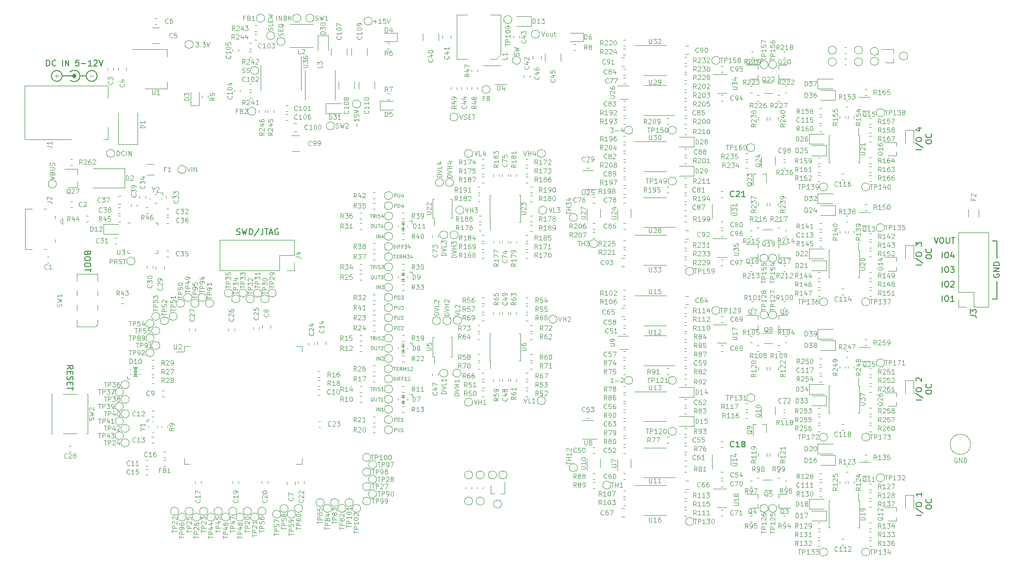
<source format=gbr>
G04 #@! TF.GenerationSoftware,KiCad,Pcbnew,5.1.5*
G04 #@! TF.CreationDate,2020-02-13T08:46:50-05:00*
G04 #@! TF.ProjectId,io-master,696f2d6d-6173-4746-9572-2e6b69636164,A*
G04 #@! TF.SameCoordinates,Original*
G04 #@! TF.FileFunction,Legend,Top*
G04 #@! TF.FilePolarity,Positive*
%FSLAX46Y46*%
G04 Gerber Fmt 4.6, Leading zero omitted, Abs format (unit mm)*
G04 Created by KiCad (PCBNEW 5.1.5) date 2020-02-13 08:46:50*
%MOMM*%
%LPD*%
G04 APERTURE LIST*
%ADD10C,0.120000*%
%ADD11C,0.200000*%
%ADD12C,0.150000*%
%ADD13C,0.500000*%
%ADD14C,0.100000*%
G04 APERTURE END LIST*
D10*
X41100000Y-43650000D02*
X40400000Y-43650000D01*
X34750000Y-44000000D02*
X34750000Y-43300000D01*
X35100000Y-43650000D02*
X34400000Y-43650000D01*
D11*
X32988095Y-41952380D02*
X32988095Y-40952380D01*
X33226190Y-40952380D01*
X33369047Y-41000000D01*
X33464285Y-41095238D01*
X33511904Y-41190476D01*
X33559523Y-41380952D01*
X33559523Y-41523809D01*
X33511904Y-41714285D01*
X33464285Y-41809523D01*
X33369047Y-41904761D01*
X33226190Y-41952380D01*
X32988095Y-41952380D01*
X34559523Y-41857142D02*
X34511904Y-41904761D01*
X34369047Y-41952380D01*
X34273809Y-41952380D01*
X34130952Y-41904761D01*
X34035714Y-41809523D01*
X33988095Y-41714285D01*
X33940476Y-41523809D01*
X33940476Y-41380952D01*
X33988095Y-41190476D01*
X34035714Y-41095238D01*
X34130952Y-41000000D01*
X34273809Y-40952380D01*
X34369047Y-40952380D01*
X34511904Y-41000000D01*
X34559523Y-41047619D01*
X35750000Y-41952380D02*
X35750000Y-40952380D01*
X36226190Y-41952380D02*
X36226190Y-40952380D01*
X36797619Y-41952380D01*
X36797619Y-40952380D01*
X38511904Y-40952380D02*
X38035714Y-40952380D01*
X37988095Y-41428571D01*
X38035714Y-41380952D01*
X38130952Y-41333333D01*
X38369047Y-41333333D01*
X38464285Y-41380952D01*
X38511904Y-41428571D01*
X38559523Y-41523809D01*
X38559523Y-41761904D01*
X38511904Y-41857142D01*
X38464285Y-41904761D01*
X38369047Y-41952380D01*
X38130952Y-41952380D01*
X38035714Y-41904761D01*
X37988095Y-41857142D01*
X38988095Y-41571428D02*
X39750000Y-41571428D01*
X40750000Y-41952380D02*
X40178571Y-41952380D01*
X40464285Y-41952380D02*
X40464285Y-40952380D01*
X40369047Y-41095238D01*
X40273809Y-41190476D01*
X40178571Y-41238095D01*
X41130952Y-41047619D02*
X41178571Y-41000000D01*
X41273809Y-40952380D01*
X41511904Y-40952380D01*
X41607142Y-41000000D01*
X41654761Y-41047619D01*
X41702380Y-41142857D01*
X41702380Y-41238095D01*
X41654761Y-41380952D01*
X41083333Y-41952380D01*
X41702380Y-41952380D01*
X41988095Y-40952380D02*
X42321428Y-41952380D01*
X42654761Y-40952380D01*
X65678571Y-70904761D02*
X65821428Y-70952380D01*
X66059523Y-70952380D01*
X66154761Y-70904761D01*
X66202380Y-70857142D01*
X66250000Y-70761904D01*
X66250000Y-70666666D01*
X66202380Y-70571428D01*
X66154761Y-70523809D01*
X66059523Y-70476190D01*
X65869047Y-70428571D01*
X65773809Y-70380952D01*
X65726190Y-70333333D01*
X65678571Y-70238095D01*
X65678571Y-70142857D01*
X65726190Y-70047619D01*
X65773809Y-70000000D01*
X65869047Y-69952380D01*
X66107142Y-69952380D01*
X66250000Y-70000000D01*
X66583333Y-69952380D02*
X66821428Y-70952380D01*
X67011904Y-70238095D01*
X67202380Y-70952380D01*
X67440476Y-69952380D01*
X67821428Y-70952380D02*
X67821428Y-69952380D01*
X68059523Y-69952380D01*
X68202380Y-70000000D01*
X68297619Y-70095238D01*
X68345238Y-70190476D01*
X68392857Y-70380952D01*
X68392857Y-70523809D01*
X68345238Y-70714285D01*
X68297619Y-70809523D01*
X68202380Y-70904761D01*
X68059523Y-70952380D01*
X67821428Y-70952380D01*
X69535714Y-69904761D02*
X68678571Y-71190476D01*
X70154761Y-69952380D02*
X70154761Y-70666666D01*
X70107142Y-70809523D01*
X70011904Y-70904761D01*
X69869047Y-70952380D01*
X69773809Y-70952380D01*
X70488095Y-69952380D02*
X71059523Y-69952380D01*
X70773809Y-70952380D02*
X70773809Y-69952380D01*
X71345238Y-70666666D02*
X71821428Y-70666666D01*
X71250000Y-70952380D02*
X71583333Y-69952380D01*
X71916666Y-70952380D01*
X72773809Y-70000000D02*
X72678571Y-69952380D01*
X72535714Y-69952380D01*
X72392857Y-70000000D01*
X72297619Y-70095238D01*
X72250000Y-70190476D01*
X72202380Y-70380952D01*
X72202380Y-70523809D01*
X72250000Y-70714285D01*
X72297619Y-70809523D01*
X72392857Y-70904761D01*
X72535714Y-70952380D01*
X72630952Y-70952380D01*
X72773809Y-70904761D01*
X72821428Y-70857142D01*
X72821428Y-70523809D01*
X72630952Y-70523809D01*
X36547619Y-94047619D02*
X37023809Y-93714285D01*
X36547619Y-93476190D02*
X37547619Y-93476190D01*
X37547619Y-93857142D01*
X37500000Y-93952380D01*
X37452380Y-94000000D01*
X37357142Y-94047619D01*
X37214285Y-94047619D01*
X37119047Y-94000000D01*
X37071428Y-93952380D01*
X37023809Y-93857142D01*
X37023809Y-93476190D01*
X37071428Y-94476190D02*
X37071428Y-94809523D01*
X36547619Y-94952380D02*
X36547619Y-94476190D01*
X37547619Y-94476190D01*
X37547619Y-94952380D01*
X36595238Y-95333333D02*
X36547619Y-95476190D01*
X36547619Y-95714285D01*
X36595238Y-95809523D01*
X36642857Y-95857142D01*
X36738095Y-95904761D01*
X36833333Y-95904761D01*
X36928571Y-95857142D01*
X36976190Y-95809523D01*
X37023809Y-95714285D01*
X37071428Y-95523809D01*
X37119047Y-95428571D01*
X37166666Y-95380952D01*
X37261904Y-95333333D01*
X37357142Y-95333333D01*
X37452380Y-95380952D01*
X37500000Y-95428571D01*
X37547619Y-95523809D01*
X37547619Y-95761904D01*
X37500000Y-95904761D01*
X37071428Y-96333333D02*
X37071428Y-96666666D01*
X36547619Y-96809523D02*
X36547619Y-96333333D01*
X37547619Y-96333333D01*
X37547619Y-96809523D01*
X37547619Y-97095238D02*
X37547619Y-97666666D01*
X36547619Y-97380952D02*
X37547619Y-97380952D01*
X40071428Y-74142857D02*
X40023809Y-74285714D01*
X39976190Y-74333333D01*
X39880952Y-74380952D01*
X39738095Y-74380952D01*
X39642857Y-74333333D01*
X39595238Y-74285714D01*
X39547619Y-74190476D01*
X39547619Y-73809523D01*
X40547619Y-73809523D01*
X40547619Y-74142857D01*
X40500000Y-74238095D01*
X40452380Y-74285714D01*
X40357142Y-74333333D01*
X40261904Y-74333333D01*
X40166666Y-74285714D01*
X40119047Y-74238095D01*
X40071428Y-74142857D01*
X40071428Y-73809523D01*
X40547619Y-75000000D02*
X40547619Y-75190476D01*
X40500000Y-75285714D01*
X40404761Y-75380952D01*
X40214285Y-75428571D01*
X39880952Y-75428571D01*
X39690476Y-75380952D01*
X39595238Y-75285714D01*
X39547619Y-75190476D01*
X39547619Y-75000000D01*
X39595238Y-74904761D01*
X39690476Y-74809523D01*
X39880952Y-74761904D01*
X40214285Y-74761904D01*
X40404761Y-74809523D01*
X40500000Y-74904761D01*
X40547619Y-75000000D01*
X40547619Y-76047619D02*
X40547619Y-76238095D01*
X40500000Y-76333333D01*
X40404761Y-76428571D01*
X40214285Y-76476190D01*
X39880952Y-76476190D01*
X39690476Y-76428571D01*
X39595238Y-76333333D01*
X39547619Y-76238095D01*
X39547619Y-76047619D01*
X39595238Y-75952380D01*
X39690476Y-75857142D01*
X39880952Y-75809523D01*
X40214285Y-75809523D01*
X40404761Y-75857142D01*
X40500000Y-75952380D01*
X40547619Y-76047619D01*
X40547619Y-76761904D02*
X40547619Y-77333333D01*
X39547619Y-77047619D02*
X40547619Y-77047619D01*
X183352380Y-56404761D02*
X182352380Y-56404761D01*
X182304761Y-55214285D02*
X183590476Y-56071428D01*
X182352380Y-54690476D02*
X182352380Y-54500000D01*
X182400000Y-54404761D01*
X182495238Y-54309523D01*
X182685714Y-54261904D01*
X183019047Y-54261904D01*
X183209523Y-54309523D01*
X183304761Y-54404761D01*
X183352380Y-54500000D01*
X183352380Y-54690476D01*
X183304761Y-54785714D01*
X183209523Y-54880952D01*
X183019047Y-54928571D01*
X182685714Y-54928571D01*
X182495238Y-54880952D01*
X182400000Y-54785714D01*
X182352380Y-54690476D01*
X182685714Y-52642857D02*
X183352380Y-52642857D01*
X182304761Y-52880952D02*
X183019047Y-53119047D01*
X183019047Y-52500000D01*
X184052380Y-55095238D02*
X184052380Y-54904761D01*
X184100000Y-54809523D01*
X184195238Y-54714285D01*
X184385714Y-54666666D01*
X184719047Y-54666666D01*
X184909523Y-54714285D01*
X185004761Y-54809523D01*
X185052380Y-54904761D01*
X185052380Y-55095238D01*
X185004761Y-55190476D01*
X184909523Y-55285714D01*
X184719047Y-55333333D01*
X184385714Y-55333333D01*
X184195238Y-55285714D01*
X184100000Y-55190476D01*
X184052380Y-55095238D01*
X184957142Y-53666666D02*
X185004761Y-53714285D01*
X185052380Y-53857142D01*
X185052380Y-53952380D01*
X185004761Y-54095238D01*
X184909523Y-54190476D01*
X184814285Y-54238095D01*
X184623809Y-54285714D01*
X184480952Y-54285714D01*
X184290476Y-54238095D01*
X184195238Y-54190476D01*
X184100000Y-54095238D01*
X184052380Y-53952380D01*
X184052380Y-53857142D01*
X184100000Y-53714285D01*
X184147619Y-53666666D01*
X186881904Y-82452380D02*
X186881904Y-81452380D01*
X187548571Y-81452380D02*
X187739047Y-81452380D01*
X187834285Y-81500000D01*
X187929523Y-81595238D01*
X187977142Y-81785714D01*
X187977142Y-82119047D01*
X187929523Y-82309523D01*
X187834285Y-82404761D01*
X187739047Y-82452380D01*
X187548571Y-82452380D01*
X187453333Y-82404761D01*
X187358095Y-82309523D01*
X187310476Y-82119047D01*
X187310476Y-81785714D01*
X187358095Y-81595238D01*
X187453333Y-81500000D01*
X187548571Y-81452380D01*
X188929523Y-82452380D02*
X188358095Y-82452380D01*
X188643809Y-82452380D02*
X188643809Y-81452380D01*
X188548571Y-81595238D01*
X188453333Y-81690476D01*
X188358095Y-81738095D01*
X186881904Y-79952380D02*
X186881904Y-78952380D01*
X187548571Y-78952380D02*
X187739047Y-78952380D01*
X187834285Y-79000000D01*
X187929523Y-79095238D01*
X187977142Y-79285714D01*
X187977142Y-79619047D01*
X187929523Y-79809523D01*
X187834285Y-79904761D01*
X187739047Y-79952380D01*
X187548571Y-79952380D01*
X187453333Y-79904761D01*
X187358095Y-79809523D01*
X187310476Y-79619047D01*
X187310476Y-79285714D01*
X187358095Y-79095238D01*
X187453333Y-79000000D01*
X187548571Y-78952380D01*
X188358095Y-79047619D02*
X188405714Y-79000000D01*
X188500952Y-78952380D01*
X188739047Y-78952380D01*
X188834285Y-79000000D01*
X188881904Y-79047619D01*
X188929523Y-79142857D01*
X188929523Y-79238095D01*
X188881904Y-79380952D01*
X188310476Y-79952380D01*
X188929523Y-79952380D01*
X186881904Y-77452380D02*
X186881904Y-76452380D01*
X187548571Y-76452380D02*
X187739047Y-76452380D01*
X187834285Y-76500000D01*
X187929523Y-76595238D01*
X187977142Y-76785714D01*
X187977142Y-77119047D01*
X187929523Y-77309523D01*
X187834285Y-77404761D01*
X187739047Y-77452380D01*
X187548571Y-77452380D01*
X187453333Y-77404761D01*
X187358095Y-77309523D01*
X187310476Y-77119047D01*
X187310476Y-76785714D01*
X187358095Y-76595238D01*
X187453333Y-76500000D01*
X187548571Y-76452380D01*
X188310476Y-76452380D02*
X188929523Y-76452380D01*
X188596190Y-76833333D01*
X188739047Y-76833333D01*
X188834285Y-76880952D01*
X188881904Y-76928571D01*
X188929523Y-77023809D01*
X188929523Y-77261904D01*
X188881904Y-77357142D01*
X188834285Y-77404761D01*
X188739047Y-77452380D01*
X188453333Y-77452380D01*
X188358095Y-77404761D01*
X188310476Y-77357142D01*
X185500952Y-71452380D02*
X185834285Y-72452380D01*
X186167619Y-71452380D01*
X186691428Y-71452380D02*
X186881904Y-71452380D01*
X186977142Y-71500000D01*
X187072380Y-71595238D01*
X187120000Y-71785714D01*
X187120000Y-72119047D01*
X187072380Y-72309523D01*
X186977142Y-72404761D01*
X186881904Y-72452380D01*
X186691428Y-72452380D01*
X186596190Y-72404761D01*
X186500952Y-72309523D01*
X186453333Y-72119047D01*
X186453333Y-71785714D01*
X186500952Y-71595238D01*
X186596190Y-71500000D01*
X186691428Y-71452380D01*
X187548571Y-71452380D02*
X187548571Y-72261904D01*
X187596190Y-72357142D01*
X187643809Y-72404761D01*
X187739047Y-72452380D01*
X187929523Y-72452380D01*
X188024761Y-72404761D01*
X188072380Y-72357142D01*
X188120000Y-72261904D01*
X188120000Y-71452380D01*
X188453333Y-71452380D02*
X189024761Y-71452380D01*
X188739047Y-72452380D02*
X188739047Y-71452380D01*
X186881904Y-74952380D02*
X186881904Y-73952380D01*
X187548571Y-73952380D02*
X187739047Y-73952380D01*
X187834285Y-74000000D01*
X187929523Y-74095238D01*
X187977142Y-74285714D01*
X187977142Y-74619047D01*
X187929523Y-74809523D01*
X187834285Y-74904761D01*
X187739047Y-74952380D01*
X187548571Y-74952380D01*
X187453333Y-74904761D01*
X187358095Y-74809523D01*
X187310476Y-74619047D01*
X187310476Y-74285714D01*
X187358095Y-74095238D01*
X187453333Y-74000000D01*
X187548571Y-73952380D01*
X188834285Y-74285714D02*
X188834285Y-74952380D01*
X188596190Y-73904761D02*
X188358095Y-74619047D01*
X188977142Y-74619047D01*
X196250000Y-82000000D02*
X195500000Y-82000000D01*
X196250000Y-79000000D02*
X196250000Y-82000000D01*
X196250000Y-72000000D02*
X195500000Y-72000000D01*
X196250000Y-75000000D02*
X196250000Y-72000000D01*
X195750000Y-77761904D02*
X195702380Y-77857142D01*
X195702380Y-78000000D01*
X195750000Y-78142857D01*
X195845238Y-78238095D01*
X195940476Y-78285714D01*
X196130952Y-78333333D01*
X196273809Y-78333333D01*
X196464285Y-78285714D01*
X196559523Y-78238095D01*
X196654761Y-78142857D01*
X196702380Y-78000000D01*
X196702380Y-77904761D01*
X196654761Y-77761904D01*
X196607142Y-77714285D01*
X196273809Y-77714285D01*
X196273809Y-77904761D01*
X196702380Y-77285714D02*
X195702380Y-77285714D01*
X196702380Y-76714285D01*
X195702380Y-76714285D01*
X196702380Y-76238095D02*
X195702380Y-76238095D01*
X195702380Y-76000000D01*
X195750000Y-75857142D01*
X195845238Y-75761904D01*
X195940476Y-75714285D01*
X196130952Y-75666666D01*
X196273809Y-75666666D01*
X196464285Y-75714285D01*
X196559523Y-75761904D01*
X196654761Y-75857142D01*
X196702380Y-76000000D01*
X196702380Y-76238095D01*
X183352380Y-119154761D02*
X182352380Y-119154761D01*
X182304761Y-117964285D02*
X183590476Y-118821428D01*
X182352380Y-117440476D02*
X182352380Y-117250000D01*
X182400000Y-117154761D01*
X182495238Y-117059523D01*
X182685714Y-117011904D01*
X183019047Y-117011904D01*
X183209523Y-117059523D01*
X183304761Y-117154761D01*
X183352380Y-117250000D01*
X183352380Y-117440476D01*
X183304761Y-117535714D01*
X183209523Y-117630952D01*
X183019047Y-117678571D01*
X182685714Y-117678571D01*
X182495238Y-117630952D01*
X182400000Y-117535714D01*
X182352380Y-117440476D01*
X183352380Y-115297619D02*
X183352380Y-115869047D01*
X183352380Y-115583333D02*
X182352380Y-115583333D01*
X182495238Y-115678571D01*
X182590476Y-115773809D01*
X182638095Y-115869047D01*
X184052380Y-117845238D02*
X184052380Y-117654761D01*
X184100000Y-117559523D01*
X184195238Y-117464285D01*
X184385714Y-117416666D01*
X184719047Y-117416666D01*
X184909523Y-117464285D01*
X185004761Y-117559523D01*
X185052380Y-117654761D01*
X185052380Y-117845238D01*
X185004761Y-117940476D01*
X184909523Y-118035714D01*
X184719047Y-118083333D01*
X184385714Y-118083333D01*
X184195238Y-118035714D01*
X184100000Y-117940476D01*
X184052380Y-117845238D01*
X184957142Y-116416666D02*
X185004761Y-116464285D01*
X185052380Y-116607142D01*
X185052380Y-116702380D01*
X185004761Y-116845238D01*
X184909523Y-116940476D01*
X184814285Y-116988095D01*
X184623809Y-117035714D01*
X184480952Y-117035714D01*
X184290476Y-116988095D01*
X184195238Y-116940476D01*
X184100000Y-116845238D01*
X184052380Y-116702380D01*
X184052380Y-116607142D01*
X184100000Y-116464285D01*
X184147619Y-116416666D01*
X183352380Y-99404761D02*
X182352380Y-99404761D01*
X182304761Y-98214285D02*
X183590476Y-99071428D01*
X182352380Y-97690476D02*
X182352380Y-97500000D01*
X182400000Y-97404761D01*
X182495238Y-97309523D01*
X182685714Y-97261904D01*
X183019047Y-97261904D01*
X183209523Y-97309523D01*
X183304761Y-97404761D01*
X183352380Y-97500000D01*
X183352380Y-97690476D01*
X183304761Y-97785714D01*
X183209523Y-97880952D01*
X183019047Y-97928571D01*
X182685714Y-97928571D01*
X182495238Y-97880952D01*
X182400000Y-97785714D01*
X182352380Y-97690476D01*
X182447619Y-96119047D02*
X182400000Y-96071428D01*
X182352380Y-95976190D01*
X182352380Y-95738095D01*
X182400000Y-95642857D01*
X182447619Y-95595238D01*
X182542857Y-95547619D01*
X182638095Y-95547619D01*
X182780952Y-95595238D01*
X183352380Y-96166666D01*
X183352380Y-95547619D01*
X184052380Y-98095238D02*
X184052380Y-97904761D01*
X184100000Y-97809523D01*
X184195238Y-97714285D01*
X184385714Y-97666666D01*
X184719047Y-97666666D01*
X184909523Y-97714285D01*
X185004761Y-97809523D01*
X185052380Y-97904761D01*
X185052380Y-98095238D01*
X185004761Y-98190476D01*
X184909523Y-98285714D01*
X184719047Y-98333333D01*
X184385714Y-98333333D01*
X184195238Y-98285714D01*
X184100000Y-98190476D01*
X184052380Y-98095238D01*
X184957142Y-96666666D02*
X185004761Y-96714285D01*
X185052380Y-96857142D01*
X185052380Y-96952380D01*
X185004761Y-97095238D01*
X184909523Y-97190476D01*
X184814285Y-97238095D01*
X184623809Y-97285714D01*
X184480952Y-97285714D01*
X184290476Y-97238095D01*
X184195238Y-97190476D01*
X184100000Y-97095238D01*
X184052380Y-96952380D01*
X184052380Y-96857142D01*
X184100000Y-96714285D01*
X184147619Y-96666666D01*
X183352380Y-76154761D02*
X182352380Y-76154761D01*
X182304761Y-74964285D02*
X183590476Y-75821428D01*
X182352380Y-74440476D02*
X182352380Y-74250000D01*
X182400000Y-74154761D01*
X182495238Y-74059523D01*
X182685714Y-74011904D01*
X183019047Y-74011904D01*
X183209523Y-74059523D01*
X183304761Y-74154761D01*
X183352380Y-74250000D01*
X183352380Y-74440476D01*
X183304761Y-74535714D01*
X183209523Y-74630952D01*
X183019047Y-74678571D01*
X182685714Y-74678571D01*
X182495238Y-74630952D01*
X182400000Y-74535714D01*
X182352380Y-74440476D01*
X182352380Y-72916666D02*
X182352380Y-72297619D01*
X182733333Y-72630952D01*
X182733333Y-72488095D01*
X182780952Y-72392857D01*
X182828571Y-72345238D01*
X182923809Y-72297619D01*
X183161904Y-72297619D01*
X183257142Y-72345238D01*
X183304761Y-72392857D01*
X183352380Y-72488095D01*
X183352380Y-72773809D01*
X183304761Y-72869047D01*
X183257142Y-72916666D01*
X184052380Y-74845238D02*
X184052380Y-74654761D01*
X184100000Y-74559523D01*
X184195238Y-74464285D01*
X184385714Y-74416666D01*
X184719047Y-74416666D01*
X184909523Y-74464285D01*
X185004761Y-74559523D01*
X185052380Y-74654761D01*
X185052380Y-74845238D01*
X185004761Y-74940476D01*
X184909523Y-75035714D01*
X184719047Y-75083333D01*
X184385714Y-75083333D01*
X184195238Y-75035714D01*
X184100000Y-74940476D01*
X184052380Y-74845238D01*
X184957142Y-73416666D02*
X185004761Y-73464285D01*
X185052380Y-73607142D01*
X185052380Y-73702380D01*
X185004761Y-73845238D01*
X184909523Y-73940476D01*
X184814285Y-73988095D01*
X184623809Y-74035714D01*
X184480952Y-74035714D01*
X184290476Y-73988095D01*
X184195238Y-73940476D01*
X184100000Y-73845238D01*
X184052380Y-73702380D01*
X184052380Y-73607142D01*
X184100000Y-73464285D01*
X184147619Y-73416666D01*
D12*
X37075000Y-44425000D02*
G75*
G03X37000000Y-43000000I675000J750000D01*
G01*
D13*
X37925000Y-43675000D02*
G75*
G03X37925000Y-43675000I-175000J0D01*
G01*
D12*
X35675000Y-43675000D02*
G75*
G03X35675000Y-43675000I-925000J0D01*
G01*
X41675000Y-43675000D02*
G75*
G03X41675000Y-43675000I-925000J0D01*
G01*
X39750000Y-43675000D02*
X38850000Y-43675000D01*
X37750000Y-43675000D02*
X35750000Y-43675000D01*
D10*
X75910000Y-110360000D02*
X76860000Y-110360000D01*
X76860000Y-110360000D02*
X76860000Y-109410000D01*
X57590000Y-110360000D02*
X56640000Y-110360000D01*
X56640000Y-110360000D02*
X56640000Y-109410000D01*
X75910000Y-90140000D02*
X76860000Y-90140000D01*
X76860000Y-90140000D02*
X76860000Y-91090000D01*
X57590000Y-90140000D02*
X56640000Y-90140000D01*
X56640000Y-90140000D02*
X56640000Y-91090000D01*
X56640000Y-91090000D02*
X55350000Y-91090000D01*
X92450000Y-85250000D02*
G75*
G03X92450000Y-85250000I-700000J0D01*
G01*
X92450000Y-83500000D02*
G75*
G03X92450000Y-83500000I-700000J0D01*
G01*
X92450000Y-64250000D02*
G75*
G03X92450000Y-64250000I-700000J0D01*
G01*
X92450000Y-66000000D02*
G75*
G03X92450000Y-66000000I-700000J0D01*
G01*
X87162779Y-89260000D02*
X86837221Y-89260000D01*
X87162779Y-88240000D02*
X86837221Y-88240000D01*
X92450000Y-88750000D02*
G75*
G03X92450000Y-88750000I-700000J0D01*
G01*
X77990000Y-89875279D02*
X77990000Y-89549721D01*
X79010000Y-89875279D02*
X79010000Y-89549721D01*
X53660000Y-45910000D02*
X53660000Y-44650000D01*
X53660000Y-39090000D02*
X53660000Y-40350000D01*
X49900000Y-45910000D02*
X53660000Y-45910000D01*
X47650000Y-39090000D02*
X53660000Y-39090000D01*
X91912779Y-46740000D02*
X91587221Y-46740000D01*
X91912779Y-47760000D02*
X91587221Y-47760000D01*
X109125000Y-92575000D02*
X109250000Y-92575000D01*
X109125000Y-87925000D02*
X109350000Y-87925000D01*
X114375000Y-87925000D02*
X114150000Y-87925000D01*
X114375000Y-92575000D02*
X114150000Y-92575000D01*
X109125000Y-92575000D02*
X109125000Y-87925000D01*
X114375000Y-92575000D02*
X114375000Y-87925000D01*
X109250000Y-92575000D02*
X109250000Y-93925000D01*
X99550000Y-91925000D02*
X99550000Y-93150000D01*
X102675000Y-91925000D02*
X102675000Y-88575000D01*
X99325000Y-91925000D02*
X99325000Y-88575000D01*
X102675000Y-91925000D02*
X102375000Y-91925000D01*
X102675000Y-88575000D02*
X102375000Y-88575000D01*
X99325000Y-88575000D02*
X99625000Y-88575000D01*
X99325000Y-91925000D02*
X99550000Y-91925000D01*
X104300000Y-85700000D02*
G75*
G03X104300000Y-85700000I-700000J0D01*
G01*
X120700000Y-85500000D02*
G75*
G03X120700000Y-85500000I-700000J0D01*
G01*
X118700000Y-99500000D02*
G75*
G03X118700000Y-99500000I-700000J0D01*
G01*
X106200000Y-99750000D02*
G75*
G03X106200000Y-99750000I-700000J0D01*
G01*
X100700000Y-85750000D02*
G75*
G03X100700000Y-85750000I-700000J0D01*
G01*
X102500000Y-85750000D02*
G75*
G03X102500000Y-85750000I-700000J0D01*
G01*
X101950000Y-94750000D02*
G75*
G03X101950000Y-94750000I-700000J0D01*
G01*
X104200000Y-94750000D02*
G75*
G03X104200000Y-94750000I-700000J0D01*
G01*
X107412779Y-87510000D02*
X107087221Y-87510000D01*
X107412779Y-86490000D02*
X107087221Y-86490000D01*
X116087221Y-86490000D02*
X116412779Y-86490000D01*
X116087221Y-87510000D02*
X116412779Y-87510000D01*
X116087221Y-94010000D02*
X116412779Y-94010000D01*
X116087221Y-92990000D02*
X116412779Y-92990000D01*
X107412779Y-92990000D02*
X107087221Y-92990000D01*
X107412779Y-94010000D02*
X107087221Y-94010000D01*
X107837221Y-85760000D02*
X108162779Y-85760000D01*
X107837221Y-84740000D02*
X108162779Y-84740000D01*
X115662779Y-84740000D02*
X115337221Y-84740000D01*
X115662779Y-85760000D02*
X115337221Y-85760000D01*
X115662779Y-94740000D02*
X115337221Y-94740000D01*
X115662779Y-95760000D02*
X115337221Y-95760000D01*
X107837221Y-94740000D02*
X108162779Y-94740000D01*
X107837221Y-95760000D02*
X108162779Y-95760000D01*
X110760000Y-84662779D02*
X110760000Y-84337221D01*
X109740000Y-84662779D02*
X109740000Y-84337221D01*
X107412779Y-89010000D02*
X107087221Y-89010000D01*
X107412779Y-87990000D02*
X107087221Y-87990000D01*
X113760000Y-84662779D02*
X113760000Y-84337221D01*
X112740000Y-84662779D02*
X112740000Y-84337221D01*
X116087221Y-87990000D02*
X116412779Y-87990000D01*
X116087221Y-89010000D02*
X116412779Y-89010000D01*
X112740000Y-95837221D02*
X112740000Y-96162779D01*
X113760000Y-95837221D02*
X113760000Y-96162779D01*
X116087221Y-91490000D02*
X116412779Y-91490000D01*
X116087221Y-92510000D02*
X116412779Y-92510000D01*
X109740000Y-95837221D02*
X109740000Y-96162779D01*
X110760000Y-95837221D02*
X110760000Y-96162779D01*
X107412779Y-92510000D02*
X107087221Y-92510000D01*
X107412779Y-91490000D02*
X107087221Y-91490000D01*
X108162779Y-83240000D02*
X107837221Y-83240000D01*
X108162779Y-84260000D02*
X107837221Y-84260000D01*
X107837221Y-81740000D02*
X108162779Y-81740000D01*
X107837221Y-82760000D02*
X108162779Y-82760000D01*
X115337221Y-83240000D02*
X115662779Y-83240000D01*
X115337221Y-84260000D02*
X115662779Y-84260000D01*
X115662779Y-82760000D02*
X115337221Y-82760000D01*
X115662779Y-81740000D02*
X115337221Y-81740000D01*
X115337221Y-97260000D02*
X115662779Y-97260000D01*
X115337221Y-96240000D02*
X115662779Y-96240000D01*
X115662779Y-98760000D02*
X115337221Y-98760000D01*
X115662779Y-97740000D02*
X115337221Y-97740000D01*
X108162779Y-96240000D02*
X107837221Y-96240000D01*
X108162779Y-97260000D02*
X107837221Y-97260000D01*
X112260000Y-84337221D02*
X112260000Y-84662779D01*
X111240000Y-84337221D02*
X111240000Y-84662779D01*
X111240000Y-95837221D02*
X111240000Y-96162779D01*
X112260000Y-95837221D02*
X112260000Y-96162779D01*
X100260000Y-94837221D02*
X100260000Y-95162779D01*
X99240000Y-94837221D02*
X99240000Y-95162779D01*
X107837221Y-97740000D02*
X108162779Y-97740000D01*
X107837221Y-98760000D02*
X108162779Y-98760000D01*
X174337221Y-116260000D02*
X174662779Y-116260000D01*
X174337221Y-115240000D02*
X174662779Y-115240000D01*
X172625000Y-116675000D02*
X172500000Y-116675000D01*
X172625000Y-121325000D02*
X172400000Y-121325000D01*
X167375000Y-121325000D02*
X167600000Y-121325000D01*
X167375000Y-116675000D02*
X167600000Y-116675000D01*
X172625000Y-116675000D02*
X172625000Y-121325000D01*
X167375000Y-116675000D02*
X167375000Y-121325000D01*
X172500000Y-116675000D02*
X172500000Y-115325000D01*
X173050000Y-112410000D02*
X174450000Y-112410000D01*
X174450000Y-110090000D02*
X172550000Y-110090000D01*
X164000000Y-116400000D02*
X166550000Y-116400000D01*
X164000000Y-118100000D02*
X166550000Y-118100000D01*
X164000000Y-116400000D02*
X164000000Y-118100000D01*
X166162779Y-113490000D02*
X165837221Y-113490000D01*
X166162779Y-114510000D02*
X165837221Y-114510000D01*
X166162779Y-111990000D02*
X165837221Y-111990000D01*
X166162779Y-113010000D02*
X165837221Y-113010000D01*
X165912779Y-123010000D02*
X165587221Y-123010000D01*
X165912779Y-121990000D02*
X165587221Y-121990000D01*
X173912779Y-109760000D02*
X173587221Y-109760000D01*
X173912779Y-108740000D02*
X173587221Y-108740000D01*
X170662779Y-111760000D02*
X170337221Y-111760000D01*
X170662779Y-110740000D02*
X170337221Y-110740000D01*
X174662779Y-113740000D02*
X174337221Y-113740000D01*
X174662779Y-114760000D02*
X174337221Y-114760000D01*
X168500000Y-110600000D02*
X165950000Y-110600000D01*
X168500000Y-108900000D02*
X165950000Y-108900000D01*
X168500000Y-110600000D02*
X168500000Y-108900000D01*
X165912779Y-123490000D02*
X165587221Y-123490000D01*
X165912779Y-124510000D02*
X165587221Y-124510000D01*
X174662779Y-116740000D02*
X174337221Y-116740000D01*
X174662779Y-117760000D02*
X174337221Y-117760000D01*
X177570000Y-120160000D02*
X178980000Y-120160000D01*
X178980000Y-117840000D02*
X176950000Y-117840000D01*
X178980000Y-117840000D02*
X178980000Y-118500000D01*
X178980000Y-119500000D02*
X178980000Y-120160000D01*
X174662779Y-123490000D02*
X174337221Y-123490000D01*
X174662779Y-124510000D02*
X174337221Y-124510000D01*
X165500000Y-106900000D02*
X165500000Y-108600000D01*
X165500000Y-108600000D02*
X168050000Y-108600000D01*
X165500000Y-106900000D02*
X168050000Y-106900000D01*
X167200000Y-125500000D02*
G75*
G03X167200000Y-125500000I-700000J0D01*
G01*
X165587221Y-121510000D02*
X165912779Y-121510000D01*
X165587221Y-120490000D02*
X165912779Y-120490000D01*
X167000000Y-120100000D02*
X164450000Y-120100000D01*
X167000000Y-118400000D02*
X164450000Y-118400000D01*
X167000000Y-120100000D02*
X167000000Y-118400000D01*
X169587221Y-123240000D02*
X169912779Y-123240000D01*
X169587221Y-124260000D02*
X169912779Y-124260000D01*
X174337221Y-121510000D02*
X174662779Y-121510000D01*
X174337221Y-120490000D02*
X174662779Y-120490000D01*
X180515000Y-115765000D02*
X180515000Y-118050000D01*
X181985000Y-115765000D02*
X180515000Y-115765000D01*
X181985000Y-118050000D02*
X181985000Y-115765000D01*
X170740000Y-113662779D02*
X170740000Y-113337221D01*
X171760000Y-113662779D02*
X171760000Y-113337221D01*
X174662779Y-123010000D02*
X174337221Y-123010000D01*
X174662779Y-121990000D02*
X174337221Y-121990000D01*
X170260000Y-113662779D02*
X170260000Y-113337221D01*
X169240000Y-113662779D02*
X169240000Y-113337221D01*
X149162779Y-106490000D02*
X148837221Y-106490000D01*
X149162779Y-107510000D02*
X148837221Y-107510000D01*
X165837221Y-116010000D02*
X166162779Y-116010000D01*
X165837221Y-114990000D02*
X166162779Y-114990000D01*
X174450000Y-125500000D02*
G75*
G03X174450000Y-125500000I-700000J0D01*
G01*
X176950000Y-112750000D02*
G75*
G03X176950000Y-112750000I-700000J0D01*
G01*
X149800000Y-114650000D02*
X147500000Y-114650000D01*
X148200000Y-117850000D02*
X149800000Y-117850000D01*
X148200000Y-89600000D02*
X149800000Y-89600000D01*
X149800000Y-86400000D02*
X147500000Y-86400000D01*
X137500000Y-119175000D02*
X139450000Y-119175000D01*
X137500000Y-119175000D02*
X135550000Y-119175000D01*
X137500000Y-114055000D02*
X139450000Y-114055000D01*
X137500000Y-114055000D02*
X134050000Y-114055000D01*
X137500000Y-81440000D02*
X134050000Y-81440000D01*
X137500000Y-81440000D02*
X139450000Y-81440000D01*
X137500000Y-86560000D02*
X135550000Y-86560000D01*
X137500000Y-86560000D02*
X139450000Y-86560000D01*
X147370000Y-108750000D02*
X147370000Y-111200000D01*
X150590000Y-110550000D02*
X150590000Y-108750000D01*
X137500000Y-103060000D02*
X139450000Y-103060000D01*
X137500000Y-103060000D02*
X135550000Y-103060000D01*
X137500000Y-97940000D02*
X139450000Y-97940000D01*
X137500000Y-97940000D02*
X134050000Y-97940000D01*
X137500000Y-88305000D02*
X135550000Y-88305000D01*
X137500000Y-88305000D02*
X139450000Y-88305000D01*
X137500000Y-93425000D02*
X135550000Y-93425000D01*
X137500000Y-93425000D02*
X140950000Y-93425000D01*
X137525000Y-112675000D02*
X140975000Y-112675000D01*
X137525000Y-112675000D02*
X135575000Y-112675000D01*
X137525000Y-107555000D02*
X139475000Y-107555000D01*
X137525000Y-107555000D02*
X135575000Y-107555000D01*
X128160000Y-110950000D02*
X128160000Y-109550000D01*
X125840000Y-109550000D02*
X125840000Y-111450000D01*
X132950000Y-88340000D02*
X131050000Y-88340000D01*
X131550000Y-90660000D02*
X132950000Y-90660000D01*
X126900000Y-102890000D02*
X125100000Y-102890000D01*
X125100000Y-106110000D02*
X127550000Y-106110000D01*
X131090000Y-109550000D02*
X131090000Y-111450000D01*
X133410000Y-110950000D02*
X133410000Y-109550000D01*
X172500000Y-96925000D02*
X172500000Y-95575000D01*
X167375000Y-96925000D02*
X167375000Y-101575000D01*
X172625000Y-96925000D02*
X172625000Y-101575000D01*
X167375000Y-96925000D02*
X167600000Y-96925000D01*
X167375000Y-101575000D02*
X167600000Y-101575000D01*
X172625000Y-101575000D02*
X172400000Y-101575000D01*
X172625000Y-96925000D02*
X172500000Y-96925000D01*
X154700000Y-99000000D02*
G75*
G03X154700000Y-99000000I-700000J0D01*
G01*
X144200000Y-120250000D02*
G75*
G03X144200000Y-120250000I-700000J0D01*
G01*
X148700000Y-84000000D02*
G75*
G03X148700000Y-84000000I-700000J0D01*
G01*
X156950000Y-84750000D02*
G75*
G03X156950000Y-84750000I-700000J0D01*
G01*
X158450000Y-84750000D02*
G75*
G03X158450000Y-84750000I-700000J0D01*
G01*
X156950000Y-118000000D02*
G75*
G03X156950000Y-118000000I-700000J0D01*
G01*
X158450000Y-118000000D02*
G75*
G03X158450000Y-118000000I-700000J0D01*
G01*
X129950000Y-114000000D02*
G75*
G03X129950000Y-114000000I-700000J0D01*
G01*
X133700000Y-96000000D02*
G75*
G03X133700000Y-96000000I-700000J0D01*
G01*
X124200000Y-111000000D02*
G75*
G03X124200000Y-111000000I-700000J0D01*
G01*
X141200000Y-96000000D02*
G75*
G03X141200000Y-96000000I-700000J0D01*
G01*
X141200000Y-104750000D02*
G75*
G03X141200000Y-104750000I-700000J0D01*
G01*
X174450000Y-105750000D02*
G75*
G03X174450000Y-105750000I-700000J0D01*
G01*
X167200000Y-105750000D02*
G75*
G03X167200000Y-105750000I-700000J0D01*
G01*
X176950000Y-93000000D02*
G75*
G03X176950000Y-93000000I-700000J0D01*
G01*
X156710000Y-94258578D02*
X156710000Y-93741422D01*
X155290000Y-94258578D02*
X155290000Y-93741422D01*
X155290000Y-109008578D02*
X155290000Y-108491422D01*
X156710000Y-109008578D02*
X156710000Y-108491422D01*
X158710000Y-94258578D02*
X158710000Y-93741422D01*
X157290000Y-94258578D02*
X157290000Y-93741422D01*
X157290000Y-109008578D02*
X157290000Y-108491422D01*
X158710000Y-109008578D02*
X158710000Y-108491422D01*
X159912779Y-101490000D02*
X159587221Y-101490000D01*
X159912779Y-102510000D02*
X159587221Y-102510000D01*
X153087221Y-101010000D02*
X153412779Y-101010000D01*
X153087221Y-99990000D02*
X153412779Y-99990000D01*
X153412779Y-101490000D02*
X153087221Y-101490000D01*
X153412779Y-102510000D02*
X153087221Y-102510000D01*
X142912779Y-116740000D02*
X142587221Y-116740000D01*
X142912779Y-117760000D02*
X142587221Y-117760000D01*
X142912779Y-84510000D02*
X142587221Y-84510000D01*
X142912779Y-83490000D02*
X142587221Y-83490000D01*
X142587221Y-116260000D02*
X142912779Y-116260000D01*
X142587221Y-115240000D02*
X142912779Y-115240000D01*
X142587221Y-84990000D02*
X142912779Y-84990000D01*
X142587221Y-86010000D02*
X142912779Y-86010000D01*
X142912779Y-119260000D02*
X142587221Y-119260000D01*
X142912779Y-118240000D02*
X142587221Y-118240000D01*
X142912779Y-86490000D02*
X142587221Y-86490000D01*
X142912779Y-87510000D02*
X142587221Y-87510000D01*
X158912779Y-91010000D02*
X158587221Y-91010000D01*
X158912779Y-89990000D02*
X158587221Y-89990000D01*
X155412779Y-89990000D02*
X155087221Y-89990000D01*
X155412779Y-91010000D02*
X155087221Y-91010000D01*
X132412779Y-116010000D02*
X132087221Y-116010000D01*
X132412779Y-114990000D02*
X132087221Y-114990000D01*
X132412779Y-81990000D02*
X132087221Y-81990000D01*
X132412779Y-83010000D02*
X132087221Y-83010000D01*
X154162779Y-88490000D02*
X153837221Y-88490000D01*
X154162779Y-89510000D02*
X153837221Y-89510000D01*
X160162779Y-88490000D02*
X159837221Y-88490000D01*
X160162779Y-89510000D02*
X159837221Y-89510000D01*
X132412779Y-116490000D02*
X132087221Y-116490000D01*
X132412779Y-117510000D02*
X132087221Y-117510000D01*
X132412779Y-81510000D02*
X132087221Y-81510000D01*
X132412779Y-80490000D02*
X132087221Y-80490000D01*
X154087221Y-83510000D02*
X154412779Y-83510000D01*
X154087221Y-82490000D02*
X154412779Y-82490000D01*
X159912779Y-82490000D02*
X159587221Y-82490000D01*
X159912779Y-83510000D02*
X159587221Y-83510000D01*
X158912779Y-111740000D02*
X158587221Y-111740000D01*
X158912779Y-112760000D02*
X158587221Y-112760000D01*
X155412779Y-112760000D02*
X155087221Y-112760000D01*
X155412779Y-111740000D02*
X155087221Y-111740000D01*
X154162779Y-114260000D02*
X153837221Y-114260000D01*
X154162779Y-113240000D02*
X153837221Y-113240000D01*
X160162779Y-113240000D02*
X159837221Y-113240000D01*
X160162779Y-114260000D02*
X159837221Y-114260000D01*
X153837221Y-120260000D02*
X154162779Y-120260000D01*
X153837221Y-119240000D02*
X154162779Y-119240000D01*
X159912779Y-120260000D02*
X159587221Y-120260000D01*
X159912779Y-119240000D02*
X159587221Y-119240000D01*
X142912779Y-105260000D02*
X142587221Y-105260000D01*
X142912779Y-104240000D02*
X142587221Y-104240000D01*
X142912779Y-96760000D02*
X142587221Y-96760000D01*
X142912779Y-95740000D02*
X142587221Y-95740000D01*
X139587221Y-93990000D02*
X139912779Y-93990000D01*
X139587221Y-95010000D02*
X139912779Y-95010000D01*
X132412779Y-102510000D02*
X132087221Y-102510000D01*
X132412779Y-101490000D02*
X132087221Y-101490000D01*
X126837221Y-113490000D02*
X127162779Y-113490000D01*
X126837221Y-114510000D02*
X127162779Y-114510000D01*
X127162779Y-111990000D02*
X126837221Y-111990000D01*
X127162779Y-113010000D02*
X126837221Y-113010000D01*
X142587221Y-92010000D02*
X142912779Y-92010000D01*
X142587221Y-90990000D02*
X142912779Y-90990000D01*
X132412779Y-98490000D02*
X132087221Y-98490000D01*
X132412779Y-99510000D02*
X132087221Y-99510000D01*
X142912779Y-90510000D02*
X142587221Y-90510000D01*
X142912779Y-89490000D02*
X142587221Y-89490000D01*
X142587221Y-89010000D02*
X142912779Y-89010000D01*
X142587221Y-87990000D02*
X142912779Y-87990000D01*
X142587221Y-100740000D02*
X142912779Y-100740000D01*
X142587221Y-101760000D02*
X142912779Y-101760000D01*
X142587221Y-95010000D02*
X142912779Y-95010000D01*
X142587221Y-93990000D02*
X142912779Y-93990000D01*
X142587221Y-111760000D02*
X142912779Y-111760000D01*
X142587221Y-110740000D02*
X142912779Y-110740000D01*
X132087221Y-107010000D02*
X132412779Y-107010000D01*
X132087221Y-105990000D02*
X132412779Y-105990000D01*
X132412779Y-105510000D02*
X132087221Y-105510000D01*
X132412779Y-104490000D02*
X132087221Y-104490000D01*
X132412779Y-98010000D02*
X132087221Y-98010000D01*
X132412779Y-96990000D02*
X132087221Y-96990000D01*
X139587221Y-106760000D02*
X139912779Y-106760000D01*
X139587221Y-105740000D02*
X139912779Y-105740000D01*
X142587221Y-108260000D02*
X142912779Y-108260000D01*
X142587221Y-107240000D02*
X142912779Y-107240000D01*
X132412779Y-95010000D02*
X132087221Y-95010000D01*
X132412779Y-93990000D02*
X132087221Y-93990000D01*
X132087221Y-93510000D02*
X132412779Y-93510000D01*
X132087221Y-92490000D02*
X132412779Y-92490000D01*
X174662779Y-98010000D02*
X174337221Y-98010000D01*
X174662779Y-96990000D02*
X174337221Y-96990000D01*
X174662779Y-104760000D02*
X174337221Y-104760000D01*
X174662779Y-103740000D02*
X174337221Y-103740000D01*
X173912779Y-88990000D02*
X173587221Y-88990000D01*
X173912779Y-90010000D02*
X173587221Y-90010000D01*
X174337221Y-100740000D02*
X174662779Y-100740000D01*
X174337221Y-101760000D02*
X174662779Y-101760000D01*
X174662779Y-102240000D02*
X174337221Y-102240000D01*
X174662779Y-103260000D02*
X174337221Y-103260000D01*
X165912779Y-104760000D02*
X165587221Y-104760000D01*
X165912779Y-103740000D02*
X165587221Y-103740000D01*
X165912779Y-102240000D02*
X165587221Y-102240000D01*
X165912779Y-103260000D02*
X165587221Y-103260000D01*
X165837221Y-95240000D02*
X166162779Y-95240000D01*
X165837221Y-96260000D02*
X166162779Y-96260000D01*
X165587221Y-100740000D02*
X165912779Y-100740000D01*
X165587221Y-101760000D02*
X165912779Y-101760000D01*
X174337221Y-95490000D02*
X174662779Y-95490000D01*
X174337221Y-96510000D02*
X174662779Y-96510000D01*
X174662779Y-95010000D02*
X174337221Y-95010000D01*
X174662779Y-93990000D02*
X174337221Y-93990000D01*
X166162779Y-93260000D02*
X165837221Y-93260000D01*
X166162779Y-92240000D02*
X165837221Y-92240000D01*
X169240000Y-93912779D02*
X169240000Y-93587221D01*
X170260000Y-93912779D02*
X170260000Y-93587221D01*
X171760000Y-93912779D02*
X171760000Y-93587221D01*
X170740000Y-93912779D02*
X170740000Y-93587221D01*
X170662779Y-90990000D02*
X170337221Y-90990000D01*
X170662779Y-92010000D02*
X170337221Y-92010000D01*
X166162779Y-94760000D02*
X165837221Y-94760000D01*
X166162779Y-93740000D02*
X165837221Y-93740000D01*
X127162779Y-108510000D02*
X126837221Y-108510000D01*
X127162779Y-107490000D02*
X126837221Y-107490000D01*
X132087221Y-85490000D02*
X132412779Y-85490000D01*
X132087221Y-86510000D02*
X132412779Y-86510000D01*
X132412779Y-90990000D02*
X132087221Y-90990000D01*
X132412779Y-92010000D02*
X132087221Y-92010000D01*
X132412779Y-99990000D02*
X132087221Y-99990000D01*
X132412779Y-101010000D02*
X132087221Y-101010000D01*
X142741422Y-114710000D02*
X143258578Y-114710000D01*
X142741422Y-113290000D02*
X143258578Y-113290000D01*
X131741422Y-84960000D02*
X132258578Y-84960000D01*
X131741422Y-83540000D02*
X132258578Y-83540000D01*
X142741422Y-81540000D02*
X143258578Y-81540000D01*
X142741422Y-82960000D02*
X143258578Y-82960000D01*
X158160000Y-101950000D02*
X158160000Y-100550000D01*
X155840000Y-100550000D02*
X155840000Y-102450000D01*
X156000000Y-103520000D02*
X156660000Y-103520000D01*
X154340000Y-103520000D02*
X155000000Y-103520000D01*
X154340000Y-103520000D02*
X154340000Y-105550000D01*
X156660000Y-104930000D02*
X156660000Y-103520000D01*
X157650000Y-89650000D02*
X156350000Y-89650000D01*
X156100000Y-87850000D02*
X157650000Y-87850000D01*
X149162779Y-118240000D02*
X148837221Y-118240000D01*
X149162779Y-119260000D02*
X148837221Y-119260000D01*
X149162779Y-113240000D02*
X148837221Y-113240000D01*
X149162779Y-114260000D02*
X148837221Y-114260000D01*
X132087221Y-102990000D02*
X132412779Y-102990000D01*
X132087221Y-104010000D02*
X132412779Y-104010000D01*
X142587221Y-100260000D02*
X142912779Y-100260000D01*
X142587221Y-99240000D02*
X142912779Y-99240000D01*
X165500000Y-87150000D02*
X168050000Y-87150000D01*
X165500000Y-88850000D02*
X168050000Y-88850000D01*
X165500000Y-87150000D02*
X165500000Y-88850000D01*
X168500000Y-90850000D02*
X168500000Y-89150000D01*
X168500000Y-89150000D02*
X165950000Y-89150000D01*
X168500000Y-90850000D02*
X165950000Y-90850000D01*
X169587221Y-104510000D02*
X169912779Y-104510000D01*
X169587221Y-103490000D02*
X169912779Y-103490000D01*
X144250000Y-103850000D02*
X144250000Y-102150000D01*
X144250000Y-102150000D02*
X141700000Y-102150000D01*
X144250000Y-103850000D02*
X141700000Y-103850000D01*
X144250000Y-98850000D02*
X141700000Y-98850000D01*
X144250000Y-97150000D02*
X141700000Y-97150000D01*
X144250000Y-98850000D02*
X144250000Y-97150000D01*
X181985000Y-98300000D02*
X181985000Y-96015000D01*
X181985000Y-96015000D02*
X180515000Y-96015000D01*
X180515000Y-96015000D02*
X180515000Y-98300000D01*
X164000000Y-96650000D02*
X164000000Y-98350000D01*
X164000000Y-98350000D02*
X166550000Y-98350000D01*
X164000000Y-96650000D02*
X166550000Y-96650000D01*
X167000000Y-100350000D02*
X167000000Y-98650000D01*
X167000000Y-98650000D02*
X164450000Y-98650000D01*
X167000000Y-100350000D02*
X164450000Y-100350000D01*
X149162779Y-84990000D02*
X148837221Y-84990000D01*
X149162779Y-86010000D02*
X148837221Y-86010000D01*
X149162779Y-91010000D02*
X148837221Y-91010000D01*
X149162779Y-89990000D02*
X148837221Y-89990000D01*
X131741422Y-119460000D02*
X132258578Y-119460000D01*
X131741422Y-118040000D02*
X132258578Y-118040000D01*
X153820000Y-87160000D02*
X155230000Y-87160000D01*
X155230000Y-84840000D02*
X153200000Y-84840000D01*
X155230000Y-84840000D02*
X155230000Y-85500000D01*
X155230000Y-86500000D02*
X155230000Y-87160000D01*
X158770000Y-85500000D02*
X158770000Y-84840000D01*
X158770000Y-87160000D02*
X158770000Y-86500000D01*
X158770000Y-87160000D02*
X160800000Y-87160000D01*
X160180000Y-84840000D02*
X158770000Y-84840000D01*
X156100000Y-113100000D02*
X157650000Y-113100000D01*
X157650000Y-114900000D02*
X156350000Y-114900000D01*
X153820000Y-117910000D02*
X155230000Y-117910000D01*
X155230000Y-115590000D02*
X153200000Y-115590000D01*
X155230000Y-115590000D02*
X155230000Y-116250000D01*
X155230000Y-117250000D02*
X155230000Y-117910000D01*
X158770000Y-116250000D02*
X158770000Y-115590000D01*
X158770000Y-117910000D02*
X158770000Y-117250000D01*
X158770000Y-117910000D02*
X160800000Y-117910000D01*
X160180000Y-115590000D02*
X158770000Y-115590000D01*
X178980000Y-99750000D02*
X178980000Y-100410000D01*
X178980000Y-98090000D02*
X178980000Y-98750000D01*
X178980000Y-98090000D02*
X176950000Y-98090000D01*
X177570000Y-100410000D02*
X178980000Y-100410000D01*
X174450000Y-90340000D02*
X172550000Y-90340000D01*
X173050000Y-92660000D02*
X174450000Y-92660000D01*
X159912779Y-99990000D02*
X159587221Y-99990000D01*
X159912779Y-101010000D02*
X159587221Y-101010000D01*
X126162779Y-102510000D02*
X125837221Y-102510000D01*
X126162779Y-101490000D02*
X125837221Y-101490000D01*
X132087221Y-108510000D02*
X132412779Y-108510000D01*
X132087221Y-107490000D02*
X132412779Y-107490000D01*
X132412779Y-86990000D02*
X132087221Y-86990000D01*
X132412779Y-88010000D02*
X132087221Y-88010000D01*
X142912779Y-106760000D02*
X142587221Y-106760000D01*
X142912779Y-105740000D02*
X142587221Y-105740000D01*
X149162779Y-112760000D02*
X148837221Y-112760000D01*
X149162779Y-111740000D02*
X148837221Y-111740000D01*
X142912779Y-109760000D02*
X142587221Y-109760000D01*
X142912779Y-108740000D02*
X142587221Y-108740000D01*
X132412779Y-111990000D02*
X132087221Y-111990000D01*
X132412779Y-113010000D02*
X132087221Y-113010000D01*
X142912779Y-93510000D02*
X142587221Y-93510000D01*
X142912779Y-92490000D02*
X142587221Y-92490000D01*
X174337221Y-72240000D02*
X174662779Y-72240000D01*
X174337221Y-73260000D02*
X174662779Y-73260000D01*
X172500000Y-73675000D02*
X172500000Y-72325000D01*
X167375000Y-73675000D02*
X167375000Y-78325000D01*
X172625000Y-73675000D02*
X172625000Y-78325000D01*
X167375000Y-73675000D02*
X167600000Y-73675000D01*
X167375000Y-78325000D02*
X167600000Y-78325000D01*
X172625000Y-78325000D02*
X172400000Y-78325000D01*
X172625000Y-73675000D02*
X172500000Y-73675000D01*
X173912779Y-47010000D02*
X173587221Y-47010000D01*
X173912779Y-45990000D02*
X173587221Y-45990000D01*
X165912779Y-60740000D02*
X165587221Y-60740000D01*
X165912779Y-61760000D02*
X165587221Y-61760000D01*
X172625000Y-53925000D02*
X172500000Y-53925000D01*
X172625000Y-58575000D02*
X172400000Y-58575000D01*
X167375000Y-58575000D02*
X167600000Y-58575000D01*
X167375000Y-53925000D02*
X167600000Y-53925000D01*
X172625000Y-53925000D02*
X172625000Y-58575000D01*
X167375000Y-53925000D02*
X167375000Y-58575000D01*
X172500000Y-53925000D02*
X172500000Y-52575000D01*
X149800000Y-43400000D02*
X147500000Y-43400000D01*
X148200000Y-46600000D02*
X149800000Y-46600000D01*
X132412779Y-40010000D02*
X132087221Y-40010000D01*
X132412779Y-38990000D02*
X132087221Y-38990000D01*
X159912779Y-58010000D02*
X159587221Y-58010000D01*
X159912779Y-56990000D02*
X159587221Y-56990000D01*
X165500000Y-44150000D02*
X165500000Y-45850000D01*
X165500000Y-45850000D02*
X168050000Y-45850000D01*
X165500000Y-44150000D02*
X168050000Y-44150000D01*
X174450000Y-82500000D02*
G75*
G03X174450000Y-82500000I-700000J0D01*
G01*
X167200000Y-82500000D02*
G75*
G03X167200000Y-82500000I-700000J0D01*
G01*
X176950000Y-69750000D02*
G75*
G03X176950000Y-69750000I-700000J0D01*
G01*
X174662779Y-74760000D02*
X174337221Y-74760000D01*
X174662779Y-73740000D02*
X174337221Y-73740000D01*
X174662779Y-81510000D02*
X174337221Y-81510000D01*
X174662779Y-80490000D02*
X174337221Y-80490000D01*
X173912779Y-65740000D02*
X173587221Y-65740000D01*
X173912779Y-66760000D02*
X173587221Y-66760000D01*
X174337221Y-77490000D02*
X174662779Y-77490000D01*
X174337221Y-78510000D02*
X174662779Y-78510000D01*
X174662779Y-78990000D02*
X174337221Y-78990000D01*
X174662779Y-80010000D02*
X174337221Y-80010000D01*
X165912779Y-81510000D02*
X165587221Y-81510000D01*
X165912779Y-80490000D02*
X165587221Y-80490000D01*
X165912779Y-78990000D02*
X165587221Y-78990000D01*
X165912779Y-80010000D02*
X165587221Y-80010000D01*
X165837221Y-71990000D02*
X166162779Y-71990000D01*
X165837221Y-73010000D02*
X166162779Y-73010000D01*
X165587221Y-77490000D02*
X165912779Y-77490000D01*
X165587221Y-78510000D02*
X165912779Y-78510000D01*
X174662779Y-71760000D02*
X174337221Y-71760000D01*
X174662779Y-70740000D02*
X174337221Y-70740000D01*
X166162779Y-70010000D02*
X165837221Y-70010000D01*
X166162779Y-68990000D02*
X165837221Y-68990000D01*
X169240000Y-70662779D02*
X169240000Y-70337221D01*
X170260000Y-70662779D02*
X170260000Y-70337221D01*
X171760000Y-70662779D02*
X171760000Y-70337221D01*
X170740000Y-70662779D02*
X170740000Y-70337221D01*
X170662779Y-67740000D02*
X170337221Y-67740000D01*
X170662779Y-68760000D02*
X170337221Y-68760000D01*
X166162779Y-71510000D02*
X165837221Y-71510000D01*
X166162779Y-70490000D02*
X165837221Y-70490000D01*
X165500000Y-63900000D02*
X168050000Y-63900000D01*
X165500000Y-65600000D02*
X168050000Y-65600000D01*
X165500000Y-63900000D02*
X165500000Y-65600000D01*
X168500000Y-67600000D02*
X168500000Y-65900000D01*
X168500000Y-65900000D02*
X165950000Y-65900000D01*
X168500000Y-67600000D02*
X165950000Y-67600000D01*
X169587221Y-81260000D02*
X169912779Y-81260000D01*
X169587221Y-80240000D02*
X169912779Y-80240000D01*
X181985000Y-75050000D02*
X181985000Y-72765000D01*
X181985000Y-72765000D02*
X180515000Y-72765000D01*
X180515000Y-72765000D02*
X180515000Y-75050000D01*
X164000000Y-73400000D02*
X164000000Y-75100000D01*
X164000000Y-75100000D02*
X166550000Y-75100000D01*
X164000000Y-73400000D02*
X166550000Y-73400000D01*
X167000000Y-77100000D02*
X167000000Y-75400000D01*
X167000000Y-75400000D02*
X164450000Y-75400000D01*
X167000000Y-77100000D02*
X164450000Y-77100000D01*
X178980000Y-76500000D02*
X178980000Y-77160000D01*
X178980000Y-74840000D02*
X178980000Y-75500000D01*
X178980000Y-74840000D02*
X176950000Y-74840000D01*
X177570000Y-77160000D02*
X178980000Y-77160000D01*
X174450000Y-67090000D02*
X172550000Y-67090000D01*
X173050000Y-69410000D02*
X174450000Y-69410000D01*
X174337221Y-58760000D02*
X174662779Y-58760000D01*
X174337221Y-57740000D02*
X174662779Y-57740000D01*
X170260000Y-50912779D02*
X170260000Y-50587221D01*
X169240000Y-50912779D02*
X169240000Y-50587221D01*
X68162779Y-39010000D02*
X67837221Y-39010000D01*
X68162779Y-37990000D02*
X67837221Y-37990000D01*
X38260000Y-62830000D02*
X38260000Y-61900000D01*
X38260000Y-59670000D02*
X38260000Y-60600000D01*
X38260000Y-59670000D02*
X36100000Y-59670000D01*
X38260000Y-62830000D02*
X36800000Y-62830000D01*
X72200000Y-36750000D02*
G75*
G03X72200000Y-36750000I-700000J0D01*
G01*
X68799721Y-34990000D02*
X69125279Y-34990000D01*
X68799721Y-36010000D02*
X69125279Y-36010000D01*
X69125279Y-37510000D02*
X68799721Y-37510000D01*
X69125279Y-36490000D02*
X68799721Y-36490000D01*
X33412779Y-75760000D02*
X33087221Y-75760000D01*
X33412779Y-74740000D02*
X33087221Y-74740000D01*
X37087221Y-66260000D02*
X37412779Y-66260000D01*
X37087221Y-65240000D02*
X37412779Y-65240000D01*
X44510000Y-42662779D02*
X44510000Y-42337221D01*
X43490000Y-42662779D02*
X43490000Y-42337221D01*
X46710000Y-42758578D02*
X46710000Y-42241422D01*
X45290000Y-42758578D02*
X45290000Y-42241422D01*
X52352064Y-35390000D02*
X51147936Y-35390000D01*
X52352064Y-38110000D02*
X51147936Y-38110000D01*
X51912779Y-34760000D02*
X51587221Y-34760000D01*
X51912779Y-33740000D02*
X51587221Y-33740000D01*
X75710000Y-113428922D02*
X75710000Y-113946078D01*
X74290000Y-113428922D02*
X74290000Y-113946078D01*
X70040000Y-87008578D02*
X70040000Y-86491422D01*
X71460000Y-87008578D02*
X71460000Y-86491422D01*
X53162779Y-97740000D02*
X52837221Y-97740000D01*
X53162779Y-98760000D02*
X52837221Y-98760000D01*
X79637221Y-97490000D02*
X79962779Y-97490000D01*
X79637221Y-98510000D02*
X79962779Y-98510000D01*
X50412779Y-109740000D02*
X50087221Y-109740000D01*
X50412779Y-110760000D02*
X50087221Y-110760000D01*
X51412779Y-102260000D02*
X51087221Y-102260000D01*
X51412779Y-101240000D02*
X51087221Y-101240000D01*
X51412779Y-106760000D02*
X51087221Y-106760000D01*
X51412779Y-105740000D02*
X51087221Y-105740000D01*
X80960000Y-89821078D02*
X80960000Y-89303922D01*
X79540000Y-89821078D02*
X79540000Y-89303922D01*
X50412779Y-112260000D02*
X50087221Y-112260000D01*
X50412779Y-111240000D02*
X50087221Y-111240000D01*
X53412779Y-108240000D02*
X53087221Y-108240000D01*
X53412779Y-109260000D02*
X53087221Y-109260000D01*
X59510000Y-113374721D02*
X59510000Y-113700279D01*
X58490000Y-113374721D02*
X58490000Y-113700279D01*
X66010000Y-113374721D02*
X66010000Y-113700279D01*
X64990000Y-113374721D02*
X64990000Y-113700279D01*
X69990000Y-113374721D02*
X69990000Y-113700279D01*
X71010000Y-113374721D02*
X71010000Y-113700279D01*
X76240000Y-113374721D02*
X76240000Y-113700279D01*
X77260000Y-113374721D02*
X77260000Y-113700279D01*
X79737221Y-102990000D02*
X80062779Y-102990000D01*
X79737221Y-104010000D02*
X80062779Y-104010000D01*
X69510000Y-87162779D02*
X69510000Y-86837221D01*
X68490000Y-87162779D02*
X68490000Y-86837221D01*
X65260000Y-87412779D02*
X65260000Y-87087221D01*
X64240000Y-87412779D02*
X64240000Y-87087221D01*
X58510000Y-87412779D02*
X58510000Y-87087221D01*
X57490000Y-87412779D02*
X57490000Y-87087221D01*
X37162779Y-107240000D02*
X36837221Y-107240000D01*
X37162779Y-108260000D02*
X36837221Y-108260000D01*
X51790000Y-76428922D02*
X51790000Y-76946078D01*
X53210000Y-76428922D02*
X53210000Y-76946078D01*
X50240000Y-76374721D02*
X50240000Y-76700279D01*
X51260000Y-76374721D02*
X51260000Y-76700279D01*
X45062779Y-72510000D02*
X44737221Y-72510000D01*
X45062779Y-71490000D02*
X44737221Y-71490000D01*
X53624721Y-66490000D02*
X53950279Y-66490000D01*
X53624721Y-67510000D02*
X53950279Y-67510000D01*
X54510000Y-64337221D02*
X54510000Y-64662779D01*
X53490000Y-64337221D02*
X53490000Y-64662779D01*
X48990000Y-64662779D02*
X48990000Y-64337221D01*
X50010000Y-64662779D02*
X50010000Y-64337221D01*
X53587221Y-74760000D02*
X53912779Y-74760000D01*
X53587221Y-73740000D02*
X53912779Y-73740000D01*
X53624721Y-67990000D02*
X53950279Y-67990000D01*
X53624721Y-69010000D02*
X53950279Y-69010000D01*
X45758578Y-64290000D02*
X45241422Y-64290000D01*
X45758578Y-65710000D02*
X45241422Y-65710000D01*
X45662779Y-66240000D02*
X45337221Y-66240000D01*
X45662779Y-67260000D02*
X45337221Y-67260000D01*
X48510000Y-66125279D02*
X48510000Y-65799721D01*
X47490000Y-66125279D02*
X47490000Y-65799721D01*
X100360000Y-37602064D02*
X100360000Y-36397936D01*
X97640000Y-37602064D02*
X97640000Y-36397936D01*
X102460000Y-37258578D02*
X102460000Y-36741422D01*
X101040000Y-37258578D02*
X101040000Y-36741422D01*
X114990000Y-43587221D02*
X114990000Y-43912779D01*
X116010000Y-43587221D02*
X116010000Y-43912779D01*
X114260000Y-36837221D02*
X114260000Y-37162779D01*
X113240000Y-36837221D02*
X113240000Y-37162779D01*
X104240000Y-45950279D02*
X104240000Y-45624721D01*
X105260000Y-45950279D02*
X105260000Y-45624721D01*
X118640000Y-39897936D02*
X118640000Y-41102064D01*
X121360000Y-39897936D02*
X121360000Y-41102064D01*
X117960000Y-40241422D02*
X117960000Y-40758578D01*
X116540000Y-40241422D02*
X116540000Y-40758578D01*
X99240000Y-71087221D02*
X99240000Y-71412779D01*
X100260000Y-71087221D02*
X100260000Y-71412779D01*
X112260000Y-72087221D02*
X112260000Y-72412779D01*
X111240000Y-72087221D02*
X111240000Y-72412779D01*
X111240000Y-60587221D02*
X111240000Y-60912779D01*
X112260000Y-60587221D02*
X112260000Y-60912779D01*
X127162779Y-64490000D02*
X126837221Y-64490000D01*
X127162779Y-65510000D02*
X126837221Y-65510000D01*
X132412779Y-45010000D02*
X132087221Y-45010000D01*
X132412779Y-43990000D02*
X132087221Y-43990000D01*
X132087221Y-64490000D02*
X132412779Y-64490000D01*
X132087221Y-65510000D02*
X132412779Y-65510000D01*
X126162779Y-58490000D02*
X125837221Y-58490000D01*
X126162779Y-59510000D02*
X125837221Y-59510000D01*
X149162779Y-68740000D02*
X148837221Y-68740000D01*
X149162779Y-69760000D02*
X148837221Y-69760000D01*
X142912779Y-62740000D02*
X142587221Y-62740000D01*
X142912779Y-63760000D02*
X142587221Y-63760000D01*
X132412779Y-58010000D02*
X132087221Y-58010000D01*
X132412779Y-56990000D02*
X132087221Y-56990000D01*
X132412779Y-49010000D02*
X132087221Y-49010000D01*
X132412779Y-47990000D02*
X132087221Y-47990000D01*
X132087221Y-43510000D02*
X132412779Y-43510000D01*
X132087221Y-42490000D02*
X132412779Y-42490000D01*
X142912779Y-49490000D02*
X142587221Y-49490000D01*
X142912779Y-50510000D02*
X142587221Y-50510000D01*
X132412779Y-70010000D02*
X132087221Y-70010000D01*
X132412779Y-68990000D02*
X132087221Y-68990000D01*
X142912779Y-65740000D02*
X142587221Y-65740000D01*
X142912779Y-66760000D02*
X142587221Y-66760000D01*
X142587221Y-56240000D02*
X142912779Y-56240000D01*
X142587221Y-57260000D02*
X142912779Y-57260000D01*
X132087221Y-61010000D02*
X132412779Y-61010000D01*
X132087221Y-59990000D02*
X132412779Y-59990000D01*
X142741422Y-39960000D02*
X143258578Y-39960000D01*
X142741422Y-38540000D02*
X143258578Y-38540000D01*
X131741422Y-40540000D02*
X132258578Y-40540000D01*
X131741422Y-41960000D02*
X132258578Y-41960000D01*
X142741422Y-70290000D02*
X143258578Y-70290000D01*
X142741422Y-71710000D02*
X143258578Y-71710000D01*
X131741422Y-75040000D02*
X132258578Y-75040000D01*
X131741422Y-76460000D02*
X132258578Y-76460000D01*
X149162779Y-46990000D02*
X148837221Y-46990000D01*
X149162779Y-48010000D02*
X148837221Y-48010000D01*
X149162779Y-43010000D02*
X148837221Y-43010000D01*
X149162779Y-41990000D02*
X148837221Y-41990000D01*
X149162779Y-71260000D02*
X148837221Y-71260000D01*
X149162779Y-70240000D02*
X148837221Y-70240000D01*
X149162779Y-76260000D02*
X148837221Y-76260000D01*
X149162779Y-75240000D02*
X148837221Y-75240000D01*
X76352064Y-53890000D02*
X75147936Y-53890000D01*
X76352064Y-56610000D02*
X75147936Y-56610000D01*
X76008578Y-51790000D02*
X75491422Y-51790000D01*
X76008578Y-53210000D02*
X75491422Y-53210000D01*
X74087221Y-49760000D02*
X74412779Y-49760000D01*
X74087221Y-48740000D02*
X74412779Y-48740000D01*
X68162779Y-46010000D02*
X67837221Y-46010000D01*
X68162779Y-44990000D02*
X67837221Y-44990000D01*
X66260000Y-46087221D02*
X66260000Y-46412779D01*
X65240000Y-46087221D02*
X65240000Y-46412779D01*
X64990000Y-39087221D02*
X64990000Y-39412779D01*
X66010000Y-39087221D02*
X66010000Y-39412779D01*
X74087221Y-51260000D02*
X74412779Y-51260000D01*
X74087221Y-50240000D02*
X74412779Y-50240000D01*
X84610000Y-38897936D02*
X84610000Y-40102064D01*
X81890000Y-38897936D02*
X81890000Y-40102064D01*
X85860000Y-44647936D02*
X85860000Y-45852064D01*
X83140000Y-44647936D02*
X83140000Y-45852064D01*
X88110000Y-38897936D02*
X88110000Y-40102064D01*
X85390000Y-38897936D02*
X85390000Y-40102064D01*
X89360000Y-44647936D02*
X89360000Y-45852064D01*
X86640000Y-44647936D02*
X86640000Y-45852064D01*
X166162779Y-50740000D02*
X165837221Y-50740000D01*
X166162779Y-51760000D02*
X165837221Y-51760000D01*
X169587221Y-60490000D02*
X169912779Y-60490000D01*
X169587221Y-61510000D02*
X169912779Y-61510000D01*
X45350000Y-55400000D02*
X45350000Y-50000000D01*
X48650000Y-55400000D02*
X48650000Y-50000000D01*
X45350000Y-55400000D02*
X48650000Y-55400000D01*
X46400000Y-62900000D02*
X46400000Y-59600000D01*
X46400000Y-59600000D02*
X41000000Y-59600000D01*
X46400000Y-62900000D02*
X41000000Y-62900000D01*
X57765000Y-46450000D02*
X57765000Y-48735000D01*
X57765000Y-48735000D02*
X59235000Y-48735000D01*
X59235000Y-48735000D02*
X59235000Y-46450000D01*
X93235000Y-36265000D02*
X90950000Y-36265000D01*
X93235000Y-37735000D02*
X93235000Y-36265000D01*
X90950000Y-37735000D02*
X93235000Y-37735000D01*
X90265000Y-49485000D02*
X92550000Y-49485000D01*
X90265000Y-48015000D02*
X90265000Y-49485000D01*
X92550000Y-48015000D02*
X90265000Y-48015000D01*
X122950000Y-37735000D02*
X125235000Y-37735000D01*
X125235000Y-37735000D02*
X125235000Y-36265000D01*
X125235000Y-36265000D02*
X122950000Y-36265000D01*
X95750000Y-98350000D02*
X95350000Y-98350000D01*
X95750000Y-98750000D02*
X95750000Y-98350000D01*
X94350000Y-99850000D02*
X94150000Y-99650000D01*
X94350000Y-99450000D02*
X94350000Y-99850000D01*
X94350000Y-99650000D02*
X94550000Y-99650000D01*
X94150000Y-99650000D02*
X94350000Y-99450000D01*
X94150000Y-99450000D02*
X94150000Y-99850000D01*
X94150000Y-99650000D02*
X93950000Y-99650000D01*
X94150000Y-98650000D02*
X94150000Y-99050000D01*
X94350000Y-98850000D02*
X94550000Y-98850000D01*
X94150000Y-98850000D02*
X93950000Y-98850000D01*
X94150000Y-98850000D02*
X94350000Y-98650000D01*
X94350000Y-99050000D02*
X94150000Y-98850000D01*
X94350000Y-98650000D02*
X94350000Y-99050000D01*
X95050000Y-99155000D02*
X95050000Y-99345000D01*
X93450000Y-99155000D02*
X93450000Y-99345000D01*
X93950000Y-100000000D02*
X94550000Y-100000000D01*
X93950000Y-98500000D02*
X94550000Y-98500000D01*
X93950000Y-89750000D02*
X94550000Y-89750000D01*
X93950000Y-91250000D02*
X94550000Y-91250000D01*
X93450000Y-90405000D02*
X93450000Y-90595000D01*
X95050000Y-90405000D02*
X95050000Y-90595000D01*
X94350000Y-89900000D02*
X94350000Y-90300000D01*
X94350000Y-90300000D02*
X94150000Y-90100000D01*
X94150000Y-90100000D02*
X94350000Y-89900000D01*
X94150000Y-90100000D02*
X93950000Y-90100000D01*
X94350000Y-90100000D02*
X94550000Y-90100000D01*
X94150000Y-89900000D02*
X94150000Y-90300000D01*
X94150000Y-90900000D02*
X93950000Y-90900000D01*
X94150000Y-90700000D02*
X94150000Y-91100000D01*
X94150000Y-90900000D02*
X94350000Y-90700000D01*
X94350000Y-90900000D02*
X94550000Y-90900000D01*
X94350000Y-90700000D02*
X94350000Y-91100000D01*
X94350000Y-91100000D02*
X94150000Y-90900000D01*
X95750000Y-90000000D02*
X95750000Y-89600000D01*
X95750000Y-89600000D02*
X95350000Y-89600000D01*
X93950000Y-77500000D02*
X94550000Y-77500000D01*
X93950000Y-79000000D02*
X94550000Y-79000000D01*
X93450000Y-78155000D02*
X93450000Y-78345000D01*
X95050000Y-78155000D02*
X95050000Y-78345000D01*
X94350000Y-77650000D02*
X94350000Y-78050000D01*
X94350000Y-78050000D02*
X94150000Y-77850000D01*
X94150000Y-77850000D02*
X94350000Y-77650000D01*
X94150000Y-77850000D02*
X93950000Y-77850000D01*
X94350000Y-77850000D02*
X94550000Y-77850000D01*
X94150000Y-77650000D02*
X94150000Y-78050000D01*
X94150000Y-78650000D02*
X93950000Y-78650000D01*
X94150000Y-78450000D02*
X94150000Y-78850000D01*
X94150000Y-78650000D02*
X94350000Y-78450000D01*
X94350000Y-78650000D02*
X94550000Y-78650000D01*
X94350000Y-78450000D02*
X94350000Y-78850000D01*
X94350000Y-78850000D02*
X94150000Y-78650000D01*
X95750000Y-77750000D02*
X95750000Y-77350000D01*
X95750000Y-77350000D02*
X95350000Y-77350000D01*
X48650000Y-95300000D02*
X47850000Y-95300000D01*
X48650000Y-93700000D02*
X47850000Y-93700000D01*
X49050000Y-94950000D02*
X49050000Y-94850000D01*
X47450000Y-94950000D02*
X47450000Y-94850000D01*
X48350000Y-93800000D02*
X48350000Y-94200000D01*
X48350000Y-94200000D02*
X48150000Y-94000000D01*
X48150000Y-94000000D02*
X48350000Y-93800000D01*
X48150000Y-94000000D02*
X47950000Y-94000000D01*
X48350000Y-94000000D02*
X48550000Y-94000000D01*
X48150000Y-93800000D02*
X48150000Y-94200000D01*
X48150000Y-95000000D02*
X47950000Y-95000000D01*
X48150000Y-94800000D02*
X48150000Y-95200000D01*
X48150000Y-95000000D02*
X48350000Y-94800000D01*
X48350000Y-95000000D02*
X48550000Y-95000000D01*
X48350000Y-94800000D02*
X48350000Y-95200000D01*
X48350000Y-95200000D02*
X48150000Y-95000000D01*
X49050000Y-94150000D02*
X49050000Y-94050000D01*
X47450000Y-94150000D02*
X47450000Y-94050000D01*
X48150000Y-94500000D02*
X48350000Y-94300000D01*
X48150000Y-94300000D02*
X48150000Y-94700000D01*
X48350000Y-94500000D02*
X48550000Y-94500000D01*
X48150000Y-94500000D02*
X47950000Y-94500000D01*
X48350000Y-94700000D02*
X48150000Y-94500000D01*
X48350000Y-94300000D02*
X48350000Y-94700000D01*
X47250000Y-95700000D02*
X46850000Y-95700000D01*
X46850000Y-95700000D02*
X46850000Y-95300000D01*
X95750000Y-68600000D02*
X95350000Y-68600000D01*
X95750000Y-69000000D02*
X95750000Y-68600000D01*
X94350000Y-70100000D02*
X94150000Y-69900000D01*
X94350000Y-69700000D02*
X94350000Y-70100000D01*
X94350000Y-69900000D02*
X94550000Y-69900000D01*
X94150000Y-69900000D02*
X94350000Y-69700000D01*
X94150000Y-69700000D02*
X94150000Y-70100000D01*
X94150000Y-69900000D02*
X93950000Y-69900000D01*
X94150000Y-68900000D02*
X94150000Y-69300000D01*
X94350000Y-69100000D02*
X94550000Y-69100000D01*
X94150000Y-69100000D02*
X93950000Y-69100000D01*
X94150000Y-69100000D02*
X94350000Y-68900000D01*
X94350000Y-69300000D02*
X94150000Y-69100000D01*
X94350000Y-68900000D02*
X94350000Y-69300000D01*
X95050000Y-69405000D02*
X95050000Y-69595000D01*
X93450000Y-69405000D02*
X93450000Y-69595000D01*
X93950000Y-70250000D02*
X94550000Y-70250000D01*
X93950000Y-68750000D02*
X94550000Y-68750000D01*
X42750000Y-69150000D02*
X42750000Y-70850000D01*
X42750000Y-70850000D02*
X45300000Y-70850000D01*
X42750000Y-69150000D02*
X45300000Y-69150000D01*
X116250000Y-35100000D02*
X113700000Y-35100000D01*
X116250000Y-33400000D02*
X113700000Y-33400000D01*
X116250000Y-35100000D02*
X116250000Y-33400000D01*
X167000000Y-57350000D02*
X164450000Y-57350000D01*
X167000000Y-55650000D02*
X164450000Y-55650000D01*
X167000000Y-57350000D02*
X167000000Y-55650000D01*
X164000000Y-53650000D02*
X166550000Y-53650000D01*
X164000000Y-55350000D02*
X166550000Y-55350000D01*
X164000000Y-53650000D02*
X164000000Y-55350000D01*
X180515000Y-53015000D02*
X180515000Y-55300000D01*
X181985000Y-53015000D02*
X180515000Y-53015000D01*
X181985000Y-55300000D02*
X181985000Y-53015000D01*
X144250000Y-55850000D02*
X144250000Y-54150000D01*
X144250000Y-54150000D02*
X141700000Y-54150000D01*
X144250000Y-55850000D02*
X141700000Y-55850000D01*
X144250000Y-60850000D02*
X141700000Y-60850000D01*
X144250000Y-59150000D02*
X141700000Y-59150000D01*
X144250000Y-60850000D02*
X144250000Y-59150000D01*
X81350000Y-36750000D02*
X79650000Y-36750000D01*
X79650000Y-36750000D02*
X79650000Y-39300000D01*
X81350000Y-36750000D02*
X81350000Y-39300000D01*
X81000000Y-48400000D02*
X81000000Y-50100000D01*
X81000000Y-50100000D02*
X83550000Y-50100000D01*
X81000000Y-48400000D02*
X83550000Y-48400000D01*
X168500000Y-47850000D02*
X165950000Y-47850000D01*
X168500000Y-46150000D02*
X165950000Y-46150000D01*
X168500000Y-47850000D02*
X168500000Y-46150000D01*
X51452064Y-60660000D02*
X50247936Y-60660000D01*
X51452064Y-58840000D02*
X50247936Y-58840000D01*
X191340000Y-66647936D02*
X191340000Y-67852064D01*
X193160000Y-66647936D02*
X193160000Y-67852064D01*
X53087221Y-109740000D02*
X53412779Y-109740000D01*
X53087221Y-110760000D02*
X53412779Y-110760000D01*
X43500000Y-45400000D02*
X43500000Y-47500000D01*
X43500000Y-52500000D02*
X43500000Y-54600000D01*
X43500000Y-54600000D02*
X42750000Y-54600000D01*
X37250000Y-54600000D02*
X29250000Y-54600000D01*
X29250000Y-54600000D02*
X29250000Y-45400000D01*
X43500000Y-45400000D02*
X29250000Y-45400000D01*
X30500000Y-66500000D02*
X29350000Y-66500000D01*
X29350000Y-66500000D02*
X29350000Y-73500000D01*
X30500000Y-73500000D02*
X29350000Y-73500000D01*
X33000000Y-66500000D02*
X32500000Y-66500000D01*
X33000000Y-73500000D02*
X32500000Y-73500000D01*
X34450000Y-67750000D02*
X34450000Y-68250000D01*
X34450000Y-71750000D02*
X34450000Y-72250000D01*
X35250000Y-68675000D02*
X35750000Y-69175000D01*
X35750000Y-69175000D02*
X35750000Y-68175000D01*
X35750000Y-68175000D02*
X35250000Y-68675000D01*
X75580000Y-71880000D02*
X75580000Y-74480000D01*
X75580000Y-71880000D02*
X62760000Y-71880000D01*
X62760000Y-71880000D02*
X62760000Y-77080000D01*
X72980000Y-77080000D02*
X62760000Y-77080000D01*
X72980000Y-74480000D02*
X72980000Y-77080000D01*
X75580000Y-74480000D02*
X72980000Y-74480000D01*
X75580000Y-77080000D02*
X74250000Y-77080000D01*
X75580000Y-75750000D02*
X75580000Y-77080000D01*
X103450000Y-40800000D02*
X103450000Y-33200000D01*
X103450000Y-33200000D02*
X105250000Y-33200000D01*
X103450000Y-40800000D02*
X105250000Y-40800000D01*
X110250000Y-40800000D02*
X109250000Y-40800000D01*
X111050000Y-40000000D02*
X111050000Y-33200000D01*
X111050000Y-33200000D02*
X109250000Y-33200000D01*
X110250000Y-40800000D02*
X111050000Y-40000000D01*
X74750000Y-38750000D02*
X78750000Y-38750000D01*
X74750000Y-34750000D02*
X78750000Y-34750000D01*
X77450000Y-47800000D02*
X77450000Y-42700000D01*
X82550000Y-47800000D02*
X82550000Y-42700000D01*
X177070000Y-41410000D02*
X178480000Y-41410000D01*
X178480000Y-39090000D02*
X176450000Y-39090000D01*
X178480000Y-39090000D02*
X178480000Y-39750000D01*
X178480000Y-40750000D02*
X178480000Y-41410000D01*
X110000000Y-115480000D02*
X109340000Y-115480000D01*
X111660000Y-115480000D02*
X111000000Y-115480000D01*
X111660000Y-115480000D02*
X111660000Y-113450000D01*
X109340000Y-114070000D02*
X109340000Y-115480000D01*
X173050000Y-49660000D02*
X174450000Y-49660000D01*
X174450000Y-47340000D02*
X172550000Y-47340000D01*
X177570000Y-57410000D02*
X178980000Y-57410000D01*
X178980000Y-55090000D02*
X176950000Y-55090000D01*
X178980000Y-55090000D02*
X178980000Y-55750000D01*
X178980000Y-56750000D02*
X178980000Y-57410000D01*
X160180000Y-72590000D02*
X158770000Y-72590000D01*
X158770000Y-74910000D02*
X160800000Y-74910000D01*
X158770000Y-74910000D02*
X158770000Y-74250000D01*
X158770000Y-73250000D02*
X158770000Y-72590000D01*
X155230000Y-74250000D02*
X155230000Y-74910000D01*
X155230000Y-72590000D02*
X155230000Y-73250000D01*
X155230000Y-72590000D02*
X153200000Y-72590000D01*
X153820000Y-74910000D02*
X155230000Y-74910000D01*
X157650000Y-71900000D02*
X156350000Y-71900000D01*
X156100000Y-70100000D02*
X157650000Y-70100000D01*
X160180000Y-41840000D02*
X158770000Y-41840000D01*
X158770000Y-44160000D02*
X160800000Y-44160000D01*
X158770000Y-44160000D02*
X158770000Y-43500000D01*
X158770000Y-42500000D02*
X158770000Y-41840000D01*
X155230000Y-43500000D02*
X155230000Y-44160000D01*
X155230000Y-41840000D02*
X155230000Y-42500000D01*
X155230000Y-41840000D02*
X153200000Y-41840000D01*
X153820000Y-44160000D02*
X155230000Y-44160000D01*
X156100000Y-44850000D02*
X157650000Y-44850000D01*
X157650000Y-46650000D02*
X156350000Y-46650000D01*
X156660000Y-61930000D02*
X156660000Y-60520000D01*
X154340000Y-60520000D02*
X154340000Y-62550000D01*
X154340000Y-60520000D02*
X155000000Y-60520000D01*
X156000000Y-60520000D02*
X156660000Y-60520000D01*
X155840000Y-57550000D02*
X155840000Y-59450000D01*
X158160000Y-58950000D02*
X158160000Y-57550000D01*
X170087221Y-39760000D02*
X170412779Y-39760000D01*
X170087221Y-38740000D02*
X170412779Y-38740000D01*
X170087221Y-40740000D02*
X170412779Y-40740000D01*
X170087221Y-41760000D02*
X170412779Y-41760000D01*
X106990000Y-114337221D02*
X106990000Y-114662779D01*
X108010000Y-114337221D02*
X108010000Y-114662779D01*
X106010000Y-114337221D02*
X106010000Y-114662779D01*
X104990000Y-114337221D02*
X104990000Y-114662779D01*
X60760000Y-47412779D02*
X60760000Y-47087221D01*
X59740000Y-47412779D02*
X59740000Y-47087221D01*
X91912779Y-39010000D02*
X91587221Y-39010000D01*
X91912779Y-37990000D02*
X91587221Y-37990000D01*
X123912779Y-39260000D02*
X123587221Y-39260000D01*
X123912779Y-38240000D02*
X123587221Y-38240000D01*
X53760000Y-103837221D02*
X53760000Y-104162779D01*
X52740000Y-103837221D02*
X52740000Y-104162779D01*
X87162779Y-98740000D02*
X86837221Y-98740000D01*
X87162779Y-99760000D02*
X86837221Y-99760000D01*
X94087221Y-96990000D02*
X94412779Y-96990000D01*
X94087221Y-98010000D02*
X94412779Y-98010000D01*
X87162779Y-91010000D02*
X86837221Y-91010000D01*
X87162779Y-89990000D02*
X86837221Y-89990000D01*
X94087221Y-100490000D02*
X94412779Y-100490000D01*
X94087221Y-101510000D02*
X94412779Y-101510000D01*
X87162779Y-98010000D02*
X86837221Y-98010000D01*
X87162779Y-96990000D02*
X86837221Y-96990000D01*
X79962779Y-94490000D02*
X79637221Y-94490000D01*
X79962779Y-95510000D02*
X79637221Y-95510000D01*
X89412779Y-95240000D02*
X89087221Y-95240000D01*
X89412779Y-96260000D02*
X89087221Y-96260000D01*
X79962779Y-97010000D02*
X79637221Y-97010000D01*
X79962779Y-95990000D02*
X79637221Y-95990000D01*
X94087221Y-89260000D02*
X94412779Y-89260000D01*
X94087221Y-88240000D02*
X94412779Y-88240000D01*
X89412779Y-105010000D02*
X89087221Y-105010000D01*
X89412779Y-103990000D02*
X89087221Y-103990000D01*
X89087221Y-103260000D02*
X89412779Y-103260000D01*
X89087221Y-102240000D02*
X89412779Y-102240000D01*
X94087221Y-92760000D02*
X94412779Y-92760000D01*
X94087221Y-91740000D02*
X94412779Y-91740000D01*
X89412779Y-85760000D02*
X89087221Y-85760000D01*
X89412779Y-84740000D02*
X89087221Y-84740000D01*
X89087221Y-86490000D02*
X89412779Y-86490000D01*
X89087221Y-87510000D02*
X89412779Y-87510000D01*
X87162779Y-78760000D02*
X86837221Y-78760000D01*
X87162779Y-77740000D02*
X86837221Y-77740000D01*
X89087221Y-93490000D02*
X89412779Y-93490000D01*
X89087221Y-94510000D02*
X89412779Y-94510000D01*
X51412779Y-93990000D02*
X51087221Y-93990000D01*
X51412779Y-95010000D02*
X51087221Y-95010000D01*
X51412779Y-95490000D02*
X51087221Y-95490000D01*
X51412779Y-96510000D02*
X51087221Y-96510000D01*
X51412779Y-92490000D02*
X51087221Y-92490000D01*
X51412779Y-93510000D02*
X51087221Y-93510000D01*
X94087221Y-75990000D02*
X94412779Y-75990000D01*
X94087221Y-77010000D02*
X94412779Y-77010000D01*
X87162779Y-70010000D02*
X86837221Y-70010000D01*
X87162779Y-68990000D02*
X86837221Y-68990000D01*
X89087221Y-81240000D02*
X89412779Y-81240000D01*
X89087221Y-82260000D02*
X89412779Y-82260000D01*
X94087221Y-80510000D02*
X94412779Y-80510000D01*
X94087221Y-79490000D02*
X94412779Y-79490000D01*
X87162779Y-77010000D02*
X86837221Y-77010000D01*
X87162779Y-75990000D02*
X86837221Y-75990000D01*
X89087221Y-65490000D02*
X89412779Y-65490000D01*
X89087221Y-66510000D02*
X89412779Y-66510000D01*
X87162779Y-67240000D02*
X86837221Y-67240000D01*
X87162779Y-68260000D02*
X86837221Y-68260000D01*
X89087221Y-74240000D02*
X89412779Y-74240000D01*
X89087221Y-75260000D02*
X89412779Y-75260000D01*
X89412779Y-73510000D02*
X89087221Y-73510000D01*
X89412779Y-72490000D02*
X89087221Y-72490000D01*
X94087221Y-68260000D02*
X94412779Y-68260000D01*
X94087221Y-67240000D02*
X94412779Y-67240000D01*
X94087221Y-71760000D02*
X94412779Y-71760000D01*
X94087221Y-70740000D02*
X94412779Y-70740000D01*
X89412779Y-84010000D02*
X89087221Y-84010000D01*
X89412779Y-82990000D02*
X89087221Y-82990000D01*
X89412779Y-63740000D02*
X89087221Y-63740000D01*
X89412779Y-64760000D02*
X89087221Y-64760000D01*
X46162779Y-81740000D02*
X45837221Y-81740000D01*
X46162779Y-82760000D02*
X45837221Y-82760000D01*
X40162779Y-68760000D02*
X39837221Y-68760000D01*
X40162779Y-67740000D02*
X39837221Y-67740000D01*
X45662779Y-67740000D02*
X45337221Y-67740000D01*
X45662779Y-68760000D02*
X45337221Y-68760000D01*
X50412779Y-67260000D02*
X50087221Y-67260000D01*
X50412779Y-66240000D02*
X50087221Y-66240000D01*
X107010000Y-42624721D02*
X107010000Y-42950279D01*
X105990000Y-42624721D02*
X105990000Y-42950279D01*
X105990000Y-45950279D02*
X105990000Y-45624721D01*
X107010000Y-45950279D02*
X107010000Y-45624721D01*
X102490000Y-45624721D02*
X102490000Y-45950279D01*
X103510000Y-45624721D02*
X103510000Y-45950279D01*
X170662779Y-49010000D02*
X170337221Y-49010000D01*
X170662779Y-47990000D02*
X170337221Y-47990000D01*
X170740000Y-50912779D02*
X170740000Y-50587221D01*
X171760000Y-50912779D02*
X171760000Y-50587221D01*
X166162779Y-49240000D02*
X165837221Y-49240000D01*
X166162779Y-50260000D02*
X165837221Y-50260000D01*
X174662779Y-50990000D02*
X174337221Y-50990000D01*
X174662779Y-52010000D02*
X174337221Y-52010000D01*
X174337221Y-53510000D02*
X174662779Y-53510000D01*
X174337221Y-52490000D02*
X174662779Y-52490000D01*
X165587221Y-58760000D02*
X165912779Y-58760000D01*
X165587221Y-57740000D02*
X165912779Y-57740000D01*
X165837221Y-53260000D02*
X166162779Y-53260000D01*
X165837221Y-52240000D02*
X166162779Y-52240000D01*
X165912779Y-60260000D02*
X165587221Y-60260000D01*
X165912779Y-59240000D02*
X165587221Y-59240000D01*
X174662779Y-60260000D02*
X174337221Y-60260000D01*
X174662779Y-59240000D02*
X174337221Y-59240000D01*
X174662779Y-60740000D02*
X174337221Y-60740000D01*
X174662779Y-61760000D02*
X174337221Y-61760000D01*
X174662779Y-53990000D02*
X174337221Y-53990000D01*
X174662779Y-55010000D02*
X174337221Y-55010000D01*
X107837221Y-75010000D02*
X108162779Y-75010000D01*
X107837221Y-73990000D02*
X108162779Y-73990000D01*
X108162779Y-73510000D02*
X107837221Y-73510000D01*
X108162779Y-72490000D02*
X107837221Y-72490000D01*
X115662779Y-73990000D02*
X115337221Y-73990000D01*
X115662779Y-75010000D02*
X115337221Y-75010000D01*
X115337221Y-72490000D02*
X115662779Y-72490000D01*
X115337221Y-73510000D02*
X115662779Y-73510000D01*
X115662779Y-57990000D02*
X115337221Y-57990000D01*
X115662779Y-59010000D02*
X115337221Y-59010000D01*
X115337221Y-60510000D02*
X115662779Y-60510000D01*
X115337221Y-59490000D02*
X115662779Y-59490000D01*
X107837221Y-59010000D02*
X108162779Y-59010000D01*
X107837221Y-57990000D02*
X108162779Y-57990000D01*
X108162779Y-60510000D02*
X107837221Y-60510000D01*
X108162779Y-59490000D02*
X107837221Y-59490000D01*
X107662779Y-69240000D02*
X107337221Y-69240000D01*
X107662779Y-70260000D02*
X107337221Y-70260000D01*
X110760000Y-72087221D02*
X110760000Y-72412779D01*
X109740000Y-72087221D02*
X109740000Y-72412779D01*
X116087221Y-68760000D02*
X116412779Y-68760000D01*
X116087221Y-67740000D02*
X116412779Y-67740000D01*
X113760000Y-72087221D02*
X113760000Y-72412779D01*
X112740000Y-72087221D02*
X112740000Y-72412779D01*
X116087221Y-65260000D02*
X116412779Y-65260000D01*
X116087221Y-64240000D02*
X116412779Y-64240000D01*
X112740000Y-60912779D02*
X112740000Y-60587221D01*
X113760000Y-60912779D02*
X113760000Y-60587221D01*
X107412779Y-64240000D02*
X107087221Y-64240000D01*
X107412779Y-65260000D02*
X107087221Y-65260000D01*
X109740000Y-60912779D02*
X109740000Y-60587221D01*
X110760000Y-60912779D02*
X110760000Y-60587221D01*
X107837221Y-72010000D02*
X108162779Y-72010000D01*
X107837221Y-70990000D02*
X108162779Y-70990000D01*
X115662779Y-72010000D02*
X115337221Y-72010000D01*
X115662779Y-70990000D02*
X115337221Y-70990000D01*
X115662779Y-62010000D02*
X115337221Y-62010000D01*
X115662779Y-60990000D02*
X115337221Y-60990000D01*
X107837221Y-60990000D02*
X108162779Y-60990000D01*
X107837221Y-62010000D02*
X108162779Y-62010000D01*
X107662779Y-68760000D02*
X107337221Y-68760000D01*
X107662779Y-67740000D02*
X107337221Y-67740000D01*
X116087221Y-69290000D02*
X116412779Y-69290000D01*
X116087221Y-70310000D02*
X116412779Y-70310000D01*
X116087221Y-63760000D02*
X116412779Y-63760000D01*
X116087221Y-62740000D02*
X116412779Y-62740000D01*
X107412779Y-62740000D02*
X107087221Y-62740000D01*
X107412779Y-63760000D02*
X107087221Y-63760000D01*
X132087221Y-49490000D02*
X132412779Y-49490000D01*
X132087221Y-50510000D02*
X132412779Y-50510000D01*
X132412779Y-50990000D02*
X132087221Y-50990000D01*
X132412779Y-52010000D02*
X132087221Y-52010000D01*
X142587221Y-64240000D02*
X142912779Y-64240000D01*
X142587221Y-65260000D02*
X142912779Y-65260000D01*
X139587221Y-62740000D02*
X139912779Y-62740000D01*
X139587221Y-63760000D02*
X139912779Y-63760000D01*
X132412779Y-53990000D02*
X132087221Y-53990000D01*
X132412779Y-55010000D02*
X132087221Y-55010000D01*
X132412779Y-61490000D02*
X132087221Y-61490000D01*
X132412779Y-62510000D02*
X132087221Y-62510000D01*
X132087221Y-62990000D02*
X132412779Y-62990000D01*
X132087221Y-64010000D02*
X132412779Y-64010000D01*
X142587221Y-67740000D02*
X142912779Y-67740000D01*
X142587221Y-68760000D02*
X142912779Y-68760000D01*
X142587221Y-50990000D02*
X142912779Y-50990000D01*
X142587221Y-52010000D02*
X142912779Y-52010000D01*
X142587221Y-58760000D02*
X142912779Y-58760000D01*
X142587221Y-57740000D02*
X142912779Y-57740000D01*
X142587221Y-44990000D02*
X142912779Y-44990000D01*
X142587221Y-46010000D02*
X142912779Y-46010000D01*
X142912779Y-46490000D02*
X142587221Y-46490000D01*
X142912779Y-47510000D02*
X142587221Y-47510000D01*
X132412779Y-56510000D02*
X132087221Y-56510000D01*
X132412779Y-55490000D02*
X132087221Y-55490000D01*
X142587221Y-47990000D02*
X142912779Y-47990000D01*
X142587221Y-49010000D02*
X142912779Y-49010000D01*
X127162779Y-70010000D02*
X126837221Y-70010000D01*
X127162779Y-68990000D02*
X126837221Y-68990000D01*
X126837221Y-71510000D02*
X127162779Y-71510000D01*
X126837221Y-70490000D02*
X127162779Y-70490000D01*
X132412779Y-58490000D02*
X132087221Y-58490000D01*
X132412779Y-59510000D02*
X132087221Y-59510000D01*
X139587221Y-52010000D02*
X139912779Y-52010000D01*
X139587221Y-50990000D02*
X139912779Y-50990000D01*
X142912779Y-52740000D02*
X142587221Y-52740000D01*
X142912779Y-53760000D02*
X142587221Y-53760000D01*
X142912779Y-61240000D02*
X142587221Y-61240000D01*
X142912779Y-62260000D02*
X142587221Y-62260000D01*
X159912779Y-76240000D02*
X159587221Y-76240000D01*
X159912779Y-77260000D02*
X159587221Y-77260000D01*
X154162779Y-77260000D02*
X153837221Y-77260000D01*
X154162779Y-76240000D02*
X153837221Y-76240000D01*
X160162779Y-71260000D02*
X159837221Y-71260000D01*
X160162779Y-70240000D02*
X159837221Y-70240000D01*
X154162779Y-70290000D02*
X153837221Y-70290000D01*
X154162779Y-71310000D02*
X153837221Y-71310000D01*
X155412779Y-68740000D02*
X155087221Y-68740000D01*
X155412779Y-69760000D02*
X155087221Y-69760000D01*
X158912779Y-69760000D02*
X158587221Y-69760000D01*
X158912779Y-68740000D02*
X158587221Y-68740000D01*
X159912779Y-40510000D02*
X159587221Y-40510000D01*
X159912779Y-39490000D02*
X159587221Y-39490000D01*
X154412779Y-40510000D02*
X154087221Y-40510000D01*
X154412779Y-39490000D02*
X154087221Y-39490000D01*
X132412779Y-37490000D02*
X132087221Y-37490000D01*
X132412779Y-38510000D02*
X132087221Y-38510000D01*
X132412779Y-74510000D02*
X132087221Y-74510000D01*
X132412779Y-73490000D02*
X132087221Y-73490000D01*
X160162779Y-46510000D02*
X159837221Y-46510000D01*
X160162779Y-45490000D02*
X159837221Y-45490000D01*
X154162779Y-46510000D02*
X153837221Y-46510000D01*
X154162779Y-45490000D02*
X153837221Y-45490000D01*
X132412779Y-71990000D02*
X132087221Y-71990000D01*
X132412779Y-73010000D02*
X132087221Y-73010000D01*
X155412779Y-48010000D02*
X155087221Y-48010000D01*
X155412779Y-46990000D02*
X155087221Y-46990000D01*
X158912779Y-46990000D02*
X158587221Y-46990000D01*
X158912779Y-48010000D02*
X158587221Y-48010000D01*
X142912779Y-44410000D02*
X142587221Y-44410000D01*
X142912779Y-43390000D02*
X142587221Y-43390000D01*
X142912779Y-75240000D02*
X142587221Y-75240000D01*
X142912779Y-76260000D02*
X142587221Y-76260000D01*
X142587221Y-43010000D02*
X142912779Y-43010000D01*
X142587221Y-41990000D02*
X142912779Y-41990000D01*
X142587221Y-72240000D02*
X142912779Y-72240000D01*
X142587221Y-73260000D02*
X142912779Y-73260000D01*
X142912779Y-40490000D02*
X142587221Y-40490000D01*
X142912779Y-41510000D02*
X142587221Y-41510000D01*
X142912779Y-74760000D02*
X142587221Y-74760000D01*
X142912779Y-73740000D02*
X142587221Y-73740000D01*
X153412779Y-59510000D02*
X153087221Y-59510000D01*
X153412779Y-58490000D02*
X153087221Y-58490000D01*
X153087221Y-56990000D02*
X153412779Y-56990000D01*
X153087221Y-58010000D02*
X153412779Y-58010000D01*
X159912779Y-59510000D02*
X159587221Y-59510000D01*
X159912779Y-58490000D02*
X159587221Y-58490000D01*
X158710000Y-66008578D02*
X158710000Y-65491422D01*
X157290000Y-66008578D02*
X157290000Y-65491422D01*
X157290000Y-51258578D02*
X157290000Y-50741422D01*
X158710000Y-51258578D02*
X158710000Y-50741422D01*
X156710000Y-66008578D02*
X156710000Y-65491422D01*
X155290000Y-66008578D02*
X155290000Y-65491422D01*
X155290000Y-51258578D02*
X155290000Y-50741422D01*
X156710000Y-51258578D02*
X156710000Y-50741422D01*
X67837221Y-47510000D02*
X68162779Y-47510000D01*
X67837221Y-46490000D02*
X68162779Y-46490000D01*
X67837221Y-39490000D02*
X68162779Y-39490000D01*
X67837221Y-40510000D02*
X68162779Y-40510000D01*
X70990000Y-49912779D02*
X70990000Y-49587221D01*
X72010000Y-49912779D02*
X72010000Y-49587221D01*
X70510000Y-49587221D02*
X70510000Y-49912779D01*
X69490000Y-49587221D02*
X69490000Y-49912779D01*
X37412779Y-57990000D02*
X37087221Y-57990000D01*
X37412779Y-59010000D02*
X37087221Y-59010000D01*
X38200000Y-86750000D02*
X41400000Y-86750000D01*
X38200000Y-77750000D02*
X41800000Y-77750000D01*
X38200000Y-86750000D02*
X38200000Y-85600000D01*
X38200000Y-83900000D02*
X38200000Y-83050000D01*
X38200000Y-81450000D02*
X38200000Y-80600000D01*
X38200000Y-78900000D02*
X38200000Y-77750000D01*
X41800000Y-81450000D02*
X41800000Y-80600000D01*
X41800000Y-86350000D02*
X41800000Y-85600000D01*
X41800000Y-78900000D02*
X41800000Y-77750000D01*
X41800000Y-83900000D02*
X41800000Y-83050000D01*
X41800000Y-86350000D02*
X41400000Y-86750000D01*
X33900000Y-98400000D02*
X34100000Y-98400000D01*
X40100000Y-98400000D02*
X39900000Y-98400000D01*
X40100000Y-105100000D02*
X39900000Y-105100000D01*
X33900000Y-105100000D02*
X34100000Y-105100000D01*
X35800000Y-105100000D02*
X38200000Y-105100000D01*
X35800000Y-98400000D02*
X38200000Y-98400000D01*
X33900000Y-98400000D02*
X33900000Y-105100000D01*
X40100000Y-105100000D02*
X40100000Y-98400000D01*
X168700000Y-39250000D02*
G75*
G03X168700000Y-39250000I-700000J0D01*
G01*
X173200000Y-39250000D02*
G75*
G03X173200000Y-39250000I-700000J0D01*
G01*
X175950000Y-39450000D02*
G75*
G03X175950000Y-39450000I-700000J0D01*
G01*
X191750000Y-107000000D02*
G75*
G03X191750000Y-107000000I-1750000J0D01*
G01*
X168700000Y-41250000D02*
G75*
G03X168700000Y-41250000I-700000J0D01*
G01*
X173200000Y-41250000D02*
G75*
G03X173200000Y-41250000I-700000J0D01*
G01*
X175950000Y-41150000D02*
G75*
G03X175950000Y-41150000I-700000J0D01*
G01*
X180950000Y-40250000D02*
G75*
G03X180950000Y-40250000I-700000J0D01*
G01*
X108200000Y-112250000D02*
G75*
G03X108200000Y-112250000I-700000J0D01*
G01*
X108200000Y-116750000D02*
G75*
G03X108200000Y-116750000I-700000J0D01*
G01*
X112100000Y-112250000D02*
G75*
G03X112100000Y-112250000I-700000J0D01*
G01*
X106200000Y-112250000D02*
G75*
G03X106200000Y-112250000I-700000J0D01*
G01*
X106200000Y-116750000D02*
G75*
G03X106200000Y-116750000I-700000J0D01*
G01*
X110300000Y-112250000D02*
G75*
G03X110300000Y-112250000I-700000J0D01*
G01*
X111200000Y-117250000D02*
G75*
G03X111200000Y-117250000I-700000J0D01*
G01*
X56950000Y-59750000D02*
G75*
G03X56950000Y-59750000I-700000J0D01*
G01*
X44700000Y-57000000D02*
G75*
G03X44700000Y-57000000I-700000J0D01*
G01*
X34700000Y-62250000D02*
G75*
G03X34700000Y-62250000I-700000J0D01*
G01*
X58200000Y-38250000D02*
G75*
G03X58200000Y-38250000I-700000J0D01*
G01*
X68200000Y-118500000D02*
G75*
G03X68200000Y-118500000I-700000J0D01*
G01*
X69450000Y-119500000D02*
G75*
G03X69450000Y-119500000I-700000J0D01*
G01*
X55700000Y-118500000D02*
G75*
G03X55700000Y-118500000I-700000J0D01*
G01*
X60700000Y-118500000D02*
G75*
G03X60700000Y-118500000I-700000J0D01*
G01*
X47200000Y-106750000D02*
G75*
G03X47200000Y-106750000I-700000J0D01*
G01*
X58200000Y-118500000D02*
G75*
G03X58200000Y-118500000I-700000J0D01*
G01*
X59450000Y-119500000D02*
G75*
G03X59450000Y-119500000I-700000J0D01*
G01*
X88700000Y-114250000D02*
G75*
G03X88700000Y-114250000I-700000J0D01*
G01*
X89700000Y-113000000D02*
G75*
G03X89700000Y-113000000I-700000J0D01*
G01*
X72450000Y-81000000D02*
G75*
G03X72450000Y-81000000I-700000J0D01*
G01*
X71200000Y-82000000D02*
G75*
G03X71200000Y-82000000I-700000J0D01*
G01*
X69950000Y-81000000D02*
G75*
G03X69950000Y-81000000I-700000J0D01*
G01*
X68700000Y-82000000D02*
G75*
G03X68700000Y-82000000I-700000J0D01*
G01*
X67450000Y-81000000D02*
G75*
G03X67450000Y-81000000I-700000J0D01*
G01*
X66200000Y-82000000D02*
G75*
G03X66200000Y-82000000I-700000J0D01*
G01*
X64950000Y-81000000D02*
G75*
G03X64950000Y-81000000I-700000J0D01*
G01*
X47200000Y-96750000D02*
G75*
G03X47200000Y-96750000I-700000J0D01*
G01*
X46200000Y-98000000D02*
G75*
G03X46200000Y-98000000I-700000J0D01*
G01*
X47200000Y-99250000D02*
G75*
G03X47200000Y-99250000I-700000J0D01*
G01*
X46200000Y-100500000D02*
G75*
G03X46200000Y-100500000I-700000J0D01*
G01*
X47200000Y-101750000D02*
G75*
G03X47200000Y-101750000I-700000J0D01*
G01*
X46200000Y-103000000D02*
G75*
G03X46200000Y-103000000I-700000J0D01*
G01*
X47200000Y-104250000D02*
G75*
G03X47200000Y-104250000I-700000J0D01*
G01*
X46200000Y-105500000D02*
G75*
G03X46200000Y-105500000I-700000J0D01*
G01*
X61950000Y-119500000D02*
G75*
G03X61950000Y-119500000I-700000J0D01*
G01*
X63200000Y-118500000D02*
G75*
G03X63200000Y-118500000I-700000J0D01*
G01*
X64450000Y-119500000D02*
G75*
G03X64450000Y-119500000I-700000J0D01*
G01*
X65700000Y-118500000D02*
G75*
G03X65700000Y-118500000I-700000J0D01*
G01*
X66950000Y-119500000D02*
G75*
G03X66950000Y-119500000I-700000J0D01*
G01*
X57950000Y-81750000D02*
G75*
G03X57950000Y-81750000I-700000J0D01*
G01*
X56700000Y-82750000D02*
G75*
G03X56700000Y-82750000I-700000J0D01*
G01*
X55450000Y-85000000D02*
G75*
G03X55450000Y-85000000I-700000J0D01*
G01*
X53950000Y-85750000D02*
G75*
G03X53950000Y-85750000I-700000J0D01*
G01*
X52450000Y-85000000D02*
G75*
G03X52450000Y-85000000I-700000J0D01*
G01*
X51450000Y-86250000D02*
G75*
G03X51450000Y-86250000I-700000J0D01*
G01*
X52450000Y-87500000D02*
G75*
G03X52450000Y-87500000I-700000J0D01*
G01*
X70700000Y-118500000D02*
G75*
G03X70700000Y-118500000I-700000J0D01*
G01*
X73250000Y-119000000D02*
G75*
G03X73250000Y-119000000I-700000J0D01*
G01*
X74500000Y-118000000D02*
G75*
G03X74500000Y-118000000I-700000J0D01*
G01*
X75750000Y-119000000D02*
G75*
G03X75750000Y-119000000I-700000J0D01*
G01*
X77000000Y-118000000D02*
G75*
G03X77000000Y-118000000I-700000J0D01*
G01*
X92450000Y-99250000D02*
G75*
G03X92450000Y-99250000I-700000J0D01*
G01*
X92450000Y-90500000D02*
G75*
G03X92450000Y-90500000I-700000J0D01*
G01*
X92450000Y-78250000D02*
G75*
G03X92450000Y-78250000I-700000J0D01*
G01*
X92450000Y-69500000D02*
G75*
G03X92450000Y-69500000I-700000J0D01*
G01*
X92450000Y-101000000D02*
G75*
G03X92450000Y-101000000I-700000J0D01*
G01*
X92450000Y-92250000D02*
G75*
G03X92450000Y-92250000I-700000J0D01*
G01*
X92450000Y-80000000D02*
G75*
G03X92450000Y-80000000I-700000J0D01*
G01*
X92450000Y-71250000D02*
G75*
G03X92450000Y-71250000I-700000J0D01*
G01*
X92450000Y-97500000D02*
G75*
G03X92450000Y-97500000I-700000J0D01*
G01*
X92450000Y-76500000D02*
G75*
G03X92450000Y-76500000I-700000J0D01*
G01*
X92450000Y-67750000D02*
G75*
G03X92450000Y-67750000I-700000J0D01*
G01*
X92450000Y-95750000D02*
G75*
G03X92450000Y-95750000I-700000J0D01*
G01*
X92450000Y-94000000D02*
G75*
G03X92450000Y-94000000I-700000J0D01*
G01*
X92450000Y-73000000D02*
G75*
G03X92450000Y-73000000I-700000J0D01*
G01*
X92450000Y-74750000D02*
G75*
G03X92450000Y-74750000I-700000J0D01*
G01*
X92450000Y-104500000D02*
G75*
G03X92450000Y-104500000I-700000J0D01*
G01*
X84450000Y-118000000D02*
G75*
G03X84450000Y-118000000I-700000J0D01*
G01*
X83200000Y-117000000D02*
G75*
G03X83200000Y-117000000I-700000J0D01*
G01*
X81950000Y-118000000D02*
G75*
G03X81950000Y-118000000I-700000J0D01*
G01*
X80700000Y-117000000D02*
G75*
G03X80700000Y-117000000I-700000J0D01*
G01*
X51450000Y-88750000D02*
G75*
G03X51450000Y-88750000I-700000J0D01*
G01*
X89700000Y-115500000D02*
G75*
G03X89700000Y-115500000I-700000J0D01*
G01*
X52450000Y-90000000D02*
G75*
G03X52450000Y-90000000I-700000J0D01*
G01*
X51450000Y-91250000D02*
G75*
G03X51450000Y-91250000I-700000J0D01*
G01*
X61700000Y-82750000D02*
G75*
G03X61700000Y-82750000I-700000J0D01*
G01*
X60450000Y-81750000D02*
G75*
G03X60450000Y-81750000I-700000J0D01*
G01*
X59200000Y-82750000D02*
G75*
G03X59200000Y-82750000I-700000J0D01*
G01*
X56950000Y-119500000D02*
G75*
G03X56950000Y-119500000I-700000J0D01*
G01*
X89700000Y-110500000D02*
G75*
G03X89700000Y-110500000I-700000J0D01*
G01*
X88700000Y-111750000D02*
G75*
G03X88700000Y-111750000I-700000J0D01*
G01*
X88700000Y-116750000D02*
G75*
G03X88700000Y-116750000I-700000J0D01*
G01*
X88700000Y-109250000D02*
G75*
G03X88700000Y-109250000I-700000J0D01*
G01*
X85700000Y-117000000D02*
G75*
G03X85700000Y-117000000I-700000J0D01*
G01*
X86950000Y-118000000D02*
G75*
G03X86950000Y-118000000I-700000J0D01*
G01*
X103700000Y-50750000D02*
G75*
G03X103700000Y-50750000I-700000J0D01*
G01*
X92450000Y-102750000D02*
G75*
G03X92450000Y-102750000I-700000J0D01*
G01*
X92450000Y-87000000D02*
G75*
G03X92450000Y-87000000I-700000J0D01*
G01*
X92450000Y-81750000D02*
G75*
G03X92450000Y-81750000I-700000J0D01*
G01*
X114450000Y-41000000D02*
G75*
G03X114450000Y-41000000I-700000J0D01*
G01*
X112950000Y-34000000D02*
G75*
G03X112950000Y-34000000I-700000J0D01*
G01*
X109200000Y-46000000D02*
G75*
G03X109200000Y-46000000I-700000J0D01*
G01*
X117700000Y-36500000D02*
G75*
G03X117700000Y-36500000I-700000J0D01*
G01*
X176950000Y-50000000D02*
G75*
G03X176950000Y-50000000I-700000J0D01*
G01*
X167200000Y-62750000D02*
G75*
G03X167200000Y-62750000I-700000J0D01*
G01*
X174450000Y-62750000D02*
G75*
G03X174450000Y-62750000I-700000J0D01*
G01*
X103700000Y-71000000D02*
G75*
G03X103700000Y-71000000I-700000J0D01*
G01*
X101950000Y-71000000D02*
G75*
G03X101950000Y-71000000I-700000J0D01*
G01*
X102950000Y-62000000D02*
G75*
G03X102950000Y-62000000I-700000J0D01*
G01*
X101200000Y-62000000D02*
G75*
G03X101200000Y-62000000I-700000J0D01*
G01*
X104700000Y-66750000D02*
G75*
G03X104700000Y-66750000I-700000J0D01*
G01*
X118950000Y-66750000D02*
G75*
G03X118950000Y-66750000I-700000J0D01*
G01*
X118700000Y-57000000D02*
G75*
G03X118700000Y-57000000I-700000J0D01*
G01*
X106200000Y-57000000D02*
G75*
G03X106200000Y-57000000I-700000J0D01*
G01*
X141200000Y-61750000D02*
G75*
G03X141200000Y-61750000I-700000J0D01*
G01*
X141200000Y-53000000D02*
G75*
G03X141200000Y-53000000I-700000J0D01*
G01*
X124200000Y-68000000D02*
G75*
G03X124200000Y-68000000I-700000J0D01*
G01*
X133700000Y-53000000D02*
G75*
G03X133700000Y-53000000I-700000J0D01*
G01*
X127700000Y-72500000D02*
G75*
G03X127700000Y-72500000I-700000J0D01*
G01*
X158450000Y-75000000D02*
G75*
G03X158450000Y-75000000I-700000J0D01*
G01*
X156950000Y-75000000D02*
G75*
G03X156950000Y-75000000I-700000J0D01*
G01*
X158450000Y-41750000D02*
G75*
G03X158450000Y-41750000I-700000J0D01*
G01*
X156950000Y-41750000D02*
G75*
G03X156950000Y-41750000I-700000J0D01*
G01*
X148700000Y-41000000D02*
G75*
G03X148700000Y-41000000I-700000J0D01*
G01*
X144200000Y-77250000D02*
G75*
G03X144200000Y-77250000I-700000J0D01*
G01*
X154700000Y-56000000D02*
G75*
G03X154700000Y-56000000I-700000J0D01*
G01*
X69450000Y-42750000D02*
G75*
G03X69450000Y-42750000I-700000J0D01*
G01*
X73950000Y-37750000D02*
G75*
G03X73950000Y-37750000I-700000J0D01*
G01*
X76700000Y-33750000D02*
G75*
G03X76700000Y-33750000I-700000J0D01*
G01*
X82450000Y-52250000D02*
G75*
G03X82450000Y-52250000I-700000J0D01*
G01*
X78950000Y-33750000D02*
G75*
G03X78950000Y-33750000I-700000J0D01*
G01*
X70450000Y-33750000D02*
G75*
G03X70450000Y-33750000I-700000J0D01*
G01*
X68950000Y-49750000D02*
G75*
G03X68950000Y-49750000I-700000J0D01*
G01*
X88950000Y-34250000D02*
G75*
G03X88950000Y-34250000I-700000J0D01*
G01*
X86950000Y-48500000D02*
G75*
G03X86950000Y-48500000I-700000J0D01*
G01*
X48200000Y-75500000D02*
G75*
G03X48200000Y-75500000I-700000J0D01*
G01*
X51635000Y-68890000D02*
X52110000Y-68890000D01*
X52110000Y-68890000D02*
X52110000Y-69365000D01*
X47365000Y-74110000D02*
X46890000Y-74110000D01*
X46890000Y-74110000D02*
X46890000Y-73635000D01*
X51635000Y-74110000D02*
X52110000Y-74110000D01*
X52110000Y-74110000D02*
X52110000Y-73635000D01*
X47365000Y-68890000D02*
X46890000Y-68890000D01*
X112000000Y-45120000D02*
X110000000Y-45120000D01*
X111000000Y-41880000D02*
X108000000Y-41880000D01*
X99325000Y-68175000D02*
X99550000Y-68175000D01*
X99325000Y-64825000D02*
X99625000Y-64825000D01*
X102675000Y-64825000D02*
X102375000Y-64825000D01*
X102675000Y-68175000D02*
X102375000Y-68175000D01*
X99325000Y-68175000D02*
X99325000Y-64825000D01*
X102675000Y-68175000D02*
X102675000Y-64825000D01*
X99550000Y-68175000D02*
X99550000Y-69400000D01*
X109250000Y-68825000D02*
X109250000Y-70175000D01*
X114375000Y-68825000D02*
X114375000Y-64175000D01*
X109125000Y-68825000D02*
X109125000Y-64175000D01*
X114375000Y-68825000D02*
X114150000Y-68825000D01*
X114375000Y-64175000D02*
X114150000Y-64175000D01*
X109125000Y-64175000D02*
X109350000Y-64175000D01*
X109125000Y-68825000D02*
X109250000Y-68825000D01*
X133410000Y-67950000D02*
X133410000Y-66550000D01*
X131090000Y-66550000D02*
X131090000Y-68450000D01*
X125100000Y-63110000D02*
X127550000Y-63110000D01*
X126900000Y-59890000D02*
X125100000Y-59890000D01*
X131550000Y-47660000D02*
X132950000Y-47660000D01*
X132950000Y-45340000D02*
X131050000Y-45340000D01*
X125840000Y-66550000D02*
X125840000Y-68450000D01*
X128160000Y-67950000D02*
X128160000Y-66550000D01*
X137525000Y-64555000D02*
X135575000Y-64555000D01*
X137525000Y-64555000D02*
X139475000Y-64555000D01*
X137525000Y-69675000D02*
X135575000Y-69675000D01*
X137525000Y-69675000D02*
X140975000Y-69675000D01*
X137500000Y-50425000D02*
X140950000Y-50425000D01*
X137500000Y-50425000D02*
X135550000Y-50425000D01*
X137500000Y-45305000D02*
X139450000Y-45305000D01*
X137500000Y-45305000D02*
X135550000Y-45305000D01*
X137500000Y-54940000D02*
X134050000Y-54940000D01*
X137500000Y-54940000D02*
X139450000Y-54940000D01*
X137500000Y-60060000D02*
X135550000Y-60060000D01*
X137500000Y-60060000D02*
X139450000Y-60060000D01*
X150590000Y-67550000D02*
X150590000Y-65750000D01*
X147370000Y-65750000D02*
X147370000Y-68200000D01*
X137500000Y-43560000D02*
X139450000Y-43560000D01*
X137500000Y-43560000D02*
X135550000Y-43560000D01*
X137500000Y-38440000D02*
X139450000Y-38440000D01*
X137500000Y-38440000D02*
X134050000Y-38440000D01*
X137500000Y-71055000D02*
X134050000Y-71055000D01*
X137500000Y-71055000D02*
X139450000Y-71055000D01*
X137500000Y-76175000D02*
X135550000Y-76175000D01*
X137500000Y-76175000D02*
X139450000Y-76175000D01*
X148200000Y-74850000D02*
X149800000Y-74850000D01*
X149800000Y-71650000D02*
X147500000Y-71650000D01*
X69800000Y-41775000D02*
X69800000Y-46225000D01*
X76700000Y-40250000D02*
X76700000Y-46225000D01*
X50450000Y-104150000D02*
X50450000Y-103850000D01*
X52050000Y-104150000D02*
X52050000Y-103850000D01*
X51200000Y-105000000D02*
X51300000Y-105000000D01*
X51300000Y-103000000D02*
X51200000Y-103000000D01*
X50250000Y-102800000D02*
X50650000Y-102800000D01*
X50250000Y-102800000D02*
X50250000Y-103200000D01*
X52950000Y-63750000D02*
X52550000Y-63750000D01*
X52950000Y-63750000D02*
X52950000Y-64150000D01*
X52750000Y-64800000D02*
X52750000Y-64700000D01*
X50750000Y-64700000D02*
X50750000Y-64800000D01*
X51600000Y-65550000D02*
X51900000Y-65550000D01*
X51600000Y-63950000D02*
X51900000Y-63950000D01*
X194870000Y-83410000D02*
X192270000Y-83410000D01*
X194870000Y-83410000D02*
X194870000Y-70590000D01*
X194870000Y-70590000D02*
X189670000Y-70590000D01*
X189670000Y-80810000D02*
X189670000Y-70590000D01*
X192270000Y-80810000D02*
X189670000Y-80810000D01*
X192270000Y-83410000D02*
X192270000Y-80810000D01*
X189670000Y-83410000D02*
X189670000Y-82080000D01*
X191000000Y-83410000D02*
X189670000Y-83410000D01*
X149162779Y-64510000D02*
X148837221Y-64510000D01*
X149162779Y-63490000D02*
X148837221Y-63490000D01*
D14*
X54890476Y-89811904D02*
X54890476Y-90459523D01*
X54928571Y-90535714D01*
X54966666Y-90573809D01*
X55042857Y-90611904D01*
X55195238Y-90611904D01*
X55271428Y-90573809D01*
X55309523Y-90535714D01*
X55347619Y-90459523D01*
X55347619Y-89811904D01*
X55690476Y-89888095D02*
X55728571Y-89850000D01*
X55804761Y-89811904D01*
X55995238Y-89811904D01*
X56071428Y-89850000D01*
X56109523Y-89888095D01*
X56147619Y-89964285D01*
X56147619Y-90040476D01*
X56109523Y-90154761D01*
X55652380Y-90611904D01*
X56147619Y-90611904D01*
X92742857Y-85521428D02*
X92742857Y-84921428D01*
X92971428Y-84921428D01*
X93028571Y-84950000D01*
X93057142Y-84978571D01*
X93085714Y-85035714D01*
X93085714Y-85121428D01*
X93057142Y-85178571D01*
X93028571Y-85207142D01*
X92971428Y-85235714D01*
X92742857Y-85235714D01*
X93342857Y-84921428D02*
X93342857Y-85407142D01*
X93371428Y-85464285D01*
X93400000Y-85492857D01*
X93457142Y-85521428D01*
X93571428Y-85521428D01*
X93628571Y-85492857D01*
X93657142Y-85464285D01*
X93685714Y-85407142D01*
X93685714Y-84921428D01*
X93942857Y-84978571D02*
X93971428Y-84950000D01*
X94028571Y-84921428D01*
X94171428Y-84921428D01*
X94228571Y-84950000D01*
X94257142Y-84978571D01*
X94285714Y-85035714D01*
X94285714Y-85092857D01*
X94257142Y-85178571D01*
X93914285Y-85521428D01*
X94285714Y-85521428D01*
X92742857Y-83771428D02*
X92742857Y-83171428D01*
X92971428Y-83171428D01*
X93028571Y-83200000D01*
X93057142Y-83228571D01*
X93085714Y-83285714D01*
X93085714Y-83371428D01*
X93057142Y-83428571D01*
X93028571Y-83457142D01*
X92971428Y-83485714D01*
X92742857Y-83485714D01*
X93342857Y-83171428D02*
X93342857Y-83657142D01*
X93371428Y-83714285D01*
X93400000Y-83742857D01*
X93457142Y-83771428D01*
X93571428Y-83771428D01*
X93628571Y-83742857D01*
X93657142Y-83714285D01*
X93685714Y-83657142D01*
X93685714Y-83171428D01*
X93914285Y-83171428D02*
X94285714Y-83171428D01*
X94085714Y-83400000D01*
X94171428Y-83400000D01*
X94228571Y-83428571D01*
X94257142Y-83457142D01*
X94285714Y-83514285D01*
X94285714Y-83657142D01*
X94257142Y-83714285D01*
X94228571Y-83742857D01*
X94171428Y-83771428D01*
X94000000Y-83771428D01*
X93942857Y-83742857D01*
X93914285Y-83714285D01*
X92742857Y-64521428D02*
X92742857Y-63921428D01*
X92971428Y-63921428D01*
X93028571Y-63950000D01*
X93057142Y-63978571D01*
X93085714Y-64035714D01*
X93085714Y-64121428D01*
X93057142Y-64178571D01*
X93028571Y-64207142D01*
X92971428Y-64235714D01*
X92742857Y-64235714D01*
X93342857Y-63921428D02*
X93342857Y-64407142D01*
X93371428Y-64464285D01*
X93400000Y-64492857D01*
X93457142Y-64521428D01*
X93571428Y-64521428D01*
X93628571Y-64492857D01*
X93657142Y-64464285D01*
X93685714Y-64407142D01*
X93685714Y-63921428D01*
X94228571Y-64121428D02*
X94228571Y-64521428D01*
X94085714Y-63892857D02*
X93942857Y-64321428D01*
X94314285Y-64321428D01*
X92757142Y-66271428D02*
X92757142Y-65671428D01*
X92985714Y-65671428D01*
X93042857Y-65700000D01*
X93071428Y-65728571D01*
X93100000Y-65785714D01*
X93100000Y-65871428D01*
X93071428Y-65928571D01*
X93042857Y-65957142D01*
X92985714Y-65985714D01*
X92757142Y-65985714D01*
X93357142Y-66271428D02*
X93357142Y-65671428D01*
X93500000Y-65671428D01*
X93585714Y-65700000D01*
X93642857Y-65757142D01*
X93671428Y-65814285D01*
X93700000Y-65928571D01*
X93700000Y-66014285D01*
X93671428Y-66128571D01*
X93642857Y-66185714D01*
X93585714Y-66242857D01*
X93500000Y-66271428D01*
X93357142Y-66271428D01*
X94214285Y-65871428D02*
X94214285Y-66271428D01*
X94071428Y-65642857D02*
X93928571Y-66071428D01*
X94300000Y-66071428D01*
X83948214Y-89111904D02*
X83681547Y-88730952D01*
X83491071Y-89111904D02*
X83491071Y-88311904D01*
X83795833Y-88311904D01*
X83872023Y-88350000D01*
X83910119Y-88388095D01*
X83948214Y-88464285D01*
X83948214Y-88578571D01*
X83910119Y-88654761D01*
X83872023Y-88692857D01*
X83795833Y-88730952D01*
X83491071Y-88730952D01*
X84710119Y-89111904D02*
X84252976Y-89111904D01*
X84481547Y-89111904D02*
X84481547Y-88311904D01*
X84405357Y-88426190D01*
X84329166Y-88502380D01*
X84252976Y-88540476D01*
X85433928Y-88311904D02*
X85052976Y-88311904D01*
X85014880Y-88692857D01*
X85052976Y-88654761D01*
X85129166Y-88616666D01*
X85319642Y-88616666D01*
X85395833Y-88654761D01*
X85433928Y-88692857D01*
X85472023Y-88769047D01*
X85472023Y-88959523D01*
X85433928Y-89035714D01*
X85395833Y-89073809D01*
X85319642Y-89111904D01*
X85129166Y-89111904D01*
X85052976Y-89073809D01*
X85014880Y-89035714D01*
X88564285Y-88421428D02*
X88907142Y-88421428D01*
X88735714Y-89021428D02*
X88735714Y-88421428D01*
X89450000Y-89021428D02*
X89250000Y-88735714D01*
X89107142Y-89021428D02*
X89107142Y-88421428D01*
X89335714Y-88421428D01*
X89392857Y-88450000D01*
X89421428Y-88478571D01*
X89450000Y-88535714D01*
X89450000Y-88621428D01*
X89421428Y-88678571D01*
X89392857Y-88707142D01*
X89335714Y-88735714D01*
X89107142Y-88735714D01*
X89707142Y-89021428D02*
X89707142Y-88421428D01*
X89964285Y-88992857D02*
X90050000Y-89021428D01*
X90192857Y-89021428D01*
X90250000Y-88992857D01*
X90278571Y-88964285D01*
X90307142Y-88907142D01*
X90307142Y-88850000D01*
X90278571Y-88792857D01*
X90250000Y-88764285D01*
X90192857Y-88735714D01*
X90078571Y-88707142D01*
X90021428Y-88678571D01*
X89992857Y-88650000D01*
X89964285Y-88592857D01*
X89964285Y-88535714D01*
X89992857Y-88478571D01*
X90021428Y-88450000D01*
X90078571Y-88421428D01*
X90221428Y-88421428D01*
X90307142Y-88450000D01*
X90535714Y-88478571D02*
X90564285Y-88450000D01*
X90621428Y-88421428D01*
X90764285Y-88421428D01*
X90821428Y-88450000D01*
X90850000Y-88478571D01*
X90878571Y-88535714D01*
X90878571Y-88592857D01*
X90850000Y-88678571D01*
X90507142Y-89021428D01*
X90878571Y-89021428D01*
X78785714Y-87764285D02*
X78823809Y-87802380D01*
X78861904Y-87916666D01*
X78861904Y-87992857D01*
X78823809Y-88107142D01*
X78747619Y-88183333D01*
X78671428Y-88221428D01*
X78519047Y-88259523D01*
X78404761Y-88259523D01*
X78252380Y-88221428D01*
X78176190Y-88183333D01*
X78100000Y-88107142D01*
X78061904Y-87992857D01*
X78061904Y-87916666D01*
X78100000Y-87802380D01*
X78138095Y-87764285D01*
X78138095Y-87459523D02*
X78100000Y-87421428D01*
X78061904Y-87345238D01*
X78061904Y-87154761D01*
X78100000Y-87078571D01*
X78138095Y-87040476D01*
X78214285Y-87002380D01*
X78290476Y-87002380D01*
X78404761Y-87040476D01*
X78861904Y-87497619D01*
X78861904Y-87002380D01*
X78328571Y-86316666D02*
X78861904Y-86316666D01*
X78023809Y-86507142D02*
X78595238Y-86697619D01*
X78595238Y-86202380D01*
X51140476Y-46061904D02*
X51140476Y-46709523D01*
X51178571Y-46785714D01*
X51216666Y-46823809D01*
X51292857Y-46861904D01*
X51445238Y-46861904D01*
X51521428Y-46823809D01*
X51559523Y-46785714D01*
X51597619Y-46709523D01*
X51597619Y-46061904D01*
X52397619Y-46861904D02*
X51940476Y-46861904D01*
X52169047Y-46861904D02*
X52169047Y-46061904D01*
X52092857Y-46176190D01*
X52016666Y-46252380D01*
X51940476Y-46290476D01*
X91616666Y-46361904D02*
X91350000Y-45980952D01*
X91159523Y-46361904D02*
X91159523Y-45561904D01*
X91464285Y-45561904D01*
X91540476Y-45600000D01*
X91578571Y-45638095D01*
X91616666Y-45714285D01*
X91616666Y-45828571D01*
X91578571Y-45904761D01*
X91540476Y-45942857D01*
X91464285Y-45980952D01*
X91159523Y-45980952D01*
X91883333Y-45561904D02*
X92416666Y-45561904D01*
X92073809Y-46361904D01*
X114561904Y-90859523D02*
X115209523Y-90859523D01*
X115285714Y-90821428D01*
X115323809Y-90783333D01*
X115361904Y-90707142D01*
X115361904Y-90554761D01*
X115323809Y-90478571D01*
X115285714Y-90440476D01*
X115209523Y-90402380D01*
X114561904Y-90402380D01*
X114561904Y-89678571D02*
X114561904Y-89830952D01*
X114600000Y-89907142D01*
X114638095Y-89945238D01*
X114752380Y-90021428D01*
X114904761Y-90059523D01*
X115209523Y-90059523D01*
X115285714Y-90021428D01*
X115323809Y-89983333D01*
X115361904Y-89907142D01*
X115361904Y-89754761D01*
X115323809Y-89678571D01*
X115285714Y-89640476D01*
X115209523Y-89602380D01*
X115019047Y-89602380D01*
X114942857Y-89640476D01*
X114904761Y-89678571D01*
X114866666Y-89754761D01*
X114866666Y-89907142D01*
X114904761Y-89983333D01*
X114942857Y-90021428D01*
X115019047Y-90059523D01*
X98311904Y-90859523D02*
X98959523Y-90859523D01*
X99035714Y-90821428D01*
X99073809Y-90783333D01*
X99111904Y-90707142D01*
X99111904Y-90554761D01*
X99073809Y-90478571D01*
X99035714Y-90440476D01*
X98959523Y-90402380D01*
X98311904Y-90402380D01*
X98311904Y-89640476D02*
X98311904Y-90021428D01*
X98692857Y-90059523D01*
X98654761Y-90021428D01*
X98616666Y-89945238D01*
X98616666Y-89754761D01*
X98654761Y-89678571D01*
X98692857Y-89640476D01*
X98769047Y-89602380D01*
X98959523Y-89602380D01*
X99035714Y-89640476D01*
X99073809Y-89678571D01*
X99111904Y-89754761D01*
X99111904Y-89945238D01*
X99073809Y-90021428D01*
X99035714Y-90059523D01*
X103161904Y-84871428D02*
X103961904Y-84604761D01*
X103161904Y-84338095D01*
X103961904Y-83690476D02*
X103961904Y-84071428D01*
X103161904Y-84071428D01*
X103238095Y-83461904D02*
X103200000Y-83423809D01*
X103161904Y-83347619D01*
X103161904Y-83157142D01*
X103200000Y-83080952D01*
X103238095Y-83042857D01*
X103314285Y-83004761D01*
X103390476Y-83004761D01*
X103504761Y-83042857D01*
X103961904Y-83500000D01*
X103961904Y-83004761D01*
X120933333Y-85061904D02*
X121200000Y-85861904D01*
X121466666Y-85061904D01*
X121733333Y-85861904D02*
X121733333Y-85061904D01*
X121733333Y-85442857D02*
X122190476Y-85442857D01*
X122190476Y-85861904D02*
X122190476Y-85061904D01*
X122533333Y-85138095D02*
X122571428Y-85100000D01*
X122647619Y-85061904D01*
X122838095Y-85061904D01*
X122914285Y-85100000D01*
X122952380Y-85138095D01*
X122990476Y-85214285D01*
X122990476Y-85290476D01*
X122952380Y-85404761D01*
X122495238Y-85861904D01*
X122990476Y-85861904D01*
X115028571Y-99061904D02*
X115295238Y-99861904D01*
X115561904Y-99061904D01*
X116209523Y-99861904D02*
X115828571Y-99861904D01*
X115828571Y-99061904D01*
X116895238Y-99861904D02*
X116438095Y-99861904D01*
X116666666Y-99861904D02*
X116666666Y-99061904D01*
X116590476Y-99176190D01*
X116514285Y-99252380D01*
X116438095Y-99290476D01*
X106433333Y-99311904D02*
X106700000Y-100111904D01*
X106966666Y-99311904D01*
X107233333Y-100111904D02*
X107233333Y-99311904D01*
X107233333Y-99692857D02*
X107690476Y-99692857D01*
X107690476Y-100111904D02*
X107690476Y-99311904D01*
X108490476Y-100111904D02*
X108033333Y-100111904D01*
X108261904Y-100111904D02*
X108261904Y-99311904D01*
X108185714Y-99426190D01*
X108109523Y-99502380D01*
X108033333Y-99540476D01*
X100361904Y-84757142D02*
X99561904Y-84757142D01*
X99561904Y-84566666D01*
X99600000Y-84452380D01*
X99676190Y-84376190D01*
X99752380Y-84338095D01*
X99904761Y-84300000D01*
X100019047Y-84300000D01*
X100171428Y-84338095D01*
X100247619Y-84376190D01*
X100323809Y-84452380D01*
X100361904Y-84566666D01*
X100361904Y-84757142D01*
X99561904Y-84071428D02*
X100361904Y-83804761D01*
X99561904Y-83538095D01*
X100361904Y-82890476D02*
X100361904Y-83271428D01*
X99561904Y-83271428D01*
X99638095Y-82661904D02*
X99600000Y-82623809D01*
X99561904Y-82547619D01*
X99561904Y-82357142D01*
X99600000Y-82280952D01*
X99638095Y-82242857D01*
X99714285Y-82204761D01*
X99790476Y-82204761D01*
X99904761Y-82242857D01*
X100361904Y-82700000D01*
X100361904Y-82204761D01*
X102161904Y-84852380D02*
X101361904Y-84852380D01*
X101361904Y-84661904D01*
X101400000Y-84547619D01*
X101476190Y-84471428D01*
X101552380Y-84433333D01*
X101704761Y-84395238D01*
X101819047Y-84395238D01*
X101971428Y-84433333D01*
X102047619Y-84471428D01*
X102123809Y-84547619D01*
X102161904Y-84661904D01*
X102161904Y-84852380D01*
X101361904Y-84166666D02*
X102161904Y-83900000D01*
X101361904Y-83633333D01*
X102161904Y-83366666D02*
X101361904Y-83366666D01*
X101742857Y-83366666D02*
X101742857Y-82909523D01*
X102161904Y-82909523D02*
X101361904Y-82909523D01*
X101438095Y-82566666D02*
X101400000Y-82528571D01*
X101361904Y-82452380D01*
X101361904Y-82261904D01*
X101400000Y-82185714D01*
X101438095Y-82147619D01*
X101514285Y-82109523D01*
X101590476Y-82109523D01*
X101704761Y-82147619D01*
X102161904Y-82604761D01*
X102161904Y-82109523D01*
X101611904Y-98257142D02*
X100811904Y-98257142D01*
X100811904Y-98066666D01*
X100850000Y-97952380D01*
X100926190Y-97876190D01*
X101002380Y-97838095D01*
X101154761Y-97800000D01*
X101269047Y-97800000D01*
X101421428Y-97838095D01*
X101497619Y-97876190D01*
X101573809Y-97952380D01*
X101611904Y-98066666D01*
X101611904Y-98257142D01*
X100811904Y-97571428D02*
X101611904Y-97304761D01*
X100811904Y-97038095D01*
X101611904Y-96390476D02*
X101611904Y-96771428D01*
X100811904Y-96771428D01*
X101611904Y-95704761D02*
X101611904Y-96161904D01*
X101611904Y-95933333D02*
X100811904Y-95933333D01*
X100926190Y-96009523D01*
X101002380Y-96085714D01*
X101040476Y-96161904D01*
X103861904Y-98602380D02*
X103061904Y-98602380D01*
X103061904Y-98411904D01*
X103100000Y-98297619D01*
X103176190Y-98221428D01*
X103252380Y-98183333D01*
X103404761Y-98145238D01*
X103519047Y-98145238D01*
X103671428Y-98183333D01*
X103747619Y-98221428D01*
X103823809Y-98297619D01*
X103861904Y-98411904D01*
X103861904Y-98602380D01*
X103061904Y-97916666D02*
X103861904Y-97650000D01*
X103061904Y-97383333D01*
X103861904Y-97116666D02*
X103061904Y-97116666D01*
X103442857Y-97116666D02*
X103442857Y-96659523D01*
X103861904Y-96659523D02*
X103061904Y-96659523D01*
X103861904Y-95859523D02*
X103861904Y-96316666D01*
X103861904Y-96088095D02*
X103061904Y-96088095D01*
X103176190Y-96164285D01*
X103252380Y-96240476D01*
X103290476Y-96316666D01*
X104235714Y-87361904D02*
X103969047Y-86980952D01*
X103778571Y-87361904D02*
X103778571Y-86561904D01*
X104083333Y-86561904D01*
X104159523Y-86600000D01*
X104197619Y-86638095D01*
X104235714Y-86714285D01*
X104235714Y-86828571D01*
X104197619Y-86904761D01*
X104159523Y-86942857D01*
X104083333Y-86980952D01*
X103778571Y-86980952D01*
X104502380Y-86561904D02*
X105035714Y-86561904D01*
X104692857Y-87361904D01*
X105264285Y-86561904D02*
X105759523Y-86561904D01*
X105492857Y-86866666D01*
X105607142Y-86866666D01*
X105683333Y-86904761D01*
X105721428Y-86942857D01*
X105759523Y-87019047D01*
X105759523Y-87209523D01*
X105721428Y-87285714D01*
X105683333Y-87323809D01*
X105607142Y-87361904D01*
X105378571Y-87361904D01*
X105302380Y-87323809D01*
X105264285Y-87285714D01*
X118235714Y-87361904D02*
X117969047Y-86980952D01*
X117778571Y-87361904D02*
X117778571Y-86561904D01*
X118083333Y-86561904D01*
X118159523Y-86600000D01*
X118197619Y-86638095D01*
X118235714Y-86714285D01*
X118235714Y-86828571D01*
X118197619Y-86904761D01*
X118159523Y-86942857D01*
X118083333Y-86980952D01*
X117778571Y-86980952D01*
X118502380Y-86561904D02*
X119035714Y-86561904D01*
X118692857Y-87361904D01*
X119302380Y-86638095D02*
X119340476Y-86600000D01*
X119416666Y-86561904D01*
X119607142Y-86561904D01*
X119683333Y-86600000D01*
X119721428Y-86638095D01*
X119759523Y-86714285D01*
X119759523Y-86790476D01*
X119721428Y-86904761D01*
X119264285Y-87361904D01*
X119759523Y-87361904D01*
X118235714Y-93861904D02*
X117969047Y-93480952D01*
X117778571Y-93861904D02*
X117778571Y-93061904D01*
X118083333Y-93061904D01*
X118159523Y-93100000D01*
X118197619Y-93138095D01*
X118235714Y-93214285D01*
X118235714Y-93328571D01*
X118197619Y-93404761D01*
X118159523Y-93442857D01*
X118083333Y-93480952D01*
X117778571Y-93480952D01*
X118502380Y-93061904D02*
X119035714Y-93061904D01*
X118692857Y-93861904D01*
X119759523Y-93861904D02*
X119302380Y-93861904D01*
X119530952Y-93861904D02*
X119530952Y-93061904D01*
X119454761Y-93176190D01*
X119378571Y-93252380D01*
X119302380Y-93290476D01*
X104235714Y-93861904D02*
X103969047Y-93480952D01*
X103778571Y-93861904D02*
X103778571Y-93061904D01*
X104083333Y-93061904D01*
X104159523Y-93100000D01*
X104197619Y-93138095D01*
X104235714Y-93214285D01*
X104235714Y-93328571D01*
X104197619Y-93404761D01*
X104159523Y-93442857D01*
X104083333Y-93480952D01*
X103778571Y-93480952D01*
X104502380Y-93061904D02*
X105035714Y-93061904D01*
X104692857Y-93861904D01*
X105492857Y-93061904D02*
X105569047Y-93061904D01*
X105645238Y-93100000D01*
X105683333Y-93138095D01*
X105721428Y-93214285D01*
X105759523Y-93366666D01*
X105759523Y-93557142D01*
X105721428Y-93709523D01*
X105683333Y-93785714D01*
X105645238Y-93823809D01*
X105569047Y-93861904D01*
X105492857Y-93861904D01*
X105416666Y-93823809D01*
X105378571Y-93785714D01*
X105340476Y-93709523D01*
X105302380Y-93557142D01*
X105302380Y-93366666D01*
X105340476Y-93214285D01*
X105378571Y-93138095D01*
X105416666Y-93100000D01*
X105492857Y-93061904D01*
X104985714Y-85611904D02*
X104719047Y-85230952D01*
X104528571Y-85611904D02*
X104528571Y-84811904D01*
X104833333Y-84811904D01*
X104909523Y-84850000D01*
X104947619Y-84888095D01*
X104985714Y-84964285D01*
X104985714Y-85078571D01*
X104947619Y-85154761D01*
X104909523Y-85192857D01*
X104833333Y-85230952D01*
X104528571Y-85230952D01*
X105671428Y-84811904D02*
X105519047Y-84811904D01*
X105442857Y-84850000D01*
X105404761Y-84888095D01*
X105328571Y-85002380D01*
X105290476Y-85154761D01*
X105290476Y-85459523D01*
X105328571Y-85535714D01*
X105366666Y-85573809D01*
X105442857Y-85611904D01*
X105595238Y-85611904D01*
X105671428Y-85573809D01*
X105709523Y-85535714D01*
X105747619Y-85459523D01*
X105747619Y-85269047D01*
X105709523Y-85192857D01*
X105671428Y-85154761D01*
X105595238Y-85116666D01*
X105442857Y-85116666D01*
X105366666Y-85154761D01*
X105328571Y-85192857D01*
X105290476Y-85269047D01*
X106128571Y-85611904D02*
X106280952Y-85611904D01*
X106357142Y-85573809D01*
X106395238Y-85535714D01*
X106471428Y-85421428D01*
X106509523Y-85269047D01*
X106509523Y-84964285D01*
X106471428Y-84888095D01*
X106433333Y-84850000D01*
X106357142Y-84811904D01*
X106204761Y-84811904D01*
X106128571Y-84850000D01*
X106090476Y-84888095D01*
X106052380Y-84964285D01*
X106052380Y-85154761D01*
X106090476Y-85230952D01*
X106128571Y-85269047D01*
X106204761Y-85307142D01*
X106357142Y-85307142D01*
X106433333Y-85269047D01*
X106471428Y-85230952D01*
X106509523Y-85154761D01*
X117485714Y-85611904D02*
X117219047Y-85230952D01*
X117028571Y-85611904D02*
X117028571Y-84811904D01*
X117333333Y-84811904D01*
X117409523Y-84850000D01*
X117447619Y-84888095D01*
X117485714Y-84964285D01*
X117485714Y-85078571D01*
X117447619Y-85154761D01*
X117409523Y-85192857D01*
X117333333Y-85230952D01*
X117028571Y-85230952D01*
X118171428Y-84811904D02*
X118019047Y-84811904D01*
X117942857Y-84850000D01*
X117904761Y-84888095D01*
X117828571Y-85002380D01*
X117790476Y-85154761D01*
X117790476Y-85459523D01*
X117828571Y-85535714D01*
X117866666Y-85573809D01*
X117942857Y-85611904D01*
X118095238Y-85611904D01*
X118171428Y-85573809D01*
X118209523Y-85535714D01*
X118247619Y-85459523D01*
X118247619Y-85269047D01*
X118209523Y-85192857D01*
X118171428Y-85154761D01*
X118095238Y-85116666D01*
X117942857Y-85116666D01*
X117866666Y-85154761D01*
X117828571Y-85192857D01*
X117790476Y-85269047D01*
X118704761Y-85154761D02*
X118628571Y-85116666D01*
X118590476Y-85078571D01*
X118552380Y-85002380D01*
X118552380Y-84964285D01*
X118590476Y-84888095D01*
X118628571Y-84850000D01*
X118704761Y-84811904D01*
X118857142Y-84811904D01*
X118933333Y-84850000D01*
X118971428Y-84888095D01*
X119009523Y-84964285D01*
X119009523Y-85002380D01*
X118971428Y-85078571D01*
X118933333Y-85116666D01*
X118857142Y-85154761D01*
X118704761Y-85154761D01*
X118628571Y-85192857D01*
X118590476Y-85230952D01*
X118552380Y-85307142D01*
X118552380Y-85459523D01*
X118590476Y-85535714D01*
X118628571Y-85573809D01*
X118704761Y-85611904D01*
X118857142Y-85611904D01*
X118933333Y-85573809D01*
X118971428Y-85535714D01*
X119009523Y-85459523D01*
X119009523Y-85307142D01*
X118971428Y-85230952D01*
X118933333Y-85192857D01*
X118857142Y-85154761D01*
X117485714Y-95611904D02*
X117219047Y-95230952D01*
X117028571Y-95611904D02*
X117028571Y-94811904D01*
X117333333Y-94811904D01*
X117409523Y-94850000D01*
X117447619Y-94888095D01*
X117485714Y-94964285D01*
X117485714Y-95078571D01*
X117447619Y-95154761D01*
X117409523Y-95192857D01*
X117333333Y-95230952D01*
X117028571Y-95230952D01*
X118171428Y-94811904D02*
X118019047Y-94811904D01*
X117942857Y-94850000D01*
X117904761Y-94888095D01*
X117828571Y-95002380D01*
X117790476Y-95154761D01*
X117790476Y-95459523D01*
X117828571Y-95535714D01*
X117866666Y-95573809D01*
X117942857Y-95611904D01*
X118095238Y-95611904D01*
X118171428Y-95573809D01*
X118209523Y-95535714D01*
X118247619Y-95459523D01*
X118247619Y-95269047D01*
X118209523Y-95192857D01*
X118171428Y-95154761D01*
X118095238Y-95116666D01*
X117942857Y-95116666D01*
X117866666Y-95154761D01*
X117828571Y-95192857D01*
X117790476Y-95269047D01*
X118514285Y-94811904D02*
X119047619Y-94811904D01*
X118704761Y-95611904D01*
X104985714Y-95611904D02*
X104719047Y-95230952D01*
X104528571Y-95611904D02*
X104528571Y-94811904D01*
X104833333Y-94811904D01*
X104909523Y-94850000D01*
X104947619Y-94888095D01*
X104985714Y-94964285D01*
X104985714Y-95078571D01*
X104947619Y-95154761D01*
X104909523Y-95192857D01*
X104833333Y-95230952D01*
X104528571Y-95230952D01*
X105671428Y-94811904D02*
X105519047Y-94811904D01*
X105442857Y-94850000D01*
X105404761Y-94888095D01*
X105328571Y-95002380D01*
X105290476Y-95154761D01*
X105290476Y-95459523D01*
X105328571Y-95535714D01*
X105366666Y-95573809D01*
X105442857Y-95611904D01*
X105595238Y-95611904D01*
X105671428Y-95573809D01*
X105709523Y-95535714D01*
X105747619Y-95459523D01*
X105747619Y-95269047D01*
X105709523Y-95192857D01*
X105671428Y-95154761D01*
X105595238Y-95116666D01*
X105442857Y-95116666D01*
X105366666Y-95154761D01*
X105328571Y-95192857D01*
X105290476Y-95269047D01*
X106433333Y-94811904D02*
X106280952Y-94811904D01*
X106204761Y-94850000D01*
X106166666Y-94888095D01*
X106090476Y-95002380D01*
X106052380Y-95154761D01*
X106052380Y-95459523D01*
X106090476Y-95535714D01*
X106128571Y-95573809D01*
X106204761Y-95611904D01*
X106357142Y-95611904D01*
X106433333Y-95573809D01*
X106471428Y-95535714D01*
X106509523Y-95459523D01*
X106509523Y-95269047D01*
X106471428Y-95192857D01*
X106433333Y-95154761D01*
X106357142Y-95116666D01*
X106204761Y-95116666D01*
X106128571Y-95154761D01*
X106090476Y-95192857D01*
X106052380Y-95269047D01*
X110611904Y-82514285D02*
X110230952Y-82780952D01*
X110611904Y-82971428D02*
X109811904Y-82971428D01*
X109811904Y-82666666D01*
X109850000Y-82590476D01*
X109888095Y-82552380D01*
X109964285Y-82514285D01*
X110078571Y-82514285D01*
X110154761Y-82552380D01*
X110192857Y-82590476D01*
X110230952Y-82666666D01*
X110230952Y-82971428D01*
X109811904Y-81828571D02*
X109811904Y-81980952D01*
X109850000Y-82057142D01*
X109888095Y-82095238D01*
X110002380Y-82171428D01*
X110154761Y-82209523D01*
X110459523Y-82209523D01*
X110535714Y-82171428D01*
X110573809Y-82133333D01*
X110611904Y-82057142D01*
X110611904Y-81904761D01*
X110573809Y-81828571D01*
X110535714Y-81790476D01*
X110459523Y-81752380D01*
X110269047Y-81752380D01*
X110192857Y-81790476D01*
X110154761Y-81828571D01*
X110116666Y-81904761D01*
X110116666Y-82057142D01*
X110154761Y-82133333D01*
X110192857Y-82171428D01*
X110269047Y-82209523D01*
X109811904Y-81028571D02*
X109811904Y-81409523D01*
X110192857Y-81447619D01*
X110154761Y-81409523D01*
X110116666Y-81333333D01*
X110116666Y-81142857D01*
X110154761Y-81066666D01*
X110192857Y-81028571D01*
X110269047Y-80990476D01*
X110459523Y-80990476D01*
X110535714Y-81028571D01*
X110573809Y-81066666D01*
X110611904Y-81142857D01*
X110611904Y-81333333D01*
X110573809Y-81409523D01*
X110535714Y-81447619D01*
X104235714Y-88861904D02*
X103969047Y-88480952D01*
X103778571Y-88861904D02*
X103778571Y-88061904D01*
X104083333Y-88061904D01*
X104159523Y-88100000D01*
X104197619Y-88138095D01*
X104235714Y-88214285D01*
X104235714Y-88328571D01*
X104197619Y-88404761D01*
X104159523Y-88442857D01*
X104083333Y-88480952D01*
X103778571Y-88480952D01*
X104921428Y-88061904D02*
X104769047Y-88061904D01*
X104692857Y-88100000D01*
X104654761Y-88138095D01*
X104578571Y-88252380D01*
X104540476Y-88404761D01*
X104540476Y-88709523D01*
X104578571Y-88785714D01*
X104616666Y-88823809D01*
X104692857Y-88861904D01*
X104845238Y-88861904D01*
X104921428Y-88823809D01*
X104959523Y-88785714D01*
X104997619Y-88709523D01*
X104997619Y-88519047D01*
X104959523Y-88442857D01*
X104921428Y-88404761D01*
X104845238Y-88366666D01*
X104692857Y-88366666D01*
X104616666Y-88404761D01*
X104578571Y-88442857D01*
X104540476Y-88519047D01*
X105683333Y-88328571D02*
X105683333Y-88861904D01*
X105492857Y-88023809D02*
X105302380Y-88595238D01*
X105797619Y-88595238D01*
X113611904Y-82514285D02*
X113230952Y-82780952D01*
X113611904Y-82971428D02*
X112811904Y-82971428D01*
X112811904Y-82666666D01*
X112850000Y-82590476D01*
X112888095Y-82552380D01*
X112964285Y-82514285D01*
X113078571Y-82514285D01*
X113154761Y-82552380D01*
X113192857Y-82590476D01*
X113230952Y-82666666D01*
X113230952Y-82971428D01*
X112811904Y-81828571D02*
X112811904Y-81980952D01*
X112850000Y-82057142D01*
X112888095Y-82095238D01*
X113002380Y-82171428D01*
X113154761Y-82209523D01*
X113459523Y-82209523D01*
X113535714Y-82171428D01*
X113573809Y-82133333D01*
X113611904Y-82057142D01*
X113611904Y-81904761D01*
X113573809Y-81828571D01*
X113535714Y-81790476D01*
X113459523Y-81752380D01*
X113269047Y-81752380D01*
X113192857Y-81790476D01*
X113154761Y-81828571D01*
X113116666Y-81904761D01*
X113116666Y-82057142D01*
X113154761Y-82133333D01*
X113192857Y-82171428D01*
X113269047Y-82209523D01*
X112811904Y-81485714D02*
X112811904Y-80990476D01*
X113116666Y-81257142D01*
X113116666Y-81142857D01*
X113154761Y-81066666D01*
X113192857Y-81028571D01*
X113269047Y-80990476D01*
X113459523Y-80990476D01*
X113535714Y-81028571D01*
X113573809Y-81066666D01*
X113611904Y-81142857D01*
X113611904Y-81371428D01*
X113573809Y-81447619D01*
X113535714Y-81485714D01*
X118235714Y-88861904D02*
X117969047Y-88480952D01*
X117778571Y-88861904D02*
X117778571Y-88061904D01*
X118083333Y-88061904D01*
X118159523Y-88100000D01*
X118197619Y-88138095D01*
X118235714Y-88214285D01*
X118235714Y-88328571D01*
X118197619Y-88404761D01*
X118159523Y-88442857D01*
X118083333Y-88480952D01*
X117778571Y-88480952D01*
X118921428Y-88061904D02*
X118769047Y-88061904D01*
X118692857Y-88100000D01*
X118654761Y-88138095D01*
X118578571Y-88252380D01*
X118540476Y-88404761D01*
X118540476Y-88709523D01*
X118578571Y-88785714D01*
X118616666Y-88823809D01*
X118692857Y-88861904D01*
X118845238Y-88861904D01*
X118921428Y-88823809D01*
X118959523Y-88785714D01*
X118997619Y-88709523D01*
X118997619Y-88519047D01*
X118959523Y-88442857D01*
X118921428Y-88404761D01*
X118845238Y-88366666D01*
X118692857Y-88366666D01*
X118616666Y-88404761D01*
X118578571Y-88442857D01*
X118540476Y-88519047D01*
X119302380Y-88138095D02*
X119340476Y-88100000D01*
X119416666Y-88061904D01*
X119607142Y-88061904D01*
X119683333Y-88100000D01*
X119721428Y-88138095D01*
X119759523Y-88214285D01*
X119759523Y-88290476D01*
X119721428Y-88404761D01*
X119264285Y-88861904D01*
X119759523Y-88861904D01*
X113611904Y-98764285D02*
X113230952Y-99030952D01*
X113611904Y-99221428D02*
X112811904Y-99221428D01*
X112811904Y-98916666D01*
X112850000Y-98840476D01*
X112888095Y-98802380D01*
X112964285Y-98764285D01*
X113078571Y-98764285D01*
X113154761Y-98802380D01*
X113192857Y-98840476D01*
X113230952Y-98916666D01*
X113230952Y-99221428D01*
X112811904Y-98078571D02*
X112811904Y-98230952D01*
X112850000Y-98307142D01*
X112888095Y-98345238D01*
X113002380Y-98421428D01*
X113154761Y-98459523D01*
X113459523Y-98459523D01*
X113535714Y-98421428D01*
X113573809Y-98383333D01*
X113611904Y-98307142D01*
X113611904Y-98154761D01*
X113573809Y-98078571D01*
X113535714Y-98040476D01*
X113459523Y-98002380D01*
X113269047Y-98002380D01*
X113192857Y-98040476D01*
X113154761Y-98078571D01*
X113116666Y-98154761D01*
X113116666Y-98307142D01*
X113154761Y-98383333D01*
X113192857Y-98421428D01*
X113269047Y-98459523D01*
X113611904Y-97240476D02*
X113611904Y-97697619D01*
X113611904Y-97469047D02*
X112811904Y-97469047D01*
X112926190Y-97545238D01*
X113002380Y-97621428D01*
X113040476Y-97697619D01*
X118235714Y-92361904D02*
X117969047Y-91980952D01*
X117778571Y-92361904D02*
X117778571Y-91561904D01*
X118083333Y-91561904D01*
X118159523Y-91600000D01*
X118197619Y-91638095D01*
X118235714Y-91714285D01*
X118235714Y-91828571D01*
X118197619Y-91904761D01*
X118159523Y-91942857D01*
X118083333Y-91980952D01*
X117778571Y-91980952D01*
X118921428Y-91561904D02*
X118769047Y-91561904D01*
X118692857Y-91600000D01*
X118654761Y-91638095D01*
X118578571Y-91752380D01*
X118540476Y-91904761D01*
X118540476Y-92209523D01*
X118578571Y-92285714D01*
X118616666Y-92323809D01*
X118692857Y-92361904D01*
X118845238Y-92361904D01*
X118921428Y-92323809D01*
X118959523Y-92285714D01*
X118997619Y-92209523D01*
X118997619Y-92019047D01*
X118959523Y-91942857D01*
X118921428Y-91904761D01*
X118845238Y-91866666D01*
X118692857Y-91866666D01*
X118616666Y-91904761D01*
X118578571Y-91942857D01*
X118540476Y-92019047D01*
X119492857Y-91561904D02*
X119569047Y-91561904D01*
X119645238Y-91600000D01*
X119683333Y-91638095D01*
X119721428Y-91714285D01*
X119759523Y-91866666D01*
X119759523Y-92057142D01*
X119721428Y-92209523D01*
X119683333Y-92285714D01*
X119645238Y-92323809D01*
X119569047Y-92361904D01*
X119492857Y-92361904D01*
X119416666Y-92323809D01*
X119378571Y-92285714D01*
X119340476Y-92209523D01*
X119302380Y-92057142D01*
X119302380Y-91866666D01*
X119340476Y-91714285D01*
X119378571Y-91638095D01*
X119416666Y-91600000D01*
X119492857Y-91561904D01*
X110611904Y-99014285D02*
X110230952Y-99280952D01*
X110611904Y-99471428D02*
X109811904Y-99471428D01*
X109811904Y-99166666D01*
X109850000Y-99090476D01*
X109888095Y-99052380D01*
X109964285Y-99014285D01*
X110078571Y-99014285D01*
X110154761Y-99052380D01*
X110192857Y-99090476D01*
X110230952Y-99166666D01*
X110230952Y-99471428D01*
X109811904Y-98290476D02*
X109811904Y-98671428D01*
X110192857Y-98709523D01*
X110154761Y-98671428D01*
X110116666Y-98595238D01*
X110116666Y-98404761D01*
X110154761Y-98328571D01*
X110192857Y-98290476D01*
X110269047Y-98252380D01*
X110459523Y-98252380D01*
X110535714Y-98290476D01*
X110573809Y-98328571D01*
X110611904Y-98404761D01*
X110611904Y-98595238D01*
X110573809Y-98671428D01*
X110535714Y-98709523D01*
X110611904Y-97871428D02*
X110611904Y-97719047D01*
X110573809Y-97642857D01*
X110535714Y-97604761D01*
X110421428Y-97528571D01*
X110269047Y-97490476D01*
X109964285Y-97490476D01*
X109888095Y-97528571D01*
X109850000Y-97566666D01*
X109811904Y-97642857D01*
X109811904Y-97795238D01*
X109850000Y-97871428D01*
X109888095Y-97909523D01*
X109964285Y-97947619D01*
X110154761Y-97947619D01*
X110230952Y-97909523D01*
X110269047Y-97871428D01*
X110307142Y-97795238D01*
X110307142Y-97642857D01*
X110269047Y-97566666D01*
X110230952Y-97528571D01*
X110154761Y-97490476D01*
X104235714Y-92361904D02*
X103969047Y-91980952D01*
X103778571Y-92361904D02*
X103778571Y-91561904D01*
X104083333Y-91561904D01*
X104159523Y-91600000D01*
X104197619Y-91638095D01*
X104235714Y-91714285D01*
X104235714Y-91828571D01*
X104197619Y-91904761D01*
X104159523Y-91942857D01*
X104083333Y-91980952D01*
X103778571Y-91980952D01*
X104959523Y-91561904D02*
X104578571Y-91561904D01*
X104540476Y-91942857D01*
X104578571Y-91904761D01*
X104654761Y-91866666D01*
X104845238Y-91866666D01*
X104921428Y-91904761D01*
X104959523Y-91942857D01*
X104997619Y-92019047D01*
X104997619Y-92209523D01*
X104959523Y-92285714D01*
X104921428Y-92323809D01*
X104845238Y-92361904D01*
X104654761Y-92361904D01*
X104578571Y-92323809D01*
X104540476Y-92285714D01*
X105454761Y-91904761D02*
X105378571Y-91866666D01*
X105340476Y-91828571D01*
X105302380Y-91752380D01*
X105302380Y-91714285D01*
X105340476Y-91638095D01*
X105378571Y-91600000D01*
X105454761Y-91561904D01*
X105607142Y-91561904D01*
X105683333Y-91600000D01*
X105721428Y-91638095D01*
X105759523Y-91714285D01*
X105759523Y-91752380D01*
X105721428Y-91828571D01*
X105683333Y-91866666D01*
X105607142Y-91904761D01*
X105454761Y-91904761D01*
X105378571Y-91942857D01*
X105340476Y-91980952D01*
X105302380Y-92057142D01*
X105302380Y-92209523D01*
X105340476Y-92285714D01*
X105378571Y-92323809D01*
X105454761Y-92361904D01*
X105607142Y-92361904D01*
X105683333Y-92323809D01*
X105721428Y-92285714D01*
X105759523Y-92209523D01*
X105759523Y-92057142D01*
X105721428Y-91980952D01*
X105683333Y-91942857D01*
X105607142Y-91904761D01*
X104985714Y-84111904D02*
X104719047Y-83730952D01*
X104528571Y-84111904D02*
X104528571Y-83311904D01*
X104833333Y-83311904D01*
X104909523Y-83350000D01*
X104947619Y-83388095D01*
X104985714Y-83464285D01*
X104985714Y-83578571D01*
X104947619Y-83654761D01*
X104909523Y-83692857D01*
X104833333Y-83730952D01*
X104528571Y-83730952D01*
X105709523Y-83311904D02*
X105328571Y-83311904D01*
X105290476Y-83692857D01*
X105328571Y-83654761D01*
X105404761Y-83616666D01*
X105595238Y-83616666D01*
X105671428Y-83654761D01*
X105709523Y-83692857D01*
X105747619Y-83769047D01*
X105747619Y-83959523D01*
X105709523Y-84035714D01*
X105671428Y-84073809D01*
X105595238Y-84111904D01*
X105404761Y-84111904D01*
X105328571Y-84073809D01*
X105290476Y-84035714D01*
X106014285Y-83311904D02*
X106547619Y-83311904D01*
X106204761Y-84111904D01*
X104985714Y-82611904D02*
X104719047Y-82230952D01*
X104528571Y-82611904D02*
X104528571Y-81811904D01*
X104833333Y-81811904D01*
X104909523Y-81850000D01*
X104947619Y-81888095D01*
X104985714Y-81964285D01*
X104985714Y-82078571D01*
X104947619Y-82154761D01*
X104909523Y-82192857D01*
X104833333Y-82230952D01*
X104528571Y-82230952D01*
X105709523Y-81811904D02*
X105328571Y-81811904D01*
X105290476Y-82192857D01*
X105328571Y-82154761D01*
X105404761Y-82116666D01*
X105595238Y-82116666D01*
X105671428Y-82154761D01*
X105709523Y-82192857D01*
X105747619Y-82269047D01*
X105747619Y-82459523D01*
X105709523Y-82535714D01*
X105671428Y-82573809D01*
X105595238Y-82611904D01*
X105404761Y-82611904D01*
X105328571Y-82573809D01*
X105290476Y-82535714D01*
X106433333Y-81811904D02*
X106280952Y-81811904D01*
X106204761Y-81850000D01*
X106166666Y-81888095D01*
X106090476Y-82002380D01*
X106052380Y-82154761D01*
X106052380Y-82459523D01*
X106090476Y-82535714D01*
X106128571Y-82573809D01*
X106204761Y-82611904D01*
X106357142Y-82611904D01*
X106433333Y-82573809D01*
X106471428Y-82535714D01*
X106509523Y-82459523D01*
X106509523Y-82269047D01*
X106471428Y-82192857D01*
X106433333Y-82154761D01*
X106357142Y-82116666D01*
X106204761Y-82116666D01*
X106128571Y-82154761D01*
X106090476Y-82192857D01*
X106052380Y-82269047D01*
X117485714Y-84111904D02*
X117219047Y-83730952D01*
X117028571Y-84111904D02*
X117028571Y-83311904D01*
X117333333Y-83311904D01*
X117409523Y-83350000D01*
X117447619Y-83388095D01*
X117485714Y-83464285D01*
X117485714Y-83578571D01*
X117447619Y-83654761D01*
X117409523Y-83692857D01*
X117333333Y-83730952D01*
X117028571Y-83730952D01*
X118209523Y-83311904D02*
X117828571Y-83311904D01*
X117790476Y-83692857D01*
X117828571Y-83654761D01*
X117904761Y-83616666D01*
X118095238Y-83616666D01*
X118171428Y-83654761D01*
X118209523Y-83692857D01*
X118247619Y-83769047D01*
X118247619Y-83959523D01*
X118209523Y-84035714D01*
X118171428Y-84073809D01*
X118095238Y-84111904D01*
X117904761Y-84111904D01*
X117828571Y-84073809D01*
X117790476Y-84035714D01*
X118971428Y-83311904D02*
X118590476Y-83311904D01*
X118552380Y-83692857D01*
X118590476Y-83654761D01*
X118666666Y-83616666D01*
X118857142Y-83616666D01*
X118933333Y-83654761D01*
X118971428Y-83692857D01*
X119009523Y-83769047D01*
X119009523Y-83959523D01*
X118971428Y-84035714D01*
X118933333Y-84073809D01*
X118857142Y-84111904D01*
X118666666Y-84111904D01*
X118590476Y-84073809D01*
X118552380Y-84035714D01*
X117485714Y-82611904D02*
X117219047Y-82230952D01*
X117028571Y-82611904D02*
X117028571Y-81811904D01*
X117333333Y-81811904D01*
X117409523Y-81850000D01*
X117447619Y-81888095D01*
X117485714Y-81964285D01*
X117485714Y-82078571D01*
X117447619Y-82154761D01*
X117409523Y-82192857D01*
X117333333Y-82230952D01*
X117028571Y-82230952D01*
X118209523Y-81811904D02*
X117828571Y-81811904D01*
X117790476Y-82192857D01*
X117828571Y-82154761D01*
X117904761Y-82116666D01*
X118095238Y-82116666D01*
X118171428Y-82154761D01*
X118209523Y-82192857D01*
X118247619Y-82269047D01*
X118247619Y-82459523D01*
X118209523Y-82535714D01*
X118171428Y-82573809D01*
X118095238Y-82611904D01*
X117904761Y-82611904D01*
X117828571Y-82573809D01*
X117790476Y-82535714D01*
X118933333Y-82078571D02*
X118933333Y-82611904D01*
X118742857Y-81773809D02*
X118552380Y-82345238D01*
X119047619Y-82345238D01*
X117485714Y-97111904D02*
X117219047Y-96730952D01*
X117028571Y-97111904D02*
X117028571Y-96311904D01*
X117333333Y-96311904D01*
X117409523Y-96350000D01*
X117447619Y-96388095D01*
X117485714Y-96464285D01*
X117485714Y-96578571D01*
X117447619Y-96654761D01*
X117409523Y-96692857D01*
X117333333Y-96730952D01*
X117028571Y-96730952D01*
X118209523Y-96311904D02*
X117828571Y-96311904D01*
X117790476Y-96692857D01*
X117828571Y-96654761D01*
X117904761Y-96616666D01*
X118095238Y-96616666D01*
X118171428Y-96654761D01*
X118209523Y-96692857D01*
X118247619Y-96769047D01*
X118247619Y-96959523D01*
X118209523Y-97035714D01*
X118171428Y-97073809D01*
X118095238Y-97111904D01*
X117904761Y-97111904D01*
X117828571Y-97073809D01*
X117790476Y-97035714D01*
X118514285Y-96311904D02*
X119009523Y-96311904D01*
X118742857Y-96616666D01*
X118857142Y-96616666D01*
X118933333Y-96654761D01*
X118971428Y-96692857D01*
X119009523Y-96769047D01*
X119009523Y-96959523D01*
X118971428Y-97035714D01*
X118933333Y-97073809D01*
X118857142Y-97111904D01*
X118628571Y-97111904D01*
X118552380Y-97073809D01*
X118514285Y-97035714D01*
X117485714Y-98611904D02*
X117219047Y-98230952D01*
X117028571Y-98611904D02*
X117028571Y-97811904D01*
X117333333Y-97811904D01*
X117409523Y-97850000D01*
X117447619Y-97888095D01*
X117485714Y-97964285D01*
X117485714Y-98078571D01*
X117447619Y-98154761D01*
X117409523Y-98192857D01*
X117333333Y-98230952D01*
X117028571Y-98230952D01*
X118209523Y-97811904D02*
X117828571Y-97811904D01*
X117790476Y-98192857D01*
X117828571Y-98154761D01*
X117904761Y-98116666D01*
X118095238Y-98116666D01*
X118171428Y-98154761D01*
X118209523Y-98192857D01*
X118247619Y-98269047D01*
X118247619Y-98459523D01*
X118209523Y-98535714D01*
X118171428Y-98573809D01*
X118095238Y-98611904D01*
X117904761Y-98611904D01*
X117828571Y-98573809D01*
X117790476Y-98535714D01*
X118552380Y-97888095D02*
X118590476Y-97850000D01*
X118666666Y-97811904D01*
X118857142Y-97811904D01*
X118933333Y-97850000D01*
X118971428Y-97888095D01*
X119009523Y-97964285D01*
X119009523Y-98040476D01*
X118971428Y-98154761D01*
X118514285Y-98611904D01*
X119009523Y-98611904D01*
X105235714Y-97111904D02*
X104969047Y-96730952D01*
X104778571Y-97111904D02*
X104778571Y-96311904D01*
X105083333Y-96311904D01*
X105159523Y-96350000D01*
X105197619Y-96388095D01*
X105235714Y-96464285D01*
X105235714Y-96578571D01*
X105197619Y-96654761D01*
X105159523Y-96692857D01*
X105083333Y-96730952D01*
X104778571Y-96730952D01*
X105959523Y-96311904D02*
X105578571Y-96311904D01*
X105540476Y-96692857D01*
X105578571Y-96654761D01*
X105654761Y-96616666D01*
X105845238Y-96616666D01*
X105921428Y-96654761D01*
X105959523Y-96692857D01*
X105997619Y-96769047D01*
X105997619Y-96959523D01*
X105959523Y-97035714D01*
X105921428Y-97073809D01*
X105845238Y-97111904D01*
X105654761Y-97111904D01*
X105578571Y-97073809D01*
X105540476Y-97035714D01*
X106759523Y-97111904D02*
X106302380Y-97111904D01*
X106530952Y-97111904D02*
X106530952Y-96311904D01*
X106454761Y-96426190D01*
X106378571Y-96502380D01*
X106302380Y-96540476D01*
X112035714Y-82514285D02*
X112073809Y-82552380D01*
X112111904Y-82666666D01*
X112111904Y-82742857D01*
X112073809Y-82857142D01*
X111997619Y-82933333D01*
X111921428Y-82971428D01*
X111769047Y-83009523D01*
X111654761Y-83009523D01*
X111502380Y-82971428D01*
X111426190Y-82933333D01*
X111350000Y-82857142D01*
X111311904Y-82742857D01*
X111311904Y-82666666D01*
X111350000Y-82552380D01*
X111388095Y-82514285D01*
X111578571Y-81828571D02*
X112111904Y-81828571D01*
X111273809Y-82019047D02*
X111845238Y-82209523D01*
X111845238Y-81714285D01*
X112111904Y-81371428D02*
X112111904Y-81219047D01*
X112073809Y-81142857D01*
X112035714Y-81104761D01*
X111921428Y-81028571D01*
X111769047Y-80990476D01*
X111464285Y-80990476D01*
X111388095Y-81028571D01*
X111350000Y-81066666D01*
X111311904Y-81142857D01*
X111311904Y-81295238D01*
X111350000Y-81371428D01*
X111388095Y-81409523D01*
X111464285Y-81447619D01*
X111654761Y-81447619D01*
X111730952Y-81409523D01*
X111769047Y-81371428D01*
X111807142Y-81295238D01*
X111807142Y-81142857D01*
X111769047Y-81066666D01*
X111730952Y-81028571D01*
X111654761Y-80990476D01*
X112035714Y-99014285D02*
X112073809Y-99052380D01*
X112111904Y-99166666D01*
X112111904Y-99242857D01*
X112073809Y-99357142D01*
X111997619Y-99433333D01*
X111921428Y-99471428D01*
X111769047Y-99509523D01*
X111654761Y-99509523D01*
X111502380Y-99471428D01*
X111426190Y-99433333D01*
X111350000Y-99357142D01*
X111311904Y-99242857D01*
X111311904Y-99166666D01*
X111350000Y-99052380D01*
X111388095Y-99014285D01*
X111578571Y-98328571D02*
X112111904Y-98328571D01*
X111273809Y-98519047D02*
X111845238Y-98709523D01*
X111845238Y-98214285D01*
X111654761Y-97795238D02*
X111616666Y-97871428D01*
X111578571Y-97909523D01*
X111502380Y-97947619D01*
X111464285Y-97947619D01*
X111388095Y-97909523D01*
X111350000Y-97871428D01*
X111311904Y-97795238D01*
X111311904Y-97642857D01*
X111350000Y-97566666D01*
X111388095Y-97528571D01*
X111464285Y-97490476D01*
X111502380Y-97490476D01*
X111578571Y-97528571D01*
X111616666Y-97566666D01*
X111654761Y-97642857D01*
X111654761Y-97795238D01*
X111692857Y-97871428D01*
X111730952Y-97909523D01*
X111807142Y-97947619D01*
X111959523Y-97947619D01*
X112035714Y-97909523D01*
X112073809Y-97871428D01*
X112111904Y-97795238D01*
X112111904Y-97642857D01*
X112073809Y-97566666D01*
X112035714Y-97528571D01*
X111959523Y-97490476D01*
X111807142Y-97490476D01*
X111730952Y-97528571D01*
X111692857Y-97566666D01*
X111654761Y-97642857D01*
X100035714Y-98014285D02*
X100073809Y-98052380D01*
X100111904Y-98166666D01*
X100111904Y-98242857D01*
X100073809Y-98357142D01*
X99997619Y-98433333D01*
X99921428Y-98471428D01*
X99769047Y-98509523D01*
X99654761Y-98509523D01*
X99502380Y-98471428D01*
X99426190Y-98433333D01*
X99350000Y-98357142D01*
X99311904Y-98242857D01*
X99311904Y-98166666D01*
X99350000Y-98052380D01*
X99388095Y-98014285D01*
X99578571Y-97328571D02*
X100111904Y-97328571D01*
X99273809Y-97519047D02*
X99845238Y-97709523D01*
X99845238Y-97214285D01*
X99311904Y-96985714D02*
X99311904Y-96452380D01*
X100111904Y-96795238D01*
X105235714Y-98611904D02*
X104969047Y-98230952D01*
X104778571Y-98611904D02*
X104778571Y-97811904D01*
X105083333Y-97811904D01*
X105159523Y-97850000D01*
X105197619Y-97888095D01*
X105235714Y-97964285D01*
X105235714Y-98078571D01*
X105197619Y-98154761D01*
X105159523Y-98192857D01*
X105083333Y-98230952D01*
X104778571Y-98230952D01*
X105959523Y-97811904D02*
X105578571Y-97811904D01*
X105540476Y-98192857D01*
X105578571Y-98154761D01*
X105654761Y-98116666D01*
X105845238Y-98116666D01*
X105921428Y-98154761D01*
X105959523Y-98192857D01*
X105997619Y-98269047D01*
X105997619Y-98459523D01*
X105959523Y-98535714D01*
X105921428Y-98573809D01*
X105845238Y-98611904D01*
X105654761Y-98611904D01*
X105578571Y-98573809D01*
X105540476Y-98535714D01*
X106492857Y-97811904D02*
X106569047Y-97811904D01*
X106645238Y-97850000D01*
X106683333Y-97888095D01*
X106721428Y-97964285D01*
X106759523Y-98116666D01*
X106759523Y-98307142D01*
X106721428Y-98459523D01*
X106683333Y-98535714D01*
X106645238Y-98573809D01*
X106569047Y-98611904D01*
X106492857Y-98611904D01*
X106416666Y-98573809D01*
X106378571Y-98535714D01*
X106340476Y-98459523D01*
X106302380Y-98307142D01*
X106302380Y-98116666D01*
X106340476Y-97964285D01*
X106378571Y-97888095D01*
X106416666Y-97850000D01*
X106492857Y-97811904D01*
X176354761Y-116111904D02*
X176088095Y-115730952D01*
X175897619Y-116111904D02*
X175897619Y-115311904D01*
X176202380Y-115311904D01*
X176278571Y-115350000D01*
X176316666Y-115388095D01*
X176354761Y-115464285D01*
X176354761Y-115578571D01*
X176316666Y-115654761D01*
X176278571Y-115692857D01*
X176202380Y-115730952D01*
X175897619Y-115730952D01*
X177116666Y-116111904D02*
X176659523Y-116111904D01*
X176888095Y-116111904D02*
X176888095Y-115311904D01*
X176811904Y-115426190D01*
X176735714Y-115502380D01*
X176659523Y-115540476D01*
X177421428Y-115388095D02*
X177459523Y-115350000D01*
X177535714Y-115311904D01*
X177726190Y-115311904D01*
X177802380Y-115350000D01*
X177840476Y-115388095D01*
X177878571Y-115464285D01*
X177878571Y-115540476D01*
X177840476Y-115654761D01*
X177383333Y-116111904D01*
X177878571Y-116111904D01*
X178335714Y-115654761D02*
X178259523Y-115616666D01*
X178221428Y-115578571D01*
X178183333Y-115502380D01*
X178183333Y-115464285D01*
X178221428Y-115388095D01*
X178259523Y-115350000D01*
X178335714Y-115311904D01*
X178488095Y-115311904D01*
X178564285Y-115350000D01*
X178602380Y-115388095D01*
X178640476Y-115464285D01*
X178640476Y-115502380D01*
X178602380Y-115578571D01*
X178564285Y-115616666D01*
X178488095Y-115654761D01*
X178335714Y-115654761D01*
X178259523Y-115692857D01*
X178221428Y-115730952D01*
X178183333Y-115807142D01*
X178183333Y-115959523D01*
X178221428Y-116035714D01*
X178259523Y-116073809D01*
X178335714Y-116111904D01*
X178488095Y-116111904D01*
X178564285Y-116073809D01*
X178602380Y-116035714D01*
X178640476Y-115959523D01*
X178640476Y-115807142D01*
X178602380Y-115730952D01*
X178564285Y-115692857D01*
X178488095Y-115654761D01*
X172811904Y-119990476D02*
X173459523Y-119990476D01*
X173535714Y-119952380D01*
X173573809Y-119914285D01*
X173611904Y-119838095D01*
X173611904Y-119685714D01*
X173573809Y-119609523D01*
X173535714Y-119571428D01*
X173459523Y-119533333D01*
X172811904Y-119533333D01*
X173611904Y-118733333D02*
X173611904Y-119190476D01*
X173611904Y-118961904D02*
X172811904Y-118961904D01*
X172926190Y-119038095D01*
X173002380Y-119114285D01*
X173040476Y-119190476D01*
X173611904Y-118352380D02*
X173611904Y-118200000D01*
X173573809Y-118123809D01*
X173535714Y-118085714D01*
X173421428Y-118009523D01*
X173269047Y-117971428D01*
X172964285Y-117971428D01*
X172888095Y-118009523D01*
X172850000Y-118047619D01*
X172811904Y-118123809D01*
X172811904Y-118276190D01*
X172850000Y-118352380D01*
X172888095Y-118390476D01*
X172964285Y-118428571D01*
X173154761Y-118428571D01*
X173230952Y-118390476D01*
X173269047Y-118352380D01*
X173307142Y-118276190D01*
X173307142Y-118123809D01*
X173269047Y-118047619D01*
X173230952Y-118009523D01*
X173154761Y-117971428D01*
X173792857Y-113438095D02*
X173716666Y-113400000D01*
X173640476Y-113323809D01*
X173526190Y-113209523D01*
X173450000Y-113171428D01*
X173373809Y-113171428D01*
X173411904Y-113361904D02*
X173335714Y-113323809D01*
X173259523Y-113247619D01*
X173221428Y-113095238D01*
X173221428Y-112828571D01*
X173259523Y-112676190D01*
X173335714Y-112600000D01*
X173411904Y-112561904D01*
X173564285Y-112561904D01*
X173640476Y-112600000D01*
X173716666Y-112676190D01*
X173754761Y-112828571D01*
X173754761Y-113095238D01*
X173716666Y-113247619D01*
X173640476Y-113323809D01*
X173564285Y-113361904D01*
X173411904Y-113361904D01*
X174516666Y-113361904D02*
X174059523Y-113361904D01*
X174288095Y-113361904D02*
X174288095Y-112561904D01*
X174211904Y-112676190D01*
X174135714Y-112752380D01*
X174059523Y-112790476D01*
X175278571Y-113361904D02*
X174821428Y-113361904D01*
X175050000Y-113361904D02*
X175050000Y-112561904D01*
X174973809Y-112676190D01*
X174897619Y-112752380D01*
X174821428Y-112790476D01*
X161778571Y-117611904D02*
X161778571Y-116811904D01*
X161969047Y-116811904D01*
X162083333Y-116850000D01*
X162159523Y-116926190D01*
X162197619Y-117002380D01*
X162235714Y-117154761D01*
X162235714Y-117269047D01*
X162197619Y-117421428D01*
X162159523Y-117497619D01*
X162083333Y-117573809D01*
X161969047Y-117611904D01*
X161778571Y-117611904D01*
X162997619Y-117611904D02*
X162540476Y-117611904D01*
X162769047Y-117611904D02*
X162769047Y-116811904D01*
X162692857Y-116926190D01*
X162616666Y-117002380D01*
X162540476Y-117040476D01*
X163454761Y-117154761D02*
X163378571Y-117116666D01*
X163340476Y-117078571D01*
X163302380Y-117002380D01*
X163302380Y-116964285D01*
X163340476Y-116888095D01*
X163378571Y-116850000D01*
X163454761Y-116811904D01*
X163607142Y-116811904D01*
X163683333Y-116850000D01*
X163721428Y-116888095D01*
X163759523Y-116964285D01*
X163759523Y-117002380D01*
X163721428Y-117078571D01*
X163683333Y-117116666D01*
X163607142Y-117154761D01*
X163454761Y-117154761D01*
X163378571Y-117192857D01*
X163340476Y-117230952D01*
X163302380Y-117307142D01*
X163302380Y-117459523D01*
X163340476Y-117535714D01*
X163378571Y-117573809D01*
X163454761Y-117611904D01*
X163607142Y-117611904D01*
X163683333Y-117573809D01*
X163721428Y-117535714D01*
X163759523Y-117459523D01*
X163759523Y-117307142D01*
X163721428Y-117230952D01*
X163683333Y-117192857D01*
X163607142Y-117154761D01*
X162354761Y-114285714D02*
X162316666Y-114323809D01*
X162202380Y-114361904D01*
X162126190Y-114361904D01*
X162011904Y-114323809D01*
X161935714Y-114247619D01*
X161897619Y-114171428D01*
X161859523Y-114019047D01*
X161859523Y-113904761D01*
X161897619Y-113752380D01*
X161935714Y-113676190D01*
X162011904Y-113600000D01*
X162126190Y-113561904D01*
X162202380Y-113561904D01*
X162316666Y-113600000D01*
X162354761Y-113638095D01*
X163116666Y-114361904D02*
X162659523Y-114361904D01*
X162888095Y-114361904D02*
X162888095Y-113561904D01*
X162811904Y-113676190D01*
X162735714Y-113752380D01*
X162659523Y-113790476D01*
X163878571Y-114361904D02*
X163421428Y-114361904D01*
X163650000Y-114361904D02*
X163650000Y-113561904D01*
X163573809Y-113676190D01*
X163497619Y-113752380D01*
X163421428Y-113790476D01*
X164640476Y-114361904D02*
X164183333Y-114361904D01*
X164411904Y-114361904D02*
X164411904Y-113561904D01*
X164335714Y-113676190D01*
X164259523Y-113752380D01*
X164183333Y-113790476D01*
X162354761Y-112861904D02*
X162088095Y-112480952D01*
X161897619Y-112861904D02*
X161897619Y-112061904D01*
X162202380Y-112061904D01*
X162278571Y-112100000D01*
X162316666Y-112138095D01*
X162354761Y-112214285D01*
X162354761Y-112328571D01*
X162316666Y-112404761D01*
X162278571Y-112442857D01*
X162202380Y-112480952D01*
X161897619Y-112480952D01*
X163116666Y-112861904D02*
X162659523Y-112861904D01*
X162888095Y-112861904D02*
X162888095Y-112061904D01*
X162811904Y-112176190D01*
X162735714Y-112252380D01*
X162659523Y-112290476D01*
X163421428Y-112138095D02*
X163459523Y-112100000D01*
X163535714Y-112061904D01*
X163726190Y-112061904D01*
X163802380Y-112100000D01*
X163840476Y-112138095D01*
X163878571Y-112214285D01*
X163878571Y-112290476D01*
X163840476Y-112404761D01*
X163383333Y-112861904D01*
X163878571Y-112861904D01*
X164564285Y-112061904D02*
X164411904Y-112061904D01*
X164335714Y-112100000D01*
X164297619Y-112138095D01*
X164221428Y-112252380D01*
X164183333Y-112404761D01*
X164183333Y-112709523D01*
X164221428Y-112785714D01*
X164259523Y-112823809D01*
X164335714Y-112861904D01*
X164488095Y-112861904D01*
X164564285Y-112823809D01*
X164602380Y-112785714D01*
X164640476Y-112709523D01*
X164640476Y-112519047D01*
X164602380Y-112442857D01*
X164564285Y-112404761D01*
X164488095Y-112366666D01*
X164335714Y-112366666D01*
X164259523Y-112404761D01*
X164221428Y-112442857D01*
X164183333Y-112519047D01*
X162104761Y-122861904D02*
X161838095Y-122480952D01*
X161647619Y-122861904D02*
X161647619Y-122061904D01*
X161952380Y-122061904D01*
X162028571Y-122100000D01*
X162066666Y-122138095D01*
X162104761Y-122214285D01*
X162104761Y-122328571D01*
X162066666Y-122404761D01*
X162028571Y-122442857D01*
X161952380Y-122480952D01*
X161647619Y-122480952D01*
X162866666Y-122861904D02*
X162409523Y-122861904D01*
X162638095Y-122861904D02*
X162638095Y-122061904D01*
X162561904Y-122176190D01*
X162485714Y-122252380D01*
X162409523Y-122290476D01*
X163133333Y-122061904D02*
X163628571Y-122061904D01*
X163361904Y-122366666D01*
X163476190Y-122366666D01*
X163552380Y-122404761D01*
X163590476Y-122442857D01*
X163628571Y-122519047D01*
X163628571Y-122709523D01*
X163590476Y-122785714D01*
X163552380Y-122823809D01*
X163476190Y-122861904D01*
X163247619Y-122861904D01*
X163171428Y-122823809D01*
X163133333Y-122785714D01*
X164390476Y-122861904D02*
X163933333Y-122861904D01*
X164161904Y-122861904D02*
X164161904Y-122061904D01*
X164085714Y-122176190D01*
X164009523Y-122252380D01*
X163933333Y-122290476D01*
X175604761Y-109611904D02*
X175338095Y-109230952D01*
X175147619Y-109611904D02*
X175147619Y-108811904D01*
X175452380Y-108811904D01*
X175528571Y-108850000D01*
X175566666Y-108888095D01*
X175604761Y-108964285D01*
X175604761Y-109078571D01*
X175566666Y-109154761D01*
X175528571Y-109192857D01*
X175452380Y-109230952D01*
X175147619Y-109230952D01*
X176366666Y-109611904D02*
X175909523Y-109611904D01*
X176138095Y-109611904D02*
X176138095Y-108811904D01*
X176061904Y-108926190D01*
X175985714Y-109002380D01*
X175909523Y-109040476D01*
X176633333Y-108811904D02*
X177128571Y-108811904D01*
X176861904Y-109116666D01*
X176976190Y-109116666D01*
X177052380Y-109154761D01*
X177090476Y-109192857D01*
X177128571Y-109269047D01*
X177128571Y-109459523D01*
X177090476Y-109535714D01*
X177052380Y-109573809D01*
X176976190Y-109611904D01*
X176747619Y-109611904D01*
X176671428Y-109573809D01*
X176633333Y-109535714D01*
X177852380Y-108811904D02*
X177471428Y-108811904D01*
X177433333Y-109192857D01*
X177471428Y-109154761D01*
X177547619Y-109116666D01*
X177738095Y-109116666D01*
X177814285Y-109154761D01*
X177852380Y-109192857D01*
X177890476Y-109269047D01*
X177890476Y-109459523D01*
X177852380Y-109535714D01*
X177814285Y-109573809D01*
X177738095Y-109611904D01*
X177547619Y-109611904D01*
X177471428Y-109573809D01*
X177433333Y-109535714D01*
X169604761Y-110361904D02*
X169338095Y-109980952D01*
X169147619Y-110361904D02*
X169147619Y-109561904D01*
X169452380Y-109561904D01*
X169528571Y-109600000D01*
X169566666Y-109638095D01*
X169604761Y-109714285D01*
X169604761Y-109828571D01*
X169566666Y-109904761D01*
X169528571Y-109942857D01*
X169452380Y-109980952D01*
X169147619Y-109980952D01*
X170366666Y-110361904D02*
X169909523Y-110361904D01*
X170138095Y-110361904D02*
X170138095Y-109561904D01*
X170061904Y-109676190D01*
X169985714Y-109752380D01*
X169909523Y-109790476D01*
X170671428Y-109638095D02*
X170709523Y-109600000D01*
X170785714Y-109561904D01*
X170976190Y-109561904D01*
X171052380Y-109600000D01*
X171090476Y-109638095D01*
X171128571Y-109714285D01*
X171128571Y-109790476D01*
X171090476Y-109904761D01*
X170633333Y-110361904D01*
X171128571Y-110361904D01*
X171395238Y-109561904D02*
X171890476Y-109561904D01*
X171623809Y-109866666D01*
X171738095Y-109866666D01*
X171814285Y-109904761D01*
X171852380Y-109942857D01*
X171890476Y-110019047D01*
X171890476Y-110209523D01*
X171852380Y-110285714D01*
X171814285Y-110323809D01*
X171738095Y-110361904D01*
X171509523Y-110361904D01*
X171433333Y-110323809D01*
X171395238Y-110285714D01*
X176354761Y-114611904D02*
X176088095Y-114230952D01*
X175897619Y-114611904D02*
X175897619Y-113811904D01*
X176202380Y-113811904D01*
X176278571Y-113850000D01*
X176316666Y-113888095D01*
X176354761Y-113964285D01*
X176354761Y-114078571D01*
X176316666Y-114154761D01*
X176278571Y-114192857D01*
X176202380Y-114230952D01*
X175897619Y-114230952D01*
X177116666Y-114611904D02*
X176659523Y-114611904D01*
X176888095Y-114611904D02*
X176888095Y-113811904D01*
X176811904Y-113926190D01*
X176735714Y-114002380D01*
X176659523Y-114040476D01*
X177421428Y-113888095D02*
X177459523Y-113850000D01*
X177535714Y-113811904D01*
X177726190Y-113811904D01*
X177802380Y-113850000D01*
X177840476Y-113888095D01*
X177878571Y-113964285D01*
X177878571Y-114040476D01*
X177840476Y-114154761D01*
X177383333Y-114611904D01*
X177878571Y-114611904D01*
X178145238Y-113811904D02*
X178678571Y-113811904D01*
X178335714Y-114611904D01*
X163278571Y-110111904D02*
X163278571Y-109311904D01*
X163469047Y-109311904D01*
X163583333Y-109350000D01*
X163659523Y-109426190D01*
X163697619Y-109502380D01*
X163735714Y-109654761D01*
X163735714Y-109769047D01*
X163697619Y-109921428D01*
X163659523Y-109997619D01*
X163583333Y-110073809D01*
X163469047Y-110111904D01*
X163278571Y-110111904D01*
X164497619Y-110111904D02*
X164040476Y-110111904D01*
X164269047Y-110111904D02*
X164269047Y-109311904D01*
X164192857Y-109426190D01*
X164116666Y-109502380D01*
X164040476Y-109540476D01*
X165183333Y-109311904D02*
X165030952Y-109311904D01*
X164954761Y-109350000D01*
X164916666Y-109388095D01*
X164840476Y-109502380D01*
X164802380Y-109654761D01*
X164802380Y-109959523D01*
X164840476Y-110035714D01*
X164878571Y-110073809D01*
X164954761Y-110111904D01*
X165107142Y-110111904D01*
X165183333Y-110073809D01*
X165221428Y-110035714D01*
X165259523Y-109959523D01*
X165259523Y-109769047D01*
X165221428Y-109692857D01*
X165183333Y-109654761D01*
X165107142Y-109616666D01*
X164954761Y-109616666D01*
X164878571Y-109654761D01*
X164840476Y-109692857D01*
X164802380Y-109769047D01*
X162104761Y-124361904D02*
X161838095Y-123980952D01*
X161647619Y-124361904D02*
X161647619Y-123561904D01*
X161952380Y-123561904D01*
X162028571Y-123600000D01*
X162066666Y-123638095D01*
X162104761Y-123714285D01*
X162104761Y-123828571D01*
X162066666Y-123904761D01*
X162028571Y-123942857D01*
X161952380Y-123980952D01*
X161647619Y-123980952D01*
X162866666Y-124361904D02*
X162409523Y-124361904D01*
X162638095Y-124361904D02*
X162638095Y-123561904D01*
X162561904Y-123676190D01*
X162485714Y-123752380D01*
X162409523Y-123790476D01*
X163133333Y-123561904D02*
X163628571Y-123561904D01*
X163361904Y-123866666D01*
X163476190Y-123866666D01*
X163552380Y-123904761D01*
X163590476Y-123942857D01*
X163628571Y-124019047D01*
X163628571Y-124209523D01*
X163590476Y-124285714D01*
X163552380Y-124323809D01*
X163476190Y-124361904D01*
X163247619Y-124361904D01*
X163171428Y-124323809D01*
X163133333Y-124285714D01*
X163933333Y-123638095D02*
X163971428Y-123600000D01*
X164047619Y-123561904D01*
X164238095Y-123561904D01*
X164314285Y-123600000D01*
X164352380Y-123638095D01*
X164390476Y-123714285D01*
X164390476Y-123790476D01*
X164352380Y-123904761D01*
X163895238Y-124361904D01*
X164390476Y-124361904D01*
X176354761Y-117611904D02*
X176088095Y-117230952D01*
X175897619Y-117611904D02*
X175897619Y-116811904D01*
X176202380Y-116811904D01*
X176278571Y-116850000D01*
X176316666Y-116888095D01*
X176354761Y-116964285D01*
X176354761Y-117078571D01*
X176316666Y-117154761D01*
X176278571Y-117192857D01*
X176202380Y-117230952D01*
X175897619Y-117230952D01*
X177116666Y-117611904D02*
X176659523Y-117611904D01*
X176888095Y-117611904D02*
X176888095Y-116811904D01*
X176811904Y-116926190D01*
X176735714Y-117002380D01*
X176659523Y-117040476D01*
X177383333Y-116811904D02*
X177878571Y-116811904D01*
X177611904Y-117116666D01*
X177726190Y-117116666D01*
X177802380Y-117154761D01*
X177840476Y-117192857D01*
X177878571Y-117269047D01*
X177878571Y-117459523D01*
X177840476Y-117535714D01*
X177802380Y-117573809D01*
X177726190Y-117611904D01*
X177497619Y-117611904D01*
X177421428Y-117573809D01*
X177383333Y-117535714D01*
X178145238Y-116811904D02*
X178678571Y-116811904D01*
X178335714Y-117611904D01*
X176688095Y-119457142D02*
X176650000Y-119533333D01*
X176573809Y-119609523D01*
X176459523Y-119723809D01*
X176421428Y-119800000D01*
X176421428Y-119876190D01*
X176611904Y-119838095D02*
X176573809Y-119914285D01*
X176497619Y-119990476D01*
X176345238Y-120028571D01*
X176078571Y-120028571D01*
X175926190Y-119990476D01*
X175850000Y-119914285D01*
X175811904Y-119838095D01*
X175811904Y-119685714D01*
X175850000Y-119609523D01*
X175926190Y-119533333D01*
X176078571Y-119495238D01*
X176345238Y-119495238D01*
X176497619Y-119533333D01*
X176573809Y-119609523D01*
X176611904Y-119685714D01*
X176611904Y-119838095D01*
X176611904Y-118733333D02*
X176611904Y-119190476D01*
X176611904Y-118961904D02*
X175811904Y-118961904D01*
X175926190Y-119038095D01*
X176002380Y-119114285D01*
X176040476Y-119190476D01*
X175888095Y-118428571D02*
X175850000Y-118390476D01*
X175811904Y-118314285D01*
X175811904Y-118123809D01*
X175850000Y-118047619D01*
X175888095Y-118009523D01*
X175964285Y-117971428D01*
X176040476Y-117971428D01*
X176154761Y-118009523D01*
X176611904Y-118466666D01*
X176611904Y-117971428D01*
X176354761Y-124361904D02*
X176088095Y-123980952D01*
X175897619Y-124361904D02*
X175897619Y-123561904D01*
X176202380Y-123561904D01*
X176278571Y-123600000D01*
X176316666Y-123638095D01*
X176354761Y-123714285D01*
X176354761Y-123828571D01*
X176316666Y-123904761D01*
X176278571Y-123942857D01*
X176202380Y-123980952D01*
X175897619Y-123980952D01*
X177116666Y-124361904D02*
X176659523Y-124361904D01*
X176888095Y-124361904D02*
X176888095Y-123561904D01*
X176811904Y-123676190D01*
X176735714Y-123752380D01*
X176659523Y-123790476D01*
X177383333Y-123561904D02*
X177878571Y-123561904D01*
X177611904Y-123866666D01*
X177726190Y-123866666D01*
X177802380Y-123904761D01*
X177840476Y-123942857D01*
X177878571Y-124019047D01*
X177878571Y-124209523D01*
X177840476Y-124285714D01*
X177802380Y-124323809D01*
X177726190Y-124361904D01*
X177497619Y-124361904D01*
X177421428Y-124323809D01*
X177383333Y-124285714D01*
X178564285Y-123561904D02*
X178411904Y-123561904D01*
X178335714Y-123600000D01*
X178297619Y-123638095D01*
X178221428Y-123752380D01*
X178183333Y-123904761D01*
X178183333Y-124209523D01*
X178221428Y-124285714D01*
X178259523Y-124323809D01*
X178335714Y-124361904D01*
X178488095Y-124361904D01*
X178564285Y-124323809D01*
X178602380Y-124285714D01*
X178640476Y-124209523D01*
X178640476Y-124019047D01*
X178602380Y-123942857D01*
X178564285Y-123904761D01*
X178488095Y-123866666D01*
X178335714Y-123866666D01*
X178259523Y-123904761D01*
X178221428Y-123942857D01*
X178183333Y-124019047D01*
X163278571Y-108111904D02*
X163278571Y-107311904D01*
X163469047Y-107311904D01*
X163583333Y-107350000D01*
X163659523Y-107426190D01*
X163697619Y-107502380D01*
X163735714Y-107654761D01*
X163735714Y-107769047D01*
X163697619Y-107921428D01*
X163659523Y-107997619D01*
X163583333Y-108073809D01*
X163469047Y-108111904D01*
X163278571Y-108111904D01*
X164040476Y-107388095D02*
X164078571Y-107350000D01*
X164154761Y-107311904D01*
X164345238Y-107311904D01*
X164421428Y-107350000D01*
X164459523Y-107388095D01*
X164497619Y-107464285D01*
X164497619Y-107540476D01*
X164459523Y-107654761D01*
X164002380Y-108111904D01*
X164497619Y-108111904D01*
X164992857Y-107311904D02*
X165069047Y-107311904D01*
X165145238Y-107350000D01*
X165183333Y-107388095D01*
X165221428Y-107464285D01*
X165259523Y-107616666D01*
X165259523Y-107807142D01*
X165221428Y-107959523D01*
X165183333Y-108035714D01*
X165145238Y-108073809D01*
X165069047Y-108111904D01*
X164992857Y-108111904D01*
X164916666Y-108073809D01*
X164878571Y-108035714D01*
X164840476Y-107959523D01*
X164802380Y-107807142D01*
X164802380Y-107616666D01*
X164840476Y-107464285D01*
X164878571Y-107388095D01*
X164916666Y-107350000D01*
X164992857Y-107311904D01*
X162128571Y-125061904D02*
X162585714Y-125061904D01*
X162357142Y-125861904D02*
X162357142Y-125061904D01*
X162852380Y-125861904D02*
X162852380Y-125061904D01*
X163157142Y-125061904D01*
X163233333Y-125100000D01*
X163271428Y-125138095D01*
X163309523Y-125214285D01*
X163309523Y-125328571D01*
X163271428Y-125404761D01*
X163233333Y-125442857D01*
X163157142Y-125480952D01*
X162852380Y-125480952D01*
X164071428Y-125861904D02*
X163614285Y-125861904D01*
X163842857Y-125861904D02*
X163842857Y-125061904D01*
X163766666Y-125176190D01*
X163690476Y-125252380D01*
X163614285Y-125290476D01*
X164338095Y-125061904D02*
X164833333Y-125061904D01*
X164566666Y-125366666D01*
X164680952Y-125366666D01*
X164757142Y-125404761D01*
X164795238Y-125442857D01*
X164833333Y-125519047D01*
X164833333Y-125709523D01*
X164795238Y-125785714D01*
X164757142Y-125823809D01*
X164680952Y-125861904D01*
X164452380Y-125861904D01*
X164376190Y-125823809D01*
X164338095Y-125785714D01*
X165100000Y-125061904D02*
X165595238Y-125061904D01*
X165328571Y-125366666D01*
X165442857Y-125366666D01*
X165519047Y-125404761D01*
X165557142Y-125442857D01*
X165595238Y-125519047D01*
X165595238Y-125709523D01*
X165557142Y-125785714D01*
X165519047Y-125823809D01*
X165442857Y-125861904D01*
X165214285Y-125861904D01*
X165138095Y-125823809D01*
X165100000Y-125785714D01*
X162104761Y-121361904D02*
X161838095Y-120980952D01*
X161647619Y-121361904D02*
X161647619Y-120561904D01*
X161952380Y-120561904D01*
X162028571Y-120600000D01*
X162066666Y-120638095D01*
X162104761Y-120714285D01*
X162104761Y-120828571D01*
X162066666Y-120904761D01*
X162028571Y-120942857D01*
X161952380Y-120980952D01*
X161647619Y-120980952D01*
X162866666Y-121361904D02*
X162409523Y-121361904D01*
X162638095Y-121361904D02*
X162638095Y-120561904D01*
X162561904Y-120676190D01*
X162485714Y-120752380D01*
X162409523Y-120790476D01*
X163171428Y-120638095D02*
X163209523Y-120600000D01*
X163285714Y-120561904D01*
X163476190Y-120561904D01*
X163552380Y-120600000D01*
X163590476Y-120638095D01*
X163628571Y-120714285D01*
X163628571Y-120790476D01*
X163590476Y-120904761D01*
X163133333Y-121361904D01*
X163628571Y-121361904D01*
X164009523Y-121361904D02*
X164161904Y-121361904D01*
X164238095Y-121323809D01*
X164276190Y-121285714D01*
X164352380Y-121171428D01*
X164390476Y-121019047D01*
X164390476Y-120714285D01*
X164352380Y-120638095D01*
X164314285Y-120600000D01*
X164238095Y-120561904D01*
X164085714Y-120561904D01*
X164009523Y-120600000D01*
X163971428Y-120638095D01*
X163933333Y-120714285D01*
X163933333Y-120904761D01*
X163971428Y-120980952D01*
X164009523Y-121019047D01*
X164085714Y-121057142D01*
X164238095Y-121057142D01*
X164314285Y-121019047D01*
X164352380Y-120980952D01*
X164390476Y-120904761D01*
X161728571Y-119611904D02*
X161728571Y-118811904D01*
X161919047Y-118811904D01*
X162033333Y-118850000D01*
X162109523Y-118926190D01*
X162147619Y-119002380D01*
X162185714Y-119154761D01*
X162185714Y-119269047D01*
X162147619Y-119421428D01*
X162109523Y-119497619D01*
X162033333Y-119573809D01*
X161919047Y-119611904D01*
X161728571Y-119611904D01*
X162947619Y-119611904D02*
X162490476Y-119611904D01*
X162719047Y-119611904D02*
X162719047Y-118811904D01*
X162642857Y-118926190D01*
X162566666Y-119002380D01*
X162490476Y-119040476D01*
X163214285Y-118811904D02*
X163747619Y-118811904D01*
X163404761Y-119611904D01*
X168892261Y-125285714D02*
X168854166Y-125323809D01*
X168739880Y-125361904D01*
X168663690Y-125361904D01*
X168549404Y-125323809D01*
X168473214Y-125247619D01*
X168435119Y-125171428D01*
X168397023Y-125019047D01*
X168397023Y-124904761D01*
X168435119Y-124752380D01*
X168473214Y-124676190D01*
X168549404Y-124600000D01*
X168663690Y-124561904D01*
X168739880Y-124561904D01*
X168854166Y-124600000D01*
X168892261Y-124638095D01*
X169654166Y-125361904D02*
X169197023Y-125361904D01*
X169425595Y-125361904D02*
X169425595Y-124561904D01*
X169349404Y-124676190D01*
X169273214Y-124752380D01*
X169197023Y-124790476D01*
X170416071Y-125361904D02*
X169958928Y-125361904D01*
X170187500Y-125361904D02*
X170187500Y-124561904D01*
X170111309Y-124676190D01*
X170035119Y-124752380D01*
X169958928Y-124790476D01*
X170720833Y-124638095D02*
X170758928Y-124600000D01*
X170835119Y-124561904D01*
X171025595Y-124561904D01*
X171101785Y-124600000D01*
X171139880Y-124638095D01*
X171177976Y-124714285D01*
X171177976Y-124790476D01*
X171139880Y-124904761D01*
X170682738Y-125361904D01*
X171177976Y-125361904D01*
X176354761Y-121361904D02*
X176088095Y-120980952D01*
X175897619Y-121361904D02*
X175897619Y-120561904D01*
X176202380Y-120561904D01*
X176278571Y-120600000D01*
X176316666Y-120638095D01*
X176354761Y-120714285D01*
X176354761Y-120828571D01*
X176316666Y-120904761D01*
X176278571Y-120942857D01*
X176202380Y-120980952D01*
X175897619Y-120980952D01*
X177116666Y-121361904D02*
X176659523Y-121361904D01*
X176888095Y-121361904D02*
X176888095Y-120561904D01*
X176811904Y-120676190D01*
X176735714Y-120752380D01*
X176659523Y-120790476D01*
X177383333Y-120561904D02*
X177878571Y-120561904D01*
X177611904Y-120866666D01*
X177726190Y-120866666D01*
X177802380Y-120904761D01*
X177840476Y-120942857D01*
X177878571Y-121019047D01*
X177878571Y-121209523D01*
X177840476Y-121285714D01*
X177802380Y-121323809D01*
X177726190Y-121361904D01*
X177497619Y-121361904D01*
X177421428Y-121323809D01*
X177383333Y-121285714D01*
X178564285Y-120828571D02*
X178564285Y-121361904D01*
X178373809Y-120523809D02*
X178183333Y-121095238D01*
X178678571Y-121095238D01*
X172861904Y-114395238D02*
X172480952Y-114661904D01*
X172861904Y-114852380D02*
X172061904Y-114852380D01*
X172061904Y-114547619D01*
X172100000Y-114471428D01*
X172138095Y-114433333D01*
X172214285Y-114395238D01*
X172328571Y-114395238D01*
X172404761Y-114433333D01*
X172442857Y-114471428D01*
X172480952Y-114547619D01*
X172480952Y-114852380D01*
X172861904Y-113633333D02*
X172861904Y-114090476D01*
X172861904Y-113861904D02*
X172061904Y-113861904D01*
X172176190Y-113938095D01*
X172252380Y-114014285D01*
X172290476Y-114090476D01*
X172138095Y-113328571D02*
X172100000Y-113290476D01*
X172061904Y-113214285D01*
X172061904Y-113023809D01*
X172100000Y-112947619D01*
X172138095Y-112909523D01*
X172214285Y-112871428D01*
X172290476Y-112871428D01*
X172404761Y-112909523D01*
X172861904Y-113366666D01*
X172861904Y-112871428D01*
X172328571Y-112185714D02*
X172861904Y-112185714D01*
X172023809Y-112376190D02*
X172595238Y-112566666D01*
X172595238Y-112071428D01*
X176354761Y-122861904D02*
X176088095Y-122480952D01*
X175897619Y-122861904D02*
X175897619Y-122061904D01*
X176202380Y-122061904D01*
X176278571Y-122100000D01*
X176316666Y-122138095D01*
X176354761Y-122214285D01*
X176354761Y-122328571D01*
X176316666Y-122404761D01*
X176278571Y-122442857D01*
X176202380Y-122480952D01*
X175897619Y-122480952D01*
X177116666Y-122861904D02*
X176659523Y-122861904D01*
X176888095Y-122861904D02*
X176888095Y-122061904D01*
X176811904Y-122176190D01*
X176735714Y-122252380D01*
X176659523Y-122290476D01*
X177383333Y-122061904D02*
X177878571Y-122061904D01*
X177611904Y-122366666D01*
X177726190Y-122366666D01*
X177802380Y-122404761D01*
X177840476Y-122442857D01*
X177878571Y-122519047D01*
X177878571Y-122709523D01*
X177840476Y-122785714D01*
X177802380Y-122823809D01*
X177726190Y-122861904D01*
X177497619Y-122861904D01*
X177421428Y-122823809D01*
X177383333Y-122785714D01*
X178145238Y-122061904D02*
X178640476Y-122061904D01*
X178373809Y-122366666D01*
X178488095Y-122366666D01*
X178564285Y-122404761D01*
X178602380Y-122442857D01*
X178640476Y-122519047D01*
X178640476Y-122709523D01*
X178602380Y-122785714D01*
X178564285Y-122823809D01*
X178488095Y-122861904D01*
X178259523Y-122861904D01*
X178183333Y-122823809D01*
X178145238Y-122785714D01*
X168861904Y-114395238D02*
X168480952Y-114661904D01*
X168861904Y-114852380D02*
X168061904Y-114852380D01*
X168061904Y-114547619D01*
X168100000Y-114471428D01*
X168138095Y-114433333D01*
X168214285Y-114395238D01*
X168328571Y-114395238D01*
X168404761Y-114433333D01*
X168442857Y-114471428D01*
X168480952Y-114547619D01*
X168480952Y-114852380D01*
X168861904Y-113633333D02*
X168861904Y-114090476D01*
X168861904Y-113861904D02*
X168061904Y-113861904D01*
X168176190Y-113938095D01*
X168252380Y-114014285D01*
X168290476Y-114090476D01*
X168138095Y-113328571D02*
X168100000Y-113290476D01*
X168061904Y-113214285D01*
X168061904Y-113023809D01*
X168100000Y-112947619D01*
X168138095Y-112909523D01*
X168214285Y-112871428D01*
X168290476Y-112871428D01*
X168404761Y-112909523D01*
X168861904Y-113366666D01*
X168861904Y-112871428D01*
X168061904Y-112147619D02*
X168061904Y-112528571D01*
X168442857Y-112566666D01*
X168404761Y-112528571D01*
X168366666Y-112452380D01*
X168366666Y-112261904D01*
X168404761Y-112185714D01*
X168442857Y-112147619D01*
X168519047Y-112109523D01*
X168709523Y-112109523D01*
X168785714Y-112147619D01*
X168823809Y-112185714D01*
X168861904Y-112261904D01*
X168861904Y-112452380D01*
X168823809Y-112528571D01*
X168785714Y-112566666D01*
D12*
X151107142Y-107357142D02*
X151059523Y-107404761D01*
X150916666Y-107452380D01*
X150821428Y-107452380D01*
X150678571Y-107404761D01*
X150583333Y-107309523D01*
X150535714Y-107214285D01*
X150488095Y-107023809D01*
X150488095Y-106880952D01*
X150535714Y-106690476D01*
X150583333Y-106595238D01*
X150678571Y-106500000D01*
X150821428Y-106452380D01*
X150916666Y-106452380D01*
X151059523Y-106500000D01*
X151107142Y-106547619D01*
X152059523Y-107452380D02*
X151488095Y-107452380D01*
X151773809Y-107452380D02*
X151773809Y-106452380D01*
X151678571Y-106595238D01*
X151583333Y-106690476D01*
X151488095Y-106738095D01*
X152630952Y-106880952D02*
X152535714Y-106833333D01*
X152488095Y-106785714D01*
X152440476Y-106690476D01*
X152440476Y-106642857D01*
X152488095Y-106547619D01*
X152535714Y-106500000D01*
X152630952Y-106452380D01*
X152821428Y-106452380D01*
X152916666Y-106500000D01*
X152964285Y-106547619D01*
X153011904Y-106642857D01*
X153011904Y-106690476D01*
X152964285Y-106785714D01*
X152916666Y-106833333D01*
X152821428Y-106880952D01*
X152630952Y-106880952D01*
X152535714Y-106928571D01*
X152488095Y-106976190D01*
X152440476Y-107071428D01*
X152440476Y-107261904D01*
X152488095Y-107357142D01*
X152535714Y-107404761D01*
X152630952Y-107452380D01*
X152821428Y-107452380D01*
X152916666Y-107404761D01*
X152964285Y-107357142D01*
X153011904Y-107261904D01*
X153011904Y-107071428D01*
X152964285Y-106976190D01*
X152916666Y-106928571D01*
X152821428Y-106880952D01*
D14*
X162354761Y-115861904D02*
X162088095Y-115480952D01*
X161897619Y-115861904D02*
X161897619Y-115061904D01*
X162202380Y-115061904D01*
X162278571Y-115100000D01*
X162316666Y-115138095D01*
X162354761Y-115214285D01*
X162354761Y-115328571D01*
X162316666Y-115404761D01*
X162278571Y-115442857D01*
X162202380Y-115480952D01*
X161897619Y-115480952D01*
X163116666Y-115861904D02*
X162659523Y-115861904D01*
X162888095Y-115861904D02*
X162888095Y-115061904D01*
X162811904Y-115176190D01*
X162735714Y-115252380D01*
X162659523Y-115290476D01*
X163383333Y-115061904D02*
X163878571Y-115061904D01*
X163611904Y-115366666D01*
X163726190Y-115366666D01*
X163802380Y-115404761D01*
X163840476Y-115442857D01*
X163878571Y-115519047D01*
X163878571Y-115709523D01*
X163840476Y-115785714D01*
X163802380Y-115823809D01*
X163726190Y-115861904D01*
X163497619Y-115861904D01*
X163421428Y-115823809D01*
X163383333Y-115785714D01*
X164373809Y-115061904D02*
X164450000Y-115061904D01*
X164526190Y-115100000D01*
X164564285Y-115138095D01*
X164602380Y-115214285D01*
X164640476Y-115366666D01*
X164640476Y-115557142D01*
X164602380Y-115709523D01*
X164564285Y-115785714D01*
X164526190Y-115823809D01*
X164450000Y-115861904D01*
X164373809Y-115861904D01*
X164297619Y-115823809D01*
X164259523Y-115785714D01*
X164221428Y-115709523D01*
X164183333Y-115557142D01*
X164183333Y-115366666D01*
X164221428Y-115214285D01*
X164259523Y-115138095D01*
X164297619Y-115100000D01*
X164373809Y-115061904D01*
X174478571Y-125061904D02*
X174935714Y-125061904D01*
X174707142Y-125861904D02*
X174707142Y-125061904D01*
X175202380Y-125861904D02*
X175202380Y-125061904D01*
X175507142Y-125061904D01*
X175583333Y-125100000D01*
X175621428Y-125138095D01*
X175659523Y-125214285D01*
X175659523Y-125328571D01*
X175621428Y-125404761D01*
X175583333Y-125442857D01*
X175507142Y-125480952D01*
X175202380Y-125480952D01*
X176421428Y-125861904D02*
X175964285Y-125861904D01*
X176192857Y-125861904D02*
X176192857Y-125061904D01*
X176116666Y-125176190D01*
X176040476Y-125252380D01*
X175964285Y-125290476D01*
X176688095Y-125061904D02*
X177183333Y-125061904D01*
X176916666Y-125366666D01*
X177030952Y-125366666D01*
X177107142Y-125404761D01*
X177145238Y-125442857D01*
X177183333Y-125519047D01*
X177183333Y-125709523D01*
X177145238Y-125785714D01*
X177107142Y-125823809D01*
X177030952Y-125861904D01*
X176802380Y-125861904D01*
X176726190Y-125823809D01*
X176688095Y-125785714D01*
X177869047Y-125328571D02*
X177869047Y-125861904D01*
X177678571Y-125023809D02*
X177488095Y-125595238D01*
X177983333Y-125595238D01*
X176978571Y-112311904D02*
X177435714Y-112311904D01*
X177207142Y-113111904D02*
X177207142Y-112311904D01*
X177702380Y-113111904D02*
X177702380Y-112311904D01*
X178007142Y-112311904D01*
X178083333Y-112350000D01*
X178121428Y-112388095D01*
X178159523Y-112464285D01*
X178159523Y-112578571D01*
X178121428Y-112654761D01*
X178083333Y-112692857D01*
X178007142Y-112730952D01*
X177702380Y-112730952D01*
X178921428Y-113111904D02*
X178464285Y-113111904D01*
X178692857Y-113111904D02*
X178692857Y-112311904D01*
X178616666Y-112426190D01*
X178540476Y-112502380D01*
X178464285Y-112540476D01*
X179188095Y-112311904D02*
X179683333Y-112311904D01*
X179416666Y-112616666D01*
X179530952Y-112616666D01*
X179607142Y-112654761D01*
X179645238Y-112692857D01*
X179683333Y-112769047D01*
X179683333Y-112959523D01*
X179645238Y-113035714D01*
X179607142Y-113073809D01*
X179530952Y-113111904D01*
X179302380Y-113111904D01*
X179226190Y-113073809D01*
X179188095Y-113035714D01*
X179988095Y-112388095D02*
X180026190Y-112350000D01*
X180102380Y-112311904D01*
X180292857Y-112311904D01*
X180369047Y-112350000D01*
X180407142Y-112388095D01*
X180445238Y-112464285D01*
X180445238Y-112540476D01*
X180407142Y-112654761D01*
X179950000Y-113111904D01*
X180445238Y-113111904D01*
X151061904Y-117490476D02*
X151709523Y-117490476D01*
X151785714Y-117452380D01*
X151823809Y-117414285D01*
X151861904Y-117338095D01*
X151861904Y-117185714D01*
X151823809Y-117109523D01*
X151785714Y-117071428D01*
X151709523Y-117033333D01*
X151061904Y-117033333D01*
X151861904Y-116233333D02*
X151861904Y-116690476D01*
X151861904Y-116461904D02*
X151061904Y-116461904D01*
X151176190Y-116538095D01*
X151252380Y-116614285D01*
X151290476Y-116690476D01*
X151404761Y-115776190D02*
X151366666Y-115852380D01*
X151328571Y-115890476D01*
X151252380Y-115928571D01*
X151214285Y-115928571D01*
X151138095Y-115890476D01*
X151100000Y-115852380D01*
X151061904Y-115776190D01*
X151061904Y-115623809D01*
X151100000Y-115547619D01*
X151138095Y-115509523D01*
X151214285Y-115471428D01*
X151252380Y-115471428D01*
X151328571Y-115509523D01*
X151366666Y-115547619D01*
X151404761Y-115623809D01*
X151404761Y-115776190D01*
X151442857Y-115852380D01*
X151480952Y-115890476D01*
X151557142Y-115928571D01*
X151709523Y-115928571D01*
X151785714Y-115890476D01*
X151823809Y-115852380D01*
X151861904Y-115776190D01*
X151861904Y-115623809D01*
X151823809Y-115547619D01*
X151785714Y-115509523D01*
X151709523Y-115471428D01*
X151557142Y-115471428D01*
X151480952Y-115509523D01*
X151442857Y-115547619D01*
X151404761Y-115623809D01*
X150811904Y-88990476D02*
X151459523Y-88990476D01*
X151535714Y-88952380D01*
X151573809Y-88914285D01*
X151611904Y-88838095D01*
X151611904Y-88685714D01*
X151573809Y-88609523D01*
X151535714Y-88571428D01*
X151459523Y-88533333D01*
X150811904Y-88533333D01*
X151611904Y-87733333D02*
X151611904Y-88190476D01*
X151611904Y-87961904D02*
X150811904Y-87961904D01*
X150926190Y-88038095D01*
X151002380Y-88114285D01*
X151040476Y-88190476D01*
X150811904Y-87466666D02*
X150811904Y-86933333D01*
X151611904Y-87276190D01*
X136509523Y-119561904D02*
X136509523Y-120209523D01*
X136547619Y-120285714D01*
X136585714Y-120323809D01*
X136661904Y-120361904D01*
X136814285Y-120361904D01*
X136890476Y-120323809D01*
X136928571Y-120285714D01*
X136966666Y-120209523D01*
X136966666Y-119561904D01*
X137766666Y-120361904D02*
X137309523Y-120361904D01*
X137538095Y-120361904D02*
X137538095Y-119561904D01*
X137461904Y-119676190D01*
X137385714Y-119752380D01*
X137309523Y-119790476D01*
X138452380Y-119561904D02*
X138300000Y-119561904D01*
X138223809Y-119600000D01*
X138185714Y-119638095D01*
X138109523Y-119752380D01*
X138071428Y-119904761D01*
X138071428Y-120209523D01*
X138109523Y-120285714D01*
X138147619Y-120323809D01*
X138223809Y-120361904D01*
X138376190Y-120361904D01*
X138452380Y-120323809D01*
X138490476Y-120285714D01*
X138528571Y-120209523D01*
X138528571Y-120019047D01*
X138490476Y-119942857D01*
X138452380Y-119904761D01*
X138376190Y-119866666D01*
X138223809Y-119866666D01*
X138147619Y-119904761D01*
X138109523Y-119942857D01*
X138071428Y-120019047D01*
X136509523Y-80311904D02*
X136509523Y-80959523D01*
X136547619Y-81035714D01*
X136585714Y-81073809D01*
X136661904Y-81111904D01*
X136814285Y-81111904D01*
X136890476Y-81073809D01*
X136928571Y-81035714D01*
X136966666Y-80959523D01*
X136966666Y-80311904D01*
X137766666Y-81111904D02*
X137309523Y-81111904D01*
X137538095Y-81111904D02*
X137538095Y-80311904D01*
X137461904Y-80426190D01*
X137385714Y-80502380D01*
X137309523Y-80540476D01*
X138490476Y-80311904D02*
X138109523Y-80311904D01*
X138071428Y-80692857D01*
X138109523Y-80654761D01*
X138185714Y-80616666D01*
X138376190Y-80616666D01*
X138452380Y-80654761D01*
X138490476Y-80692857D01*
X138528571Y-80769047D01*
X138528571Y-80959523D01*
X138490476Y-81035714D01*
X138452380Y-81073809D01*
X138376190Y-81111904D01*
X138185714Y-81111904D01*
X138109523Y-81073809D01*
X138071428Y-81035714D01*
X150791904Y-110640476D02*
X151439523Y-110640476D01*
X151515714Y-110602380D01*
X151553809Y-110564285D01*
X151591904Y-110488095D01*
X151591904Y-110335714D01*
X151553809Y-110259523D01*
X151515714Y-110221428D01*
X151439523Y-110183333D01*
X150791904Y-110183333D01*
X151591904Y-109383333D02*
X151591904Y-109840476D01*
X151591904Y-109611904D02*
X150791904Y-109611904D01*
X150906190Y-109688095D01*
X150982380Y-109764285D01*
X151020476Y-109840476D01*
X151058571Y-108697619D02*
X151591904Y-108697619D01*
X150753809Y-108888095D02*
X151325238Y-109078571D01*
X151325238Y-108583333D01*
X136509523Y-96811904D02*
X136509523Y-97459523D01*
X136547619Y-97535714D01*
X136585714Y-97573809D01*
X136661904Y-97611904D01*
X136814285Y-97611904D01*
X136890476Y-97573809D01*
X136928571Y-97535714D01*
X136966666Y-97459523D01*
X136966666Y-96811904D01*
X137766666Y-97611904D02*
X137309523Y-97611904D01*
X137538095Y-97611904D02*
X137538095Y-96811904D01*
X137461904Y-96926190D01*
X137385714Y-97002380D01*
X137309523Y-97040476D01*
X138033333Y-96811904D02*
X138528571Y-96811904D01*
X138261904Y-97116666D01*
X138376190Y-97116666D01*
X138452380Y-97154761D01*
X138490476Y-97192857D01*
X138528571Y-97269047D01*
X138528571Y-97459523D01*
X138490476Y-97535714D01*
X138452380Y-97573809D01*
X138376190Y-97611904D01*
X138147619Y-97611904D01*
X138071428Y-97573809D01*
X138033333Y-97535714D01*
X136509523Y-87311904D02*
X136509523Y-87959523D01*
X136547619Y-88035714D01*
X136585714Y-88073809D01*
X136661904Y-88111904D01*
X136814285Y-88111904D01*
X136890476Y-88073809D01*
X136928571Y-88035714D01*
X136966666Y-87959523D01*
X136966666Y-87311904D01*
X137766666Y-88111904D02*
X137309523Y-88111904D01*
X137538095Y-88111904D02*
X137538095Y-87311904D01*
X137461904Y-87426190D01*
X137385714Y-87502380D01*
X137309523Y-87540476D01*
X138071428Y-87388095D02*
X138109523Y-87350000D01*
X138185714Y-87311904D01*
X138376190Y-87311904D01*
X138452380Y-87350000D01*
X138490476Y-87388095D01*
X138528571Y-87464285D01*
X138528571Y-87540476D01*
X138490476Y-87654761D01*
X138033333Y-88111904D01*
X138528571Y-88111904D01*
X136509523Y-112811904D02*
X136509523Y-113459523D01*
X136547619Y-113535714D01*
X136585714Y-113573809D01*
X136661904Y-113611904D01*
X136814285Y-113611904D01*
X136890476Y-113573809D01*
X136928571Y-113535714D01*
X136966666Y-113459523D01*
X136966666Y-112811904D01*
X137766666Y-113611904D02*
X137309523Y-113611904D01*
X137538095Y-113611904D02*
X137538095Y-112811904D01*
X137461904Y-112926190D01*
X137385714Y-113002380D01*
X137309523Y-113040476D01*
X138528571Y-113611904D02*
X138071428Y-113611904D01*
X138300000Y-113611904D02*
X138300000Y-112811904D01*
X138223809Y-112926190D01*
X138147619Y-113002380D01*
X138071428Y-113040476D01*
X124811904Y-111240476D02*
X125459523Y-111240476D01*
X125535714Y-111202380D01*
X125573809Y-111164285D01*
X125611904Y-111088095D01*
X125611904Y-110935714D01*
X125573809Y-110859523D01*
X125535714Y-110821428D01*
X125459523Y-110783333D01*
X124811904Y-110783333D01*
X125611904Y-109983333D02*
X125611904Y-110440476D01*
X125611904Y-110211904D02*
X124811904Y-110211904D01*
X124926190Y-110288095D01*
X125002380Y-110364285D01*
X125040476Y-110440476D01*
X124811904Y-109488095D02*
X124811904Y-109411904D01*
X124850000Y-109335714D01*
X124888095Y-109297619D01*
X124964285Y-109259523D01*
X125116666Y-109221428D01*
X125307142Y-109221428D01*
X125459523Y-109259523D01*
X125535714Y-109297619D01*
X125573809Y-109335714D01*
X125611904Y-109411904D01*
X125611904Y-109488095D01*
X125573809Y-109564285D01*
X125535714Y-109602380D01*
X125459523Y-109640476D01*
X125307142Y-109678571D01*
X125116666Y-109678571D01*
X124964285Y-109640476D01*
X124888095Y-109602380D01*
X124850000Y-109564285D01*
X124811904Y-109488095D01*
X129811904Y-90109523D02*
X130459523Y-90109523D01*
X130535714Y-90071428D01*
X130573809Y-90033333D01*
X130611904Y-89957142D01*
X130611904Y-89804761D01*
X130573809Y-89728571D01*
X130535714Y-89690476D01*
X130459523Y-89652380D01*
X129811904Y-89652380D01*
X130611904Y-89233333D02*
X130611904Y-89080952D01*
X130573809Y-89004761D01*
X130535714Y-88966666D01*
X130421428Y-88890476D01*
X130269047Y-88852380D01*
X129964285Y-88852380D01*
X129888095Y-88890476D01*
X129850000Y-88928571D01*
X129811904Y-89004761D01*
X129811904Y-89157142D01*
X129850000Y-89233333D01*
X129888095Y-89271428D01*
X129964285Y-89309523D01*
X130154761Y-89309523D01*
X130230952Y-89271428D01*
X130269047Y-89233333D01*
X130307142Y-89157142D01*
X130307142Y-89004761D01*
X130269047Y-88928571D01*
X130230952Y-88890476D01*
X130154761Y-88852380D01*
X125390476Y-106311904D02*
X125390476Y-106959523D01*
X125428571Y-107035714D01*
X125466666Y-107073809D01*
X125542857Y-107111904D01*
X125695238Y-107111904D01*
X125771428Y-107073809D01*
X125809523Y-107035714D01*
X125847619Y-106959523D01*
X125847619Y-106311904D01*
X126342857Y-106654761D02*
X126266666Y-106616666D01*
X126228571Y-106578571D01*
X126190476Y-106502380D01*
X126190476Y-106464285D01*
X126228571Y-106388095D01*
X126266666Y-106350000D01*
X126342857Y-106311904D01*
X126495238Y-106311904D01*
X126571428Y-106350000D01*
X126609523Y-106388095D01*
X126647619Y-106464285D01*
X126647619Y-106502380D01*
X126609523Y-106578571D01*
X126571428Y-106616666D01*
X126495238Y-106654761D01*
X126342857Y-106654761D01*
X126266666Y-106692857D01*
X126228571Y-106730952D01*
X126190476Y-106807142D01*
X126190476Y-106959523D01*
X126228571Y-107035714D01*
X126266666Y-107073809D01*
X126342857Y-107111904D01*
X126495238Y-107111904D01*
X126571428Y-107073809D01*
X126609523Y-107035714D01*
X126647619Y-106959523D01*
X126647619Y-106807142D01*
X126609523Y-106730952D01*
X126571428Y-106692857D01*
X126495238Y-106654761D01*
X130061904Y-110859523D02*
X130709523Y-110859523D01*
X130785714Y-110821428D01*
X130823809Y-110783333D01*
X130861904Y-110707142D01*
X130861904Y-110554761D01*
X130823809Y-110478571D01*
X130785714Y-110440476D01*
X130709523Y-110402380D01*
X130061904Y-110402380D01*
X130061904Y-110097619D02*
X130061904Y-109564285D01*
X130861904Y-109907142D01*
X172811904Y-100240476D02*
X173459523Y-100240476D01*
X173535714Y-100202380D01*
X173573809Y-100164285D01*
X173611904Y-100088095D01*
X173611904Y-99935714D01*
X173573809Y-99859523D01*
X173535714Y-99821428D01*
X173459523Y-99783333D01*
X172811904Y-99783333D01*
X172811904Y-99478571D02*
X172811904Y-98983333D01*
X173116666Y-99250000D01*
X173116666Y-99135714D01*
X173154761Y-99059523D01*
X173192857Y-99021428D01*
X173269047Y-98983333D01*
X173459523Y-98983333D01*
X173535714Y-99021428D01*
X173573809Y-99059523D01*
X173611904Y-99135714D01*
X173611904Y-99364285D01*
X173573809Y-99440476D01*
X173535714Y-99478571D01*
X172811904Y-98716666D02*
X172811904Y-98183333D01*
X173611904Y-98526190D01*
X149728571Y-98561904D02*
X150185714Y-98561904D01*
X149957142Y-99361904D02*
X149957142Y-98561904D01*
X150452380Y-99361904D02*
X150452380Y-98561904D01*
X150757142Y-98561904D01*
X150833333Y-98600000D01*
X150871428Y-98638095D01*
X150909523Y-98714285D01*
X150909523Y-98828571D01*
X150871428Y-98904761D01*
X150833333Y-98942857D01*
X150757142Y-98980952D01*
X150452380Y-98980952D01*
X151671428Y-99361904D02*
X151214285Y-99361904D01*
X151442857Y-99361904D02*
X151442857Y-98561904D01*
X151366666Y-98676190D01*
X151290476Y-98752380D01*
X151214285Y-98790476D01*
X151938095Y-98561904D02*
X152433333Y-98561904D01*
X152166666Y-98866666D01*
X152280952Y-98866666D01*
X152357142Y-98904761D01*
X152395238Y-98942857D01*
X152433333Y-99019047D01*
X152433333Y-99209523D01*
X152395238Y-99285714D01*
X152357142Y-99323809D01*
X152280952Y-99361904D01*
X152052380Y-99361904D01*
X151976190Y-99323809D01*
X151938095Y-99285714D01*
X153195238Y-99361904D02*
X152738095Y-99361904D01*
X152966666Y-99361904D02*
X152966666Y-98561904D01*
X152890476Y-98676190D01*
X152814285Y-98752380D01*
X152738095Y-98790476D01*
X144228571Y-119811904D02*
X144685714Y-119811904D01*
X144457142Y-120611904D02*
X144457142Y-119811904D01*
X144952380Y-120611904D02*
X144952380Y-119811904D01*
X145257142Y-119811904D01*
X145333333Y-119850000D01*
X145371428Y-119888095D01*
X145409523Y-119964285D01*
X145409523Y-120078571D01*
X145371428Y-120154761D01*
X145333333Y-120192857D01*
X145257142Y-120230952D01*
X144952380Y-120230952D01*
X146171428Y-120611904D02*
X145714285Y-120611904D01*
X145942857Y-120611904D02*
X145942857Y-119811904D01*
X145866666Y-119926190D01*
X145790476Y-120002380D01*
X145714285Y-120040476D01*
X146438095Y-119811904D02*
X146933333Y-119811904D01*
X146666666Y-120116666D01*
X146780952Y-120116666D01*
X146857142Y-120154761D01*
X146895238Y-120192857D01*
X146933333Y-120269047D01*
X146933333Y-120459523D01*
X146895238Y-120535714D01*
X146857142Y-120573809D01*
X146780952Y-120611904D01*
X146552380Y-120611904D01*
X146476190Y-120573809D01*
X146438095Y-120535714D01*
X147428571Y-119811904D02*
X147504761Y-119811904D01*
X147580952Y-119850000D01*
X147619047Y-119888095D01*
X147657142Y-119964285D01*
X147695238Y-120116666D01*
X147695238Y-120307142D01*
X147657142Y-120459523D01*
X147619047Y-120535714D01*
X147580952Y-120573809D01*
X147504761Y-120611904D01*
X147428571Y-120611904D01*
X147352380Y-120573809D01*
X147314285Y-120535714D01*
X147276190Y-120459523D01*
X147238095Y-120307142D01*
X147238095Y-120116666D01*
X147276190Y-119964285D01*
X147314285Y-119888095D01*
X147352380Y-119850000D01*
X147428571Y-119811904D01*
X148728571Y-83561904D02*
X149185714Y-83561904D01*
X148957142Y-84361904D02*
X148957142Y-83561904D01*
X149452380Y-84361904D02*
X149452380Y-83561904D01*
X149757142Y-83561904D01*
X149833333Y-83600000D01*
X149871428Y-83638095D01*
X149909523Y-83714285D01*
X149909523Y-83828571D01*
X149871428Y-83904761D01*
X149833333Y-83942857D01*
X149757142Y-83980952D01*
X149452380Y-83980952D01*
X150671428Y-84361904D02*
X150214285Y-84361904D01*
X150442857Y-84361904D02*
X150442857Y-83561904D01*
X150366666Y-83676190D01*
X150290476Y-83752380D01*
X150214285Y-83790476D01*
X150976190Y-83638095D02*
X151014285Y-83600000D01*
X151090476Y-83561904D01*
X151280952Y-83561904D01*
X151357142Y-83600000D01*
X151395238Y-83638095D01*
X151433333Y-83714285D01*
X151433333Y-83790476D01*
X151395238Y-83904761D01*
X150938095Y-84361904D01*
X151433333Y-84361904D01*
X151814285Y-84361904D02*
X151966666Y-84361904D01*
X152042857Y-84323809D01*
X152080952Y-84285714D01*
X152157142Y-84171428D01*
X152195238Y-84019047D01*
X152195238Y-83714285D01*
X152157142Y-83638095D01*
X152119047Y-83600000D01*
X152042857Y-83561904D01*
X151890476Y-83561904D01*
X151814285Y-83600000D01*
X151776190Y-83638095D01*
X151738095Y-83714285D01*
X151738095Y-83904761D01*
X151776190Y-83980952D01*
X151814285Y-84019047D01*
X151890476Y-84057142D01*
X152042857Y-84057142D01*
X152119047Y-84019047D01*
X152157142Y-83980952D01*
X152195238Y-83904761D01*
X155811904Y-84021428D02*
X155811904Y-83564285D01*
X156611904Y-83792857D02*
X155811904Y-83792857D01*
X156611904Y-83297619D02*
X155811904Y-83297619D01*
X155811904Y-82992857D01*
X155850000Y-82916666D01*
X155888095Y-82878571D01*
X155964285Y-82840476D01*
X156078571Y-82840476D01*
X156154761Y-82878571D01*
X156192857Y-82916666D01*
X156230952Y-82992857D01*
X156230952Y-83297619D01*
X156611904Y-82078571D02*
X156611904Y-82535714D01*
X156611904Y-82307142D02*
X155811904Y-82307142D01*
X155926190Y-82383333D01*
X156002380Y-82459523D01*
X156040476Y-82535714D01*
X155888095Y-81773809D02*
X155850000Y-81735714D01*
X155811904Y-81659523D01*
X155811904Y-81469047D01*
X155850000Y-81392857D01*
X155888095Y-81354761D01*
X155964285Y-81316666D01*
X156040476Y-81316666D01*
X156154761Y-81354761D01*
X156611904Y-81811904D01*
X156611904Y-81316666D01*
X156154761Y-80859523D02*
X156116666Y-80935714D01*
X156078571Y-80973809D01*
X156002380Y-81011904D01*
X155964285Y-81011904D01*
X155888095Y-80973809D01*
X155850000Y-80935714D01*
X155811904Y-80859523D01*
X155811904Y-80707142D01*
X155850000Y-80630952D01*
X155888095Y-80592857D01*
X155964285Y-80554761D01*
X156002380Y-80554761D01*
X156078571Y-80592857D01*
X156116666Y-80630952D01*
X156154761Y-80707142D01*
X156154761Y-80859523D01*
X156192857Y-80935714D01*
X156230952Y-80973809D01*
X156307142Y-81011904D01*
X156459523Y-81011904D01*
X156535714Y-80973809D01*
X156573809Y-80935714D01*
X156611904Y-80859523D01*
X156611904Y-80707142D01*
X156573809Y-80630952D01*
X156535714Y-80592857D01*
X156459523Y-80554761D01*
X156307142Y-80554761D01*
X156230952Y-80592857D01*
X156192857Y-80630952D01*
X156154761Y-80707142D01*
X157311904Y-84021428D02*
X157311904Y-83564285D01*
X158111904Y-83792857D02*
X157311904Y-83792857D01*
X158111904Y-83297619D02*
X157311904Y-83297619D01*
X157311904Y-82992857D01*
X157350000Y-82916666D01*
X157388095Y-82878571D01*
X157464285Y-82840476D01*
X157578571Y-82840476D01*
X157654761Y-82878571D01*
X157692857Y-82916666D01*
X157730952Y-82992857D01*
X157730952Y-83297619D01*
X158111904Y-82078571D02*
X158111904Y-82535714D01*
X158111904Y-82307142D02*
X157311904Y-82307142D01*
X157426190Y-82383333D01*
X157502380Y-82459523D01*
X157540476Y-82535714D01*
X157388095Y-81773809D02*
X157350000Y-81735714D01*
X157311904Y-81659523D01*
X157311904Y-81469047D01*
X157350000Y-81392857D01*
X157388095Y-81354761D01*
X157464285Y-81316666D01*
X157540476Y-81316666D01*
X157654761Y-81354761D01*
X158111904Y-81811904D01*
X158111904Y-81316666D01*
X157311904Y-81050000D02*
X157311904Y-80516666D01*
X158111904Y-80859523D01*
X155811904Y-122271428D02*
X155811904Y-121814285D01*
X156611904Y-122042857D02*
X155811904Y-122042857D01*
X156611904Y-121547619D02*
X155811904Y-121547619D01*
X155811904Y-121242857D01*
X155850000Y-121166666D01*
X155888095Y-121128571D01*
X155964285Y-121090476D01*
X156078571Y-121090476D01*
X156154761Y-121128571D01*
X156192857Y-121166666D01*
X156230952Y-121242857D01*
X156230952Y-121547619D01*
X156611904Y-120328571D02*
X156611904Y-120785714D01*
X156611904Y-120557142D02*
X155811904Y-120557142D01*
X155926190Y-120633333D01*
X156002380Y-120709523D01*
X156040476Y-120785714D01*
X155888095Y-120023809D02*
X155850000Y-119985714D01*
X155811904Y-119909523D01*
X155811904Y-119719047D01*
X155850000Y-119642857D01*
X155888095Y-119604761D01*
X155964285Y-119566666D01*
X156040476Y-119566666D01*
X156154761Y-119604761D01*
X156611904Y-120061904D01*
X156611904Y-119566666D01*
X155811904Y-118880952D02*
X155811904Y-119033333D01*
X155850000Y-119109523D01*
X155888095Y-119147619D01*
X156002380Y-119223809D01*
X156154761Y-119261904D01*
X156459523Y-119261904D01*
X156535714Y-119223809D01*
X156573809Y-119185714D01*
X156611904Y-119109523D01*
X156611904Y-118957142D01*
X156573809Y-118880952D01*
X156535714Y-118842857D01*
X156459523Y-118804761D01*
X156269047Y-118804761D01*
X156192857Y-118842857D01*
X156154761Y-118880952D01*
X156116666Y-118957142D01*
X156116666Y-119109523D01*
X156154761Y-119185714D01*
X156192857Y-119223809D01*
X156269047Y-119261904D01*
X157311904Y-122271428D02*
X157311904Y-121814285D01*
X158111904Y-122042857D02*
X157311904Y-122042857D01*
X158111904Y-121547619D02*
X157311904Y-121547619D01*
X157311904Y-121242857D01*
X157350000Y-121166666D01*
X157388095Y-121128571D01*
X157464285Y-121090476D01*
X157578571Y-121090476D01*
X157654761Y-121128571D01*
X157692857Y-121166666D01*
X157730952Y-121242857D01*
X157730952Y-121547619D01*
X158111904Y-120328571D02*
X158111904Y-120785714D01*
X158111904Y-120557142D02*
X157311904Y-120557142D01*
X157426190Y-120633333D01*
X157502380Y-120709523D01*
X157540476Y-120785714D01*
X157388095Y-120023809D02*
X157350000Y-119985714D01*
X157311904Y-119909523D01*
X157311904Y-119719047D01*
X157350000Y-119642857D01*
X157388095Y-119604761D01*
X157464285Y-119566666D01*
X157540476Y-119566666D01*
X157654761Y-119604761D01*
X158111904Y-120061904D01*
X158111904Y-119566666D01*
X157311904Y-118842857D02*
X157311904Y-119223809D01*
X157692857Y-119261904D01*
X157654761Y-119223809D01*
X157616666Y-119147619D01*
X157616666Y-118957142D01*
X157654761Y-118880952D01*
X157692857Y-118842857D01*
X157769047Y-118804761D01*
X157959523Y-118804761D01*
X158035714Y-118842857D01*
X158073809Y-118880952D01*
X158111904Y-118957142D01*
X158111904Y-119147619D01*
X158073809Y-119223809D01*
X158035714Y-119261904D01*
X129971428Y-113561904D02*
X130428571Y-113561904D01*
X130200000Y-114361904D02*
X130200000Y-113561904D01*
X130695238Y-114361904D02*
X130695238Y-113561904D01*
X130695238Y-113942857D02*
X131152380Y-113942857D01*
X131152380Y-114361904D02*
X131152380Y-113561904D01*
X131952380Y-114361904D02*
X131495238Y-114361904D01*
X131723809Y-114361904D02*
X131723809Y-113561904D01*
X131647619Y-113676190D01*
X131571428Y-113752380D01*
X131495238Y-113790476D01*
X130352380Y-96361904D02*
X129895238Y-96361904D01*
X130123809Y-96361904D02*
X130123809Y-95561904D01*
X130047619Y-95676190D01*
X129971428Y-95752380D01*
X129895238Y-95790476D01*
X130695238Y-96057142D02*
X131304761Y-96057142D01*
X131647619Y-95638095D02*
X131685714Y-95600000D01*
X131761904Y-95561904D01*
X131952380Y-95561904D01*
X132028571Y-95600000D01*
X132066666Y-95638095D01*
X132104761Y-95714285D01*
X132104761Y-95790476D01*
X132066666Y-95904761D01*
X131609523Y-96361904D01*
X132104761Y-96361904D01*
X122311904Y-110409523D02*
X122311904Y-109952380D01*
X123111904Y-110180952D02*
X122311904Y-110180952D01*
X123111904Y-109685714D02*
X122311904Y-109685714D01*
X122692857Y-109685714D02*
X122692857Y-109228571D01*
X123111904Y-109228571D02*
X122311904Y-109228571D01*
X123111904Y-108428571D02*
X123111904Y-108885714D01*
X123111904Y-108657142D02*
X122311904Y-108657142D01*
X122426190Y-108733333D01*
X122502380Y-108809523D01*
X122540476Y-108885714D01*
X122388095Y-108123809D02*
X122350000Y-108085714D01*
X122311904Y-108009523D01*
X122311904Y-107819047D01*
X122350000Y-107742857D01*
X122388095Y-107704761D01*
X122464285Y-107666666D01*
X122540476Y-107666666D01*
X122654761Y-107704761D01*
X123111904Y-108161904D01*
X123111904Y-107666666D01*
X136228571Y-95561904D02*
X136685714Y-95561904D01*
X136457142Y-96361904D02*
X136457142Y-95561904D01*
X136952380Y-96361904D02*
X136952380Y-95561904D01*
X137257142Y-95561904D01*
X137333333Y-95600000D01*
X137371428Y-95638095D01*
X137409523Y-95714285D01*
X137409523Y-95828571D01*
X137371428Y-95904761D01*
X137333333Y-95942857D01*
X137257142Y-95980952D01*
X136952380Y-95980952D01*
X138171428Y-96361904D02*
X137714285Y-96361904D01*
X137942857Y-96361904D02*
X137942857Y-95561904D01*
X137866666Y-95676190D01*
X137790476Y-95752380D01*
X137714285Y-95790476D01*
X138476190Y-95638095D02*
X138514285Y-95600000D01*
X138590476Y-95561904D01*
X138780952Y-95561904D01*
X138857142Y-95600000D01*
X138895238Y-95638095D01*
X138933333Y-95714285D01*
X138933333Y-95790476D01*
X138895238Y-95904761D01*
X138438095Y-96361904D01*
X138933333Y-96361904D01*
X139695238Y-96361904D02*
X139238095Y-96361904D01*
X139466666Y-96361904D02*
X139466666Y-95561904D01*
X139390476Y-95676190D01*
X139314285Y-95752380D01*
X139238095Y-95790476D01*
X135978571Y-104311904D02*
X136435714Y-104311904D01*
X136207142Y-105111904D02*
X136207142Y-104311904D01*
X136702380Y-105111904D02*
X136702380Y-104311904D01*
X137007142Y-104311904D01*
X137083333Y-104350000D01*
X137121428Y-104388095D01*
X137159523Y-104464285D01*
X137159523Y-104578571D01*
X137121428Y-104654761D01*
X137083333Y-104692857D01*
X137007142Y-104730952D01*
X136702380Y-104730952D01*
X137921428Y-105111904D02*
X137464285Y-105111904D01*
X137692857Y-105111904D02*
X137692857Y-104311904D01*
X137616666Y-104426190D01*
X137540476Y-104502380D01*
X137464285Y-104540476D01*
X138226190Y-104388095D02*
X138264285Y-104350000D01*
X138340476Y-104311904D01*
X138530952Y-104311904D01*
X138607142Y-104350000D01*
X138645238Y-104388095D01*
X138683333Y-104464285D01*
X138683333Y-104540476D01*
X138645238Y-104654761D01*
X138188095Y-105111904D01*
X138683333Y-105111904D01*
X139178571Y-104311904D02*
X139254761Y-104311904D01*
X139330952Y-104350000D01*
X139369047Y-104388095D01*
X139407142Y-104464285D01*
X139445238Y-104616666D01*
X139445238Y-104807142D01*
X139407142Y-104959523D01*
X139369047Y-105035714D01*
X139330952Y-105073809D01*
X139254761Y-105111904D01*
X139178571Y-105111904D01*
X139102380Y-105073809D01*
X139064285Y-105035714D01*
X139026190Y-104959523D01*
X138988095Y-104807142D01*
X138988095Y-104616666D01*
X139026190Y-104464285D01*
X139064285Y-104388095D01*
X139102380Y-104350000D01*
X139178571Y-104311904D01*
X174478571Y-105311904D02*
X174935714Y-105311904D01*
X174707142Y-106111904D02*
X174707142Y-105311904D01*
X175202380Y-106111904D02*
X175202380Y-105311904D01*
X175507142Y-105311904D01*
X175583333Y-105350000D01*
X175621428Y-105388095D01*
X175659523Y-105464285D01*
X175659523Y-105578571D01*
X175621428Y-105654761D01*
X175583333Y-105692857D01*
X175507142Y-105730952D01*
X175202380Y-105730952D01*
X176421428Y-106111904D02*
X175964285Y-106111904D01*
X176192857Y-106111904D02*
X176192857Y-105311904D01*
X176116666Y-105426190D01*
X176040476Y-105502380D01*
X175964285Y-105540476D01*
X176688095Y-105311904D02*
X177221428Y-105311904D01*
X176878571Y-106111904D01*
X177450000Y-105311904D02*
X177945238Y-105311904D01*
X177678571Y-105616666D01*
X177792857Y-105616666D01*
X177869047Y-105654761D01*
X177907142Y-105692857D01*
X177945238Y-105769047D01*
X177945238Y-105959523D01*
X177907142Y-106035714D01*
X177869047Y-106073809D01*
X177792857Y-106111904D01*
X177564285Y-106111904D01*
X177488095Y-106073809D01*
X177450000Y-106035714D01*
X162128571Y-105311904D02*
X162585714Y-105311904D01*
X162357142Y-106111904D02*
X162357142Y-105311904D01*
X162852380Y-106111904D02*
X162852380Y-105311904D01*
X163157142Y-105311904D01*
X163233333Y-105350000D01*
X163271428Y-105388095D01*
X163309523Y-105464285D01*
X163309523Y-105578571D01*
X163271428Y-105654761D01*
X163233333Y-105692857D01*
X163157142Y-105730952D01*
X162852380Y-105730952D01*
X164071428Y-106111904D02*
X163614285Y-106111904D01*
X163842857Y-106111904D02*
X163842857Y-105311904D01*
X163766666Y-105426190D01*
X163690476Y-105502380D01*
X163614285Y-105540476D01*
X164338095Y-105311904D02*
X164871428Y-105311904D01*
X164528571Y-106111904D01*
X165138095Y-105388095D02*
X165176190Y-105350000D01*
X165252380Y-105311904D01*
X165442857Y-105311904D01*
X165519047Y-105350000D01*
X165557142Y-105388095D01*
X165595238Y-105464285D01*
X165595238Y-105540476D01*
X165557142Y-105654761D01*
X165100000Y-106111904D01*
X165595238Y-106111904D01*
X176978571Y-92561904D02*
X177435714Y-92561904D01*
X177207142Y-93361904D02*
X177207142Y-92561904D01*
X177702380Y-93361904D02*
X177702380Y-92561904D01*
X178007142Y-92561904D01*
X178083333Y-92600000D01*
X178121428Y-92638095D01*
X178159523Y-92714285D01*
X178159523Y-92828571D01*
X178121428Y-92904761D01*
X178083333Y-92942857D01*
X178007142Y-92980952D01*
X177702380Y-92980952D01*
X178921428Y-93361904D02*
X178464285Y-93361904D01*
X178692857Y-93361904D02*
X178692857Y-92561904D01*
X178616666Y-92676190D01*
X178540476Y-92752380D01*
X178464285Y-92790476D01*
X179188095Y-92561904D02*
X179721428Y-92561904D01*
X179378571Y-93361904D01*
X180445238Y-93361904D02*
X179988095Y-93361904D01*
X180216666Y-93361904D02*
X180216666Y-92561904D01*
X180140476Y-92676190D01*
X180064285Y-92752380D01*
X179988095Y-92790476D01*
X154861904Y-94895238D02*
X154480952Y-95161904D01*
X154861904Y-95352380D02*
X154061904Y-95352380D01*
X154061904Y-95047619D01*
X154100000Y-94971428D01*
X154138095Y-94933333D01*
X154214285Y-94895238D01*
X154328571Y-94895238D01*
X154404761Y-94933333D01*
X154442857Y-94971428D01*
X154480952Y-95047619D01*
X154480952Y-95352380D01*
X154861904Y-94133333D02*
X154861904Y-94590476D01*
X154861904Y-94361904D02*
X154061904Y-94361904D01*
X154176190Y-94438095D01*
X154252380Y-94514285D01*
X154290476Y-94590476D01*
X154138095Y-93828571D02*
X154100000Y-93790476D01*
X154061904Y-93714285D01*
X154061904Y-93523809D01*
X154100000Y-93447619D01*
X154138095Y-93409523D01*
X154214285Y-93371428D01*
X154290476Y-93371428D01*
X154404761Y-93409523D01*
X154861904Y-93866666D01*
X154861904Y-93371428D01*
X154061904Y-92876190D02*
X154061904Y-92800000D01*
X154100000Y-92723809D01*
X154138095Y-92685714D01*
X154214285Y-92647619D01*
X154366666Y-92609523D01*
X154557142Y-92609523D01*
X154709523Y-92647619D01*
X154785714Y-92685714D01*
X154823809Y-92723809D01*
X154861904Y-92800000D01*
X154861904Y-92876190D01*
X154823809Y-92952380D01*
X154785714Y-92990476D01*
X154709523Y-93028571D01*
X154557142Y-93066666D01*
X154366666Y-93066666D01*
X154214285Y-93028571D01*
X154138095Y-92990476D01*
X154100000Y-92952380D01*
X154061904Y-92876190D01*
X154861904Y-109645238D02*
X154480952Y-109911904D01*
X154861904Y-110102380D02*
X154061904Y-110102380D01*
X154061904Y-109797619D01*
X154100000Y-109721428D01*
X154138095Y-109683333D01*
X154214285Y-109645238D01*
X154328571Y-109645238D01*
X154404761Y-109683333D01*
X154442857Y-109721428D01*
X154480952Y-109797619D01*
X154480952Y-110102380D01*
X154861904Y-108883333D02*
X154861904Y-109340476D01*
X154861904Y-109111904D02*
X154061904Y-109111904D01*
X154176190Y-109188095D01*
X154252380Y-109264285D01*
X154290476Y-109340476D01*
X154861904Y-108121428D02*
X154861904Y-108578571D01*
X154861904Y-108350000D02*
X154061904Y-108350000D01*
X154176190Y-108426190D01*
X154252380Y-108502380D01*
X154290476Y-108578571D01*
X154861904Y-107740476D02*
X154861904Y-107588095D01*
X154823809Y-107511904D01*
X154785714Y-107473809D01*
X154671428Y-107397619D01*
X154519047Y-107359523D01*
X154214285Y-107359523D01*
X154138095Y-107397619D01*
X154100000Y-107435714D01*
X154061904Y-107511904D01*
X154061904Y-107664285D01*
X154100000Y-107740476D01*
X154138095Y-107778571D01*
X154214285Y-107816666D01*
X154404761Y-107816666D01*
X154480952Y-107778571D01*
X154519047Y-107740476D01*
X154557142Y-107664285D01*
X154557142Y-107511904D01*
X154519047Y-107435714D01*
X154480952Y-107397619D01*
X154404761Y-107359523D01*
X159861904Y-94895238D02*
X159480952Y-95161904D01*
X159861904Y-95352380D02*
X159061904Y-95352380D01*
X159061904Y-95047619D01*
X159100000Y-94971428D01*
X159138095Y-94933333D01*
X159214285Y-94895238D01*
X159328571Y-94895238D01*
X159404761Y-94933333D01*
X159442857Y-94971428D01*
X159480952Y-95047619D01*
X159480952Y-95352380D01*
X159861904Y-94133333D02*
X159861904Y-94590476D01*
X159861904Y-94361904D02*
X159061904Y-94361904D01*
X159176190Y-94438095D01*
X159252380Y-94514285D01*
X159290476Y-94590476D01*
X159138095Y-93828571D02*
X159100000Y-93790476D01*
X159061904Y-93714285D01*
X159061904Y-93523809D01*
X159100000Y-93447619D01*
X159138095Y-93409523D01*
X159214285Y-93371428D01*
X159290476Y-93371428D01*
X159404761Y-93409523D01*
X159861904Y-93866666D01*
X159861904Y-93371428D01*
X159138095Y-93066666D02*
X159100000Y-93028571D01*
X159061904Y-92952380D01*
X159061904Y-92761904D01*
X159100000Y-92685714D01*
X159138095Y-92647619D01*
X159214285Y-92609523D01*
X159290476Y-92609523D01*
X159404761Y-92647619D01*
X159861904Y-93104761D01*
X159861904Y-92609523D01*
X159861904Y-109645238D02*
X159480952Y-109911904D01*
X159861904Y-110102380D02*
X159061904Y-110102380D01*
X159061904Y-109797619D01*
X159100000Y-109721428D01*
X159138095Y-109683333D01*
X159214285Y-109645238D01*
X159328571Y-109645238D01*
X159404761Y-109683333D01*
X159442857Y-109721428D01*
X159480952Y-109797619D01*
X159480952Y-110102380D01*
X159861904Y-108883333D02*
X159861904Y-109340476D01*
X159861904Y-109111904D02*
X159061904Y-109111904D01*
X159176190Y-109188095D01*
X159252380Y-109264285D01*
X159290476Y-109340476D01*
X159138095Y-108578571D02*
X159100000Y-108540476D01*
X159061904Y-108464285D01*
X159061904Y-108273809D01*
X159100000Y-108197619D01*
X159138095Y-108159523D01*
X159214285Y-108121428D01*
X159290476Y-108121428D01*
X159404761Y-108159523D01*
X159861904Y-108616666D01*
X159861904Y-108121428D01*
X159861904Y-107359523D02*
X159861904Y-107816666D01*
X159861904Y-107588095D02*
X159061904Y-107588095D01*
X15
... [590578 chars truncated]
</source>
